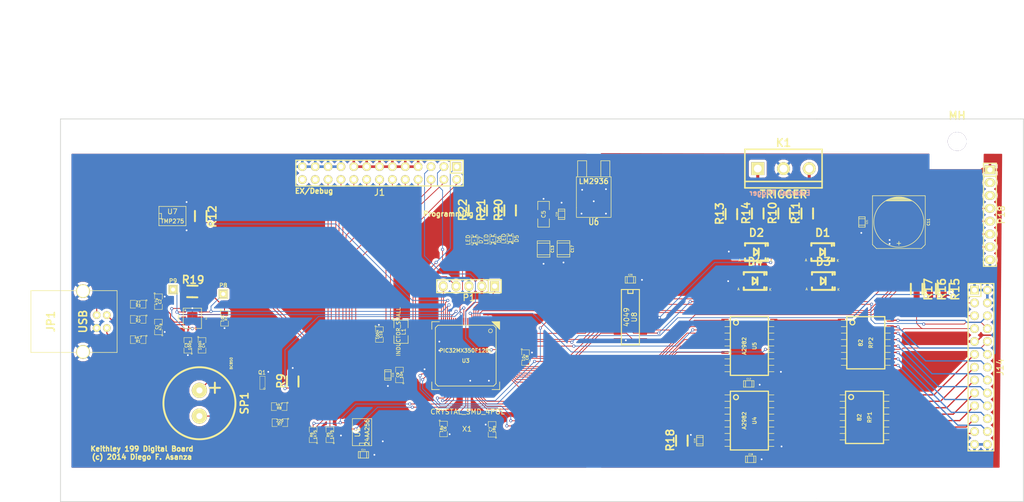
<source format=kicad_pcb>
(kicad_pcb (version 3) (host pcbnew "(2014-jan-25)-product")
  (title_block (title "Keithley 199 Digital board") (date "22 Mär 2014") (rev 1) (company ADM) (comment 1 "Created by: Diego F. Asanza"))
  (layers (15 F.Cu mixed) (0 B.Cu mixed) (18 B.Paste user) (19 F.Paste user) (20 B.SilkS user) (21 F.SilkS user) (22 B.Mask user) (23 F.Mask user) (28 Edge.Cuts user))
  (net 0 "")
  (net 1 +3.3V)
  (net 2 /ACOUNT)
  (net 3 /ADATA)
  (net 4 /BUZZ)
  (net 5 /DATA)
  (net 6 /EXTTRG)
  (net 7 /RxD)
  (net 8 /S0)
  (net 9 /S1)
  (net 10 /S2)
  (net 11 /SCL)
  (net 12 /SDA)
  (net 13 /TALERT)
  (net 14 /VCOMP)
  (net 15 /__t)
  (net 16 /_a)
  (net 17 /_b)
  (net 18 /_c)
  (net 19 /_d)
  (net 20 /_dp)
  (net 21 /_e)
  (net 22 /_f)
  (net 23 /_g)
  (net 24 /_h)
  (net 25 /_j)
  (net 26 /_k)
  (net 27 /_l)
  (net 28 /_m)
  (net 29 /_n)
  (net 30 /_p)
  (net 31 /a)
  (net 32 /b)
  (net 33 /c)
  (net 34 /d)
  (net 35 /d1)
  (net 36 /d10)
  (net 37 /d11)
  (net 38 /d12)
  (net 39 /d13)
  (net 40 /d14)
  (net 41 /d15)
  (net 42 /d2)
  (net 43 /d3)
  (net 44 /d4)
  (net 45 /d5)
  (net 46 /d6)
  (net 47 /d7)
  (net 48 /d8)
  (net 49 /d9)
  (net 50 /dp)
  (net 51 /e)
  (net 52 /err)
  (net 53 /f)
  (net 54 /g)
  (net 55 /h)
  (net 56 /j)
  (net 57 /k)
  (net 58 /l)
  (net 59 /m)
  (net 60 /n)
  (net 61 /ok)
  (net 62 /p)
  (net 63 /~ASTROBE)
  (net 64 /~CLOCK)
  (net 65 "Net-(C1-Pad2)")
  (net 66 "Net-(C2-Pad2)")
  (net 67 "Net-(C3-Pad2)")
  (net 68 "Net-(C6-Pad1)")
  (net 69 "Net-(C7-Pad1)")
  (net 70 "Net-(C8-Pad2)")
  (net 71 "Net-(C10-Pad2)")
  (net 72 "Net-(D5-Pad1)")
  (net 73 "Net-(D6-Pad1)")
  (net 74 "Net-(D7-Pad1)")
  (net 75 "Net-(J1-Pad1)")
  (net 76 "Net-(J1-Pad3)")
  (net 77 "Net-(J1-Pad5)")
  (net 78 "Net-(J1-Pad22)")
  (net 79 "Net-(J1-Pad20)")
  (net 80 "Net-(J1-Pad18)")
  (net 81 "Net-(J1-Pad16)")
  (net 82 "Net-(J1-Pad14)")
  (net 83 "Net-(J1-Pad12)")
  (net 84 "Net-(J1-Pad10)")
  (net 85 "Net-(J1-Pad8)")
  (net 86 "Net-(J1-Pad6)")
  (net 87 "Net-(J1-Pad4)")
  (net 88 "Net-(J1-Pad2)")
  (net 89 "Net-(JP1-Pad1)")
  (net 90 "Net-(JP1-Pad2)")
  (net 91 "Net-(JP1-Pad3)")
  (net 92 "Net-(K1-Pad1)")
  (net 93 "Net-(K1-Pad3)")
  (net 94 "Net-(P1-Pad1)")
  (net 95 "Net-(P1-Pad4)")
  (net 96 "Net-(P1-Pad5)")
  (net 97 "Net-(Q1-Pad3)")
  (net 98 "Net-(Q1-Pad1)")
  (net 99 "Net-(R1-Pad1)")
  (net 100 "Net-(R7-Pad2)")
  (net 101 /TxD)
  (net 102 /st)
  (net 103 /ACLOCK)
  (net 104 "Net-(P18-Pad4)")
  (net 105 "Net-(P18-Pad5)")
  (net 106 "Net-(P18-Pad7)")
  (net 107 GND)
  (net 108 +5V)
  (module SOIC_Packages:SOIC-8_N (layer F.Cu) (at 110.2106 120.269 90)
    (fp_text reference U1 (at 0 -0.889 90) (layer F.SilkS))
    (fp_text value 24AA256 (at 0 1.016 90) (layer F.SilkS) (effects (font (size 0.8 0.8))))
    (pad 8 smd rect (at -1.875 -2.7 90) (size 0.6 1.6) (layers F.Cu F.Paste F.Mask) (net 1 +3.3V))
    (pad 1 smd rect (at -1.875 2.7 90) (size 0.6 1.6) (layers F.Cu F.Paste F.Mask) (net 107 GND))
    (pad 7 smd rect (at -0.625 -2.7 90) (size 0.6 1.6) (layers F.Cu F.Paste F.Mask) (net 107 GND))
    (pad 6 smd rect (at 0.625 -2.7 90) (size 0.6 1.6) (layers F.Cu F.Paste F.Mask) (net 11 /SCL))
    (pad 5 smd rect (at 1.875 -2.7 90) (size 0.6 1.6) (layers F.Cu F.Paste F.Mask) (net 12 /SDA))
    (pad 2 smd rect (at -0.625 2.7 90) (size 0.6 1.6) (layers F.Cu F.Paste F.Mask) (net 107 GND))
    (pad 3 smd rect (at 0.625 2.7 90) (size 0.6 1.6) (layers F.Cu F.Paste F.Mask) (net 107 GND))
    (pad 4 smd rect (at 1.875 2.7 90) (size 0.6 1.6) (layers F.Cu F.Paste F.Mask) (net 107 GND))
  )
  (module SMD_Packages:SM0805 (layer F.Cu) (at 70.008 99.5 90)
    (fp_text reference C1 (at 0 -0.3175 90) (layer F.SilkS) (effects (font (size 0.50038 0.50038) (thickness 0.10922))))
    (fp_text value 47p (at 0 0.381 90) (layer F.SilkS) (effects (font (size 0.50038 0.50038) (thickness 0.10922))))
    (pad 1 smd rect (at -0.9525 0 90) (size 0.889 1.397) (layers F.Cu F.Paste F.Mask) (net 107 GND))
    (pad 2 smd rect (at 0.9525 0 90) (size 0.889 1.397) (layers F.Cu F.Paste F.Mask) (net 65 "Net-(C1-Pad2)"))
  )
  (module SMD_Packages:SM0805 (layer F.Cu) (at 70.008 94.5 270)
    (fp_text reference C2 (at 0 -0.3175 270) (layer F.SilkS) (effects (font (size 0.50038 0.50038) (thickness 0.10922))))
    (fp_text value 47p (at 0 0.381 270) (layer F.SilkS) (effects (font (size 0.50038 0.50038) (thickness 0.10922))))
    (pad 1 smd rect (at -0.9525 0 270) (size 0.889 1.397) (layers F.Cu F.Paste F.Mask) (net 107 GND))
    (pad 2 smd rect (at 0.9525 0 270) (size 0.889 1.397) (layers F.Cu F.Paste F.Mask) (net 66 "Net-(C2-Pad2)"))
  )
  (module SMD_Packages:SM0805 (layer F.Cu) (at 75.819 103.124 90)
    (fp_text reference C3 (at 0 -0.3175 90) (layer F.SilkS) (effects (font (size 0.50038 0.50038) (thickness 0.10922))))
    (fp_text value 100n (at 0 0.381 90) (layer F.SilkS) (effects (font (size 0.50038 0.50038) (thickness 0.10922))))
    (pad 1 smd rect (at -0.9525 0 90) (size 0.889 1.397) (layers F.Cu F.Paste F.Mask) (net 107 GND))
    (pad 2 smd rect (at 0.9525 0 90) (size 0.889 1.397) (layers F.Cu F.Paste F.Mask) (net 67 "Net-(C3-Pad2)"))
  )
  (module SMD_Packages:SM0805 (layer F.Cu) (at 78.613 103.124 270)
    (fp_text reference C4 (at 0 -0.3175 270) (layer F.SilkS) (effects (font (size 0.50038 0.50038) (thickness 0.10922))))
    (fp_text value 100n (at 0 0.381 270) (layer F.SilkS) (effects (font (size 0.50038 0.50038) (thickness 0.10922))))
    (pad 1 smd rect (at -0.9525 0 270) (size 0.889 1.397) (layers F.Cu F.Paste F.Mask) (net 1 +3.3V))
    (pad 2 smd rect (at 0.9525 0 270) (size 0.889 1.397) (layers F.Cu F.Paste F.Mask) (net 107 GND))
  )
  (module SMD_Packages:SM1206 (layer F.Cu) (at 146.05 77.2414 90)
    (fp_text reference C5 (at 0 0 90) (layer F.SilkS) (effects (font (size 0.762 0.762) (thickness 0.127))))
    (fp_text value 4u7 hide)
    (pad 1 smd rect (at -1.651 0 90) (size 1.524 2.032) (layers F.Cu F.Paste F.Mask) (net 1 +3.3V))
    (pad 2 smd rect (at 1.651 0 90) (size 1.524 2.032) (layers F.Cu F.Paste F.Mask) (net 107 GND))
  )
  (module SMD_Packages:SM0805 (layer F.Cu) (at 126.302 119.634 270)
    (fp_text reference C6 (at 0 -0.3175 270) (layer F.SilkS) (effects (font (size 0.50038 0.50038) (thickness 0.10922))))
    (fp_text value 18p (at 0 0.381 270) (layer F.SilkS) (effects (font (size 0.50038 0.50038) (thickness 0.10922))))
    (pad 1 smd rect (at -0.9525 0 270) (size 0.889 1.397) (layers F.Cu F.Paste F.Mask) (net 68 "Net-(C6-Pad1)"))
    (pad 2 smd rect (at 0.9525 0 270) (size 0.889 1.397) (layers F.Cu F.Paste F.Mask) (net 107 GND))
  )
  (module SMD_Packages:SM0805 (layer F.Cu) (at 135.89 119.698 90)
    (fp_text reference C7 (at 0 -0.3175 90) (layer F.SilkS) (effects (font (size 0.50038 0.50038) (thickness 0.10922))))
    (fp_text value 18p (at 0 0.381 90) (layer F.SilkS) (effects (font (size 0.50038 0.50038) (thickness 0.10922))))
    (pad 1 smd rect (at -0.9525 0 90) (size 0.889 1.397) (layers F.Cu F.Paste F.Mask) (net 69 "Net-(C7-Pad1)"))
    (pad 2 smd rect (at 0.9525 0 90) (size 0.889 1.397) (layers F.Cu F.Paste F.Mask) (net 107 GND))
  )
  (module SMD_Packages:SM0805 (layer F.Cu) (at 142.494 105.537 270)
    (fp_text reference C8 (at 0 -0.3175 270) (layer F.SilkS) (effects (font (size 0.50038 0.50038) (thickness 0.10922))))
    (fp_text value 10u (at 0 0.381 270) (layer F.SilkS) (effects (font (size 0.50038 0.50038) (thickness 0.10922))))
    (pad 1 smd rect (at -0.9525 0 270) (size 0.889 1.397) (layers F.Cu F.Paste F.Mask) (net 107 GND))
    (pad 2 smd rect (at 0.9525 0 270) (size 0.889 1.397) (layers F.Cu F.Paste F.Mask) (net 70 "Net-(C8-Pad2)"))
  )
  (module SMD_Packages:SM0805 (layer F.Cu) (at 117.602 108.966 90)
    (fp_text reference C9 (at 0 -0.3175 90) (layer F.SilkS) (effects (font (size 0.50038 0.50038) (thickness 0.10922))))
    (fp_text value 10n (at 0 0.381 90) (layer F.SilkS) (effects (font (size 0.50038 0.50038) (thickness 0.10922))))
    (pad 1 smd rect (at -0.9525 0 90) (size 0.889 1.397) (layers F.Cu F.Paste F.Mask) (net 107 GND))
    (pad 2 smd rect (at 0.9525 0 90) (size 0.889 1.397) (layers F.Cu F.Paste F.Mask) (net 1 +3.3V))
  )
  (module SMD_Packages:SM0805 (layer F.Cu) (at 113.6396 100.9904 270)
    (fp_text reference C10 (at 0 -0.3048 270) (layer F.SilkS) (effects (font (size 0.50038 0.50038) (thickness 0.10922))))
    (fp_text value 100n (at 0 0.381 270) (layer F.SilkS) (effects (font (size 0.50038 0.50038) (thickness 0.10922))))
    (pad 1 smd rect (at -0.9525 0 270) (size 0.889 1.397) (layers F.Cu F.Paste F.Mask) (net 107 GND))
    (pad 2 smd rect (at 0.9525 0 270) (size 0.889 1.397) (layers F.Cu F.Paste F.Mask) (net 71 "Net-(C10-Pad2)"))
  )
  (module Connect:USB_B (layer F.Cu) (at 55.118 98.425 270)
    (fp_text reference JP1 (at 0 6.35 270) (layer F.SilkS) (effects (font (thickness 0.3048))))
    (fp_text value USB (at 0 0 270) (layer F.SilkS) (effects (font (thickness 0.3048))))
    (pad 1 thru_hole circle (at 1.27 -4.699 270) (size 1.524 1.524) (drill 0.8128) (layers *.Cu *.Mask F.SilkS) (net 89 "Net-(JP1-Pad1)"))
    (pad 2 thru_hole circle (at -1.27 -4.699 270) (size 1.524 1.524) (drill 0.8128) (layers *.Cu *.Mask F.SilkS) (net 90 "Net-(JP1-Pad2)"))
    (pad 3 thru_hole circle (at -1.27 -2.70002 270) (size 1.524 1.524) (drill 0.8128) (layers *.Cu *.Mask F.SilkS) (net 91 "Net-(JP1-Pad3)"))
    (pad 4 thru_hole circle (at 1.27 -2.70002 270) (size 1.524 1.524) (drill 0.8128) (layers *.Cu *.Mask F.SilkS) (net 107 GND))
    (pad 5 thru_hole circle (at 5.99948 0 270) (size 2.70002 2.70002) (drill 2.30124) (layers *.Cu *.Mask F.SilkS) (net 107 GND))
    (pad 6 thru_hole circle (at -5.99948 0 270) (size 2.70002 2.70002) (drill 2.30124) (layers *.Cu *.Mask F.SilkS) (net 107 GND))
  )
  (module SMD_Packages:SM0805 (layer F.Cu) (at 66.008 102 180)
    (fp_text reference R1 (at 0 -0.3175 180) (layer F.SilkS) (effects (font (size 0.50038 0.50038) (thickness 0.10922))))
    (fp_text value 4K7 (at 0 0.381 180) (layer F.SilkS) (effects (font (size 0.50038 0.50038) (thickness 0.10922))))
    (pad 1 smd rect (at -0.9525 0 180) (size 0.889 1.397) (layers F.Cu F.Paste F.Mask) (net 99 "Net-(R1-Pad1)"))
    (pad 2 smd rect (at 0.9525 0 180) (size 0.889 1.397) (layers F.Cu F.Paste F.Mask) (net 89 "Net-(JP1-Pad1)"))
  )
  (module SMD_Packages:SM0805 (layer F.Cu) (at 66.008 98 180)
    (fp_text reference R2 (at 0 -0.3175 180) (layer F.SilkS) (effects (font (size 0.50038 0.50038) (thickness 0.10922))))
    (fp_text value 27 (at 0 0.381 180) (layer F.SilkS) (effects (font (size 0.50038 0.50038) (thickness 0.10922))))
    (pad 1 smd rect (at -0.9525 0 180) (size 0.889 1.397) (layers F.Cu F.Paste F.Mask) (net 65 "Net-(C1-Pad2)"))
    (pad 2 smd rect (at 0.9525 0 180) (size 0.889 1.397) (layers F.Cu F.Paste F.Mask) (net 90 "Net-(JP1-Pad2)"))
  )
  (module SMD_Packages:SM0805 (layer F.Cu) (at 66.008 95 180)
    (fp_text reference R3 (at 0 -0.3175 180) (layer F.SilkS) (effects (font (size 0.50038 0.50038) (thickness 0.10922))))
    (fp_text value 27 (at 0 0.381 180) (layer F.SilkS) (effects (font (size 0.50038 0.50038) (thickness 0.10922))))
    (pad 1 smd rect (at -0.9525 0 180) (size 0.889 1.397) (layers F.Cu F.Paste F.Mask) (net 66 "Net-(C2-Pad2)"))
    (pad 2 smd rect (at 0.9525 0 180) (size 0.889 1.397) (layers F.Cu F.Paste F.Mask) (net 91 "Net-(JP1-Pad3)"))
  )
  (module SMD_Packages:SM0805 (layer F.Cu) (at 83.058 97.79 270)
    (fp_text reference R4 (at 0 -0.3175 270) (layer F.SilkS) (effects (font (size 0.50038 0.50038) (thickness 0.10922))))
    (fp_text value 10K (at 0 0.381 270) (layer F.SilkS) (effects (font (size 0.50038 0.50038) (thickness 0.10922))))
    (pad 1 smd rect (at -0.9525 0 270) (size 0.889 1.397) (layers F.Cu F.Paste F.Mask) (net 99 "Net-(R1-Pad1)"))
    (pad 2 smd rect (at 0.9525 0 270) (size 0.889 1.397) (layers F.Cu F.Paste F.Mask) (net 107 GND))
  )
  (module SMD_Packages:SM0805 (layer F.Cu) (at 103.8606 120.777 90)
    (fp_text reference R5 (at 0 -0.3175 90) (layer F.SilkS) (effects (font (size 0.50038 0.50038) (thickness 0.10922))))
    (fp_text value 1k75 (at 0 0.381 90) (layer F.SilkS) (effects (font (size 0.50038 0.50038) (thickness 0.10922))))
    (pad 1 smd rect (at -0.9525 0 90) (size 0.889 1.397) (layers F.Cu F.Paste F.Mask) (net 1 +3.3V))
    (pad 2 smd rect (at 0.9525 0 90) (size 0.889 1.397) (layers F.Cu F.Paste F.Mask) (net 11 /SCL))
  )
  (module SMD_Packages:SM0805 (layer F.Cu) (at 100.5586 120.777 90)
    (fp_text reference R6 (at 0 -0.3175 90) (layer F.SilkS) (effects (font (size 0.50038 0.50038) (thickness 0.10922))))
    (fp_text value 1k75 (at 0 0.381 90) (layer F.SilkS) (effects (font (size 0.50038 0.50038) (thickness 0.10922))))
    (pad 1 smd rect (at -0.9525 0 90) (size 0.889 1.397) (layers F.Cu F.Paste F.Mask) (net 1 +3.3V))
    (pad 2 smd rect (at 0.9525 0 90) (size 0.889 1.397) (layers F.Cu F.Paste F.Mask) (net 12 /SDA))
  )
  (module qfn:pvqfn-n16 (layer F.Cu) (at 76.708 97.79 270)
    (fp_text reference U2 (at 0 -2.70002 270) (layer F.SilkS) (effects (font (size 0.29972 0.29972) (thickness 0.06096))))
    (fp_text value FT230x (at 0 2.70002 270) (layer F.SilkS) (effects (font (size 0.29972 0.29972) (thickness 0.06096))))
    (pad 2 smd rect (at -1.24968 1.69926 270) (size 0.23876 0.89916) (layers F.Cu F.Paste F.Mask) (net 7 /RxD))
    (pad 3 smd rect (at -0.7493 1.69926 270) (size 0.23876 0.89916) (layers F.Cu F.Paste F.Mask) (net 107 GND))
    (pad 4 smd rect (at -0.24892 1.69926 270) (size 0.23876 0.89916) (layers F.Cu F.Paste F.Mask))
    (pad 5 smd rect (at 0.24892 1.69926 270) (size 0.23876 0.89916) (layers F.Cu F.Paste F.Mask))
    (pad 6 smd rect (at 0.7493 1.69926 270) (size 0.23876 0.89916) (layers F.Cu F.Paste F.Mask) (net 66 "Net-(C2-Pad2)"))
    (pad 8 smd rect (at 1.95072 0.7493 270) (size 0.89916 0.23876) (layers F.Cu F.Paste F.Mask) (net 67 "Net-(C3-Pad2)"))
    (pad 9 smd rect (at 1.95072 -0.7493 270) (size 0.89916 0.23876) (layers F.Cu F.Paste F.Mask) (net 67 "Net-(C3-Pad2)"))
    (pad 10 smd rect (at 1.24968 -1.69926 270) (size 0.23876 0.89916) (layers F.Cu F.Paste F.Mask) (net 1 +3.3V))
    (pad 11 smd rect (at 0.7493 -1.69926 270) (size 0.23876 0.89916) (layers F.Cu F.Paste F.Mask))
    (pad 12 smd rect (at 0.24892 -1.69926 270) (size 0.23876 0.89916) (layers F.Cu F.Paste F.Mask))
    (pad 13 smd rect (at -0.24892 -1.69926 270) (size 0.23876 0.89916) (layers F.Cu F.Paste F.Mask) (net 107 GND))
    (pad 14 smd rect (at -0.7493 -1.69926 270) (size 0.23876 0.89916) (layers F.Cu F.Paste F.Mask) (net 99 "Net-(R1-Pad1)"))
    (pad 16 smd rect (at -1.95072 -0.7493 270) (size 0.89916 0.23876) (layers F.Cu F.Paste F.Mask))
    (pad 1 smd rect (at -1.95072 0.7493 270) (size 0.89916 0.23876) (layers F.Cu F.Paste F.Mask) (net 67 "Net-(C3-Pad2)"))
    (pad 17 smd rect (at 0.7493 0.50038 270) (size 1.00076 1.00076) (layers F.Cu F.Paste F.Mask) (net 107 GND))
    (pad 17 smd rect (at -0.7493 0.50038 270) (size 1.00076 1.00076) (layers F.Cu F.Paste F.Mask) (net 107 GND))
    (pad 17 smd rect (at -0.7493 -0.50038 270) (size 1.00076 1.00076) (layers F.Cu F.Paste F.Mask) (net 107 GND))
    (pad 17 smd rect (at 0.7493 -0.50038 270) (size 1.00076 1.00076) (layers F.Cu F.Paste F.Mask) (net 107 GND))
    (pad 7 smd rect (at 1.24968 1.69926 270) (size 0.23876 0.89916) (layers F.Cu F.Paste F.Mask) (net 65 "Net-(C1-Pad2)"))
    (pad 15 smd rect (at -1.24968 -1.69926 270) (size 0.23876 0.89916) (layers F.Cu F.Paste F.Mask) (net 101 /TxD))
    (pad 17 smd rect (at 0 -0.50038 270) (size 0.50038 1.00076) (layers F.Cu F.Paste F.Mask) (net 107 GND))
    (pad 17 smd rect (at 0 0.50038 270) (size 0.50038 1.00076) (layers F.Cu F.Paste F.Mask) (net 107 GND))
  )
  (module SMD_Packages:SM1210 (layer F.Cu) (at 117.9068 100.4316 270)
    (fp_text reference L1 (at 0 -0.508 270) (layer F.SilkS) (effects (font (size 0.762 0.762) (thickness 0.127))))
    (fp_text value INDUCTOR_SMALL (at 0 0.508 270) (layer F.SilkS) (effects (font (size 0.762 0.762) (thickness 0.127))))
    (pad 1 smd rect (at -1.524 0 270) (size 1.27 2.54) (layers F.Cu F.Paste F.Mask) (net 1 +3.3V))
    (pad 2 smd rect (at 1.524 0 270) (size 1.27 2.54) (layers F.Cu F.Paste F.Mask) (net 71 "Net-(C10-Pad2)"))
  )
  (module Pin_Headers:Pin_Header_Straight_1x05 (layer F.Cu) (at 131.318 91.44 180)
    (fp_text reference P1 (at 0 -2.286 180) (layer F.SilkS) (effects (font (size 1.27 1.27) (thickness 0.2032))))
    (fp_text value PROG hide)
    (pad 1 thru_hole rect (at -5.08 0 180) (size 1.7272 2.032) (drill 1.016) (layers *.Cu *.Mask F.SilkS) (net 94 "Net-(P1-Pad1)"))
    (pad 2 thru_hole oval (at -2.54 0 180) (size 1.7272 2.032) (drill 1.016) (layers *.Cu *.Mask F.SilkS) (net 1 +3.3V))
    (pad 3 thru_hole oval (at 0 0 180) (size 1.7272 2.032) (drill 1.016) (layers *.Cu *.Mask F.SilkS) (net 107 GND))
    (pad 4 thru_hole oval (at 2.54 0 180) (size 1.7272 2.032) (drill 1.016) (layers *.Cu *.Mask F.SilkS) (net 95 "Net-(P1-Pad4)"))
    (pad 5 thru_hole oval (at 5.08 0 180) (size 1.7272 2.032) (drill 1.016) (layers *.Cu *.Mask F.SilkS) (net 96 "Net-(P1-Pad5)"))
  )
  (module Pin_Headers:Pin_Header_Straight_1x08 (layer F.Cu) (at 234.188 77.343 270)
    (fp_text reference P18 (at 0 -2.286 270) (layer F.SilkS) (effects (font (size 1.27 1.27) (thickness 0.2032))))
    (fp_text value CONN_8 hide)
    (pad 1 thru_hole rect (at -8.89 0 270) (size 1.7272 2.032) (drill 1.016) (layers *.Cu *.Mask F.SilkS) (net 108 +5V))
    (pad 2 thru_hole oval (at -6.35 0 270) (size 1.7272 2.032) (drill 1.016) (layers *.Cu *.Mask F.SilkS))
    (pad 3 thru_hole oval (at -3.81 0 270) (size 1.7272 2.032) (drill 1.016) (layers *.Cu *.Mask F.SilkS))
    (pad 4 thru_hole oval (at -1.27 0 270) (size 1.7272 2.032) (drill 1.016) (layers *.Cu *.Mask F.SilkS) (net 104 "Net-(P18-Pad4)"))
    (pad 5 thru_hole oval (at 1.27 0 270) (size 1.7272 2.032) (drill 1.016) (layers *.Cu *.Mask F.SilkS) (net 105 "Net-(P18-Pad5)"))
    (pad 6 thru_hole oval (at 3.81 0 270) (size 1.7272 2.032) (drill 1.016) (layers *.Cu *.Mask F.SilkS) (net 2 /ACOUNT))
    (pad 7 thru_hole oval (at 6.35 0 270) (size 1.7272 2.032) (drill 1.016) (layers *.Cu *.Mask F.SilkS) (net 106 "Net-(P18-Pad7)"))
    (pad 8 thru_hole oval (at 8.89 0 270) (size 1.7272 2.032) (drill 1.016) (layers *.Cu *.Mask F.SilkS) (net 107 GND))
  )
  (module Capacitors_SMD:c_elec_10x10 (layer F.Cu) (at 216.2048 78.7908 270)
    (fp_text reference C11 (at 0 -5.842 270) (layer F.SilkS) (effects (font (size 0.50038 0.50038) (thickness 0.11938))))
    (fp_text value 220u/10v hide)
    (pad 1 smd rect (at 4.0005 0 270) (size 4.0005 2.4003) (layers F.Cu F.Paste F.Mask) (net 107 GND))
    (pad 2 smd rect (at -4.0005 0 270) (size 4.0005 2.4003) (layers F.Cu F.Paste F.Mask) (net 108 +5V))
  )
  (module Capacitors_SMD:c_0805 (layer F.Cu) (at 186.563 110.744)
    (fp_text reference C12 (at 0 -0.9906) (layer F.SilkS) (effects (font (size 0.29972 0.29972) (thickness 0.06096))))
    (fp_text value 100n hide)
    (pad 1 smd rect (at 0.9525 0) (size 1.30048 1.4986) (layers F.Cu F.Paste F.Mask) (net 107 GND))
    (pad 2 smd rect (at -0.9525 0) (size 1.30048 1.4986) (layers F.Cu F.Paste F.Mask) (net 108 +5V))
  )
  (module Capacitors_SMD:c_1210 (layer F.Cu) (at 146.05 84.0994 270)
    (fp_text reference C13 (at 0.0254 -1.7526 270) (layer F.SilkS) (effects (font (size 0.50038 0.50038) (thickness 0.11938))))
    (fp_text value 10u hide)
    (pad 1 smd rect (at 1.397 0 270) (size 1.6002 2.6924) (layers F.Cu F.Paste F.Mask) (net 107 GND))
    (pad 2 smd rect (at -1.397 0 270) (size 1.6002 2.6924) (layers F.Cu F.Paste F.Mask) (net 1 +3.3V))
  )
  (module Capacitors_SMD:c_0805 (layer F.Cu) (at 110.49 124.7394)
    (fp_text reference C14 (at 0 -0.9906) (layer F.SilkS) (effects (font (size 0.29972 0.29972) (thickness 0.06096))))
    (fp_text value 100n hide)
    (pad 1 smd rect (at 0.9525 0) (size 1.30048 1.4986) (layers F.Cu F.Paste F.Mask) (net 107 GND))
    (pad 2 smd rect (at -0.9525 0) (size 1.30048 1.4986) (layers F.Cu F.Paste F.Mask) (net 1 +3.3V))
  )
  (module Capacitors_SMD:c_0805 (layer F.Cu) (at 115.316 108.966 270)
    (fp_text reference C15 (at 0 -0.9906 270) (layer F.SilkS) (effects (font (size 0.29972 0.29972) (thickness 0.06096))))
    (fp_text value 100n hide)
    (pad 1 smd rect (at 0.9525 0 270) (size 1.30048 1.4986) (layers F.Cu F.Paste F.Mask) (net 107 GND))
    (pad 2 smd rect (at -0.9525 0 270) (size 1.30048 1.4986) (layers F.Cu F.Paste F.Mask) (net 1 +3.3V))
  )
  (module Diodes_SMD:Diode-Universal-SMA-SMB_Handsoldering (layer F.Cu) (at 201.168 84.709)
    (fp_text reference D1 (at 0 -3.81) (layer F.SilkS) (effects (font (thickness 0.3048))))
    (fp_text value DIODE hide)
    (fp_text user A (at -3.29946 1.6002) (layer F.SilkS) (effects (font (size 0.50038 0.50038) (thickness 0.09906))))
    (fp_text user K (at 2.99974 1.69926) (layer F.SilkS) (effects (font (size 0.50038 0.50038) (thickness 0.09906))))
    (pad 1 smd trapezoid (at -2.90068 0) (size 3.60172 1.69926) (rect_delta 0.59944 0) (layers F.Cu F.Paste F.Mask) (net 14 /VCOMP))
    (pad 2 smd trapezoid (at 2.90068 0 180) (size 3.60172 1.69926) (rect_delta 0.59944 0) (layers F.Cu F.Paste F.Mask) (net 108 +5V))
  )
  (module Diodes_SMD:Diode-Universal-SMA-SMB_Handsoldering (layer F.Cu) (at 188.087 84.709)
    (fp_text reference D2 (at 0 -3.81) (layer F.SilkS) (effects (font (thickness 0.3048))))
    (fp_text value DIODE hide)
    (fp_text user A (at -3.29946 1.6002) (layer F.SilkS) (effects (font (size 0.50038 0.50038) (thickness 0.09906))))
    (fp_text user K (at 2.99974 1.69926) (layer F.SilkS) (effects (font (size 0.50038 0.50038) (thickness 0.09906))))
    (pad 1 smd trapezoid (at -2.90068 0) (size 3.60172 1.69926) (rect_delta 0.59944 0) (layers F.Cu F.Paste F.Mask) (net 107 GND))
    (pad 2 smd trapezoid (at 2.90068 0 180) (size 3.60172 1.69926) (rect_delta 0.59944 0) (layers F.Cu F.Paste F.Mask) (net 14 /VCOMP))
  )
  (module Diodes_SMD:Diode-Universal-SMA-SMB_Handsoldering (layer F.Cu) (at 201.295 90.424)
    (fp_text reference D3 (at 0 -3.81) (layer F.SilkS) (effects (font (thickness 0.3048))))
    (fp_text value DIODE hide)
    (fp_text user A (at -3.29946 1.6002) (layer F.SilkS) (effects (font (size 0.50038 0.50038) (thickness 0.09906))))
    (fp_text user K (at 2.99974 1.69926) (layer F.SilkS) (effects (font (size 0.50038 0.50038) (thickness 0.09906))))
    (pad 1 smd trapezoid (at -2.90068 0) (size 3.60172 1.69926) (rect_delta 0.59944 0) (layers F.Cu F.Paste F.Mask) (net 6 /EXTTRG))
    (pad 2 smd trapezoid (at 2.90068 0 180) (size 3.60172 1.69926) (rect_delta 0.59944 0) (layers F.Cu F.Paste F.Mask) (net 108 +5V))
  )
  (module Diodes_SMD:Diode-Universal-SMA-SMB_Handsoldering (layer F.Cu) (at 187.833 90.424)
    (fp_text reference D4 (at 0 -3.81) (layer F.SilkS) (effects (font (thickness 0.3048))))
    (fp_text value DIODE hide)
    (fp_text user A (at -3.29946 1.6002) (layer F.SilkS) (effects (font (size 0.50038 0.50038) (thickness 0.09906))))
    (fp_text user K (at 2.99974 1.69926) (layer F.SilkS) (effects (font (size 0.50038 0.50038) (thickness 0.09906))))
    (pad 1 smd trapezoid (at -2.90068 0) (size 3.60172 1.69926) (rect_delta 0.59944 0) (layers F.Cu F.Paste F.Mask) (net 107 GND))
    (pad 2 smd trapezoid (at 2.90068 0 180) (size 3.60172 1.69926) (rect_delta 0.59944 0) (layers F.Cu F.Paste F.Mask) (net 6 /EXTTRG))
  )
  (module Connect:bornier3 (layer F.Cu) (at 193.421 68.2244)
    (fp_text reference K1 (at 0 -5.08) (layer F.SilkS) (effects (font (thickness 0.3048))))
    (fp_text value TRIGGER (at 0 5.08) (layer F.SilkS) (effects (font (thickness 0.3048))))
    (pad 1 thru_hole rect (at -5.08 0) (size 2.54 2.54) (drill 1.524) (layers *.Cu *.Mask F.SilkS) (net 92 "Net-(K1-Pad1)"))
    (pad 2 thru_hole circle (at 0 0) (size 2.54 2.54) (drill 1.524) (layers *.Cu *.Mask F.SilkS) (net 107 GND))
    (pad 3 thru_hole circle (at 5.08 0) (size 2.54 2.54) (drill 1.524) (layers *.Cu *.Mask F.SilkS) (net 93 "Net-(K1-Pad3)"))
  )
  (module SMD_Packages:SM0805 (layer F.Cu) (at 93.98 118.3894 180)
    (fp_text reference R7 (at 0 -0.3175 180) (layer F.SilkS) (effects (font (size 0.50038 0.50038) (thickness 0.10922))))
    (fp_text value 220 (at 0 0.381 180) (layer F.SilkS) (effects (font (size 0.50038 0.50038) (thickness 0.10922))))
    (pad 1 smd rect (at -0.9525 0 180) (size 0.889 1.397) (layers F.Cu F.Paste F.Mask) (net 1 +3.3V))
    (pad 2 smd rect (at 0.9525 0 180) (size 0.889 1.397) (layers F.Cu F.Paste F.Mask) (net 100 "Net-(R7-Pad2)"))
  )
  (module SMD_Packages:SM0805 (layer F.Cu) (at 93.853 115.2144 180)
    (fp_text reference R8 (at 0 -0.3175 180) (layer F.SilkS) (effects (font (size 0.50038 0.50038) (thickness 0.10922))))
    (fp_text value 4k7 (at 0 0.381 180) (layer F.SilkS) (effects (font (size 0.50038 0.50038) (thickness 0.10922))))
    (pad 1 smd rect (at -0.9525 0 180) (size 0.889 1.397) (layers F.Cu F.Paste F.Mask) (net 4 /BUZZ))
    (pad 2 smd rect (at 0.9525 0 180) (size 0.889 1.397) (layers F.Cu F.Paste F.Mask) (net 98 "Net-(Q1-Pad1)"))
  )
  (module Resistors_SMD:Resistor_SMD0805_HandSoldering (layer F.Cu) (at 96.52 110.2614 90)
    (fp_text reference R9 (at 0.09906 -2.30124 90) (layer F.SilkS) (effects (font (thickness 0.3048))))
    (fp_text value 10k hide)
    (pad 1 smd rect (at -1.30048 0 90) (size 1.50114 1.19888) (layers F.Cu F.Paste F.Mask) (net 4 /BUZZ))
    (pad 2 smd rect (at 1.30048 0 90) (size 1.50114 1.19888) (layers F.Cu F.Paste F.Mask) (net 107 GND))
  )
  (module Resistors_SMD:Resistor_SMD0805_HandSoldering (layer F.Cu) (at 193.548 77.089 90)
    (fp_text reference R10 (at 0.09906 -2.30124 90) (layer F.SilkS) (effects (font (thickness 0.3048))))
    (fp_text value 10k hide)
    (pad 1 smd rect (at -1.30048 0 90) (size 1.50114 1.19888) (layers F.Cu F.Paste F.Mask) (net 108 +5V))
    (pad 2 smd rect (at 1.30048 0 90) (size 1.50114 1.19888) (layers F.Cu F.Paste F.Mask) (net 93 "Net-(K1-Pad3)"))
  )
  (module Resistors_SMD:Resistor_SMD0805_HandSoldering (layer F.Cu) (at 198.12 77.089 90)
    (fp_text reference R11 (at 0.09906 -2.30124 90) (layer F.SilkS) (effects (font (thickness 0.3048))))
    (fp_text value 100 hide)
    (pad 1 smd rect (at -1.30048 0 90) (size 1.50114 1.19888) (layers F.Cu F.Paste F.Mask) (net 14 /VCOMP))
    (pad 2 smd rect (at 1.30048 0 90) (size 1.50114 1.19888) (layers F.Cu F.Paste F.Mask) (net 93 "Net-(K1-Pad3)"))
  )
  (module Resistors_SMD:Resistor_SMD0805_HandSoldering (layer F.Cu) (at 78.359 77.597 270)
    (fp_text reference R12 (at 0.09906 -2.30124 270) (layer F.SilkS) (effects (font (thickness 0.3048))))
    (fp_text value 10k hide)
    (pad 1 smd rect (at -1.30048 0 270) (size 1.50114 1.19888) (layers F.Cu F.Paste F.Mask) (net 1 +3.3V))
    (pad 2 smd rect (at 1.30048 0 270) (size 1.50114 1.19888) (layers F.Cu F.Paste F.Mask) (net 13 /TALERT))
  )
  (module Resistors_SMD:Resistor_SMD0805_HandSoldering (layer F.Cu) (at 183.134 77.216 90)
    (fp_text reference R13 (at 0.09906 -2.30124 90) (layer F.SilkS) (effects (font (thickness 0.3048))))
    (fp_text value 100 hide)
    (pad 1 smd rect (at -1.30048 0 90) (size 1.50114 1.19888) (layers F.Cu F.Paste F.Mask) (net 6 /EXTTRG))
    (pad 2 smd rect (at 1.30048 0 90) (size 1.50114 1.19888) (layers F.Cu F.Paste F.Mask) (net 92 "Net-(K1-Pad1)"))
  )
  (module Resistors_SMD:Resistor_SMD0805_HandSoldering (layer F.Cu) (at 188.341 77.089 90)
    (fp_text reference R14 (at 0.09906 -2.30124 90) (layer F.SilkS) (effects (font (thickness 0.3048))))
    (fp_text value 10k hide)
    (pad 1 smd rect (at -1.30048 0 90) (size 1.50114 1.19888) (layers F.Cu F.Paste F.Mask) (net 108 +5V))
    (pad 2 smd rect (at 1.30048 0 90) (size 1.50114 1.19888) (layers F.Cu F.Paste F.Mask) (net 92 "Net-(K1-Pad1)"))
  )
  (module Resistors_SMD:Resistor_SMD0805_HandSoldering (layer F.Cu) (at 225.044 91.9734 270)
    (fp_text reference R15 (at 0.09906 -2.30124 270) (layer F.SilkS) (effects (font (thickness 0.3048))))
    (fp_text value 10k hide)
    (pad 1 smd rect (at -1.30048 0 270) (size 1.50114 1.19888) (layers F.Cu F.Paste F.Mask) (net 108 +5V))
    (pad 2 smd rect (at 1.30048 0 270) (size 1.50114 1.19888) (layers F.Cu F.Paste F.Mask) (net 10 /S2))
  )
  (module Resistors_SMD:Resistor_SMD0805_HandSoldering (layer F.Cu) (at 222.377 91.9734 270)
    (fp_text reference R16 (at 0.09906 -2.30124 270) (layer F.SilkS) (effects (font (thickness 0.3048))))
    (fp_text value 10k hide)
    (pad 1 smd rect (at -1.30048 0 270) (size 1.50114 1.19888) (layers F.Cu F.Paste F.Mask) (net 108 +5V))
    (pad 2 smd rect (at 1.30048 0 270) (size 1.50114 1.19888) (layers F.Cu F.Paste F.Mask) (net 9 /S1))
  )
  (module Resistors_SMD:Resistor_SMD0805_HandSoldering (layer F.Cu) (at 219.71 91.9734 270)
    (fp_text reference R17 (at 0.09906 -2.30124 270) (layer F.SilkS) (effects (font (thickness 0.3048))))
    (fp_text value 10k hide)
    (pad 1 smd rect (at -1.30048 0 270) (size 1.50114 1.19888) (layers F.Cu F.Paste F.Mask) (net 108 +5V))
    (pad 2 smd rect (at 1.30048 0 270) (size 1.50114 1.19888) (layers F.Cu F.Paste F.Mask) (net 8 /S0))
  )
  (module Capacitors_Elko_ThroughHole:Elko_vert_DM14_RM5 (layer F.Cu) (at 78.105 114.554 270)
    (fp_text reference SP1 (at 0 -8.89 270) (layer F.SilkS) (effects (font (thickness 0.3048))))
    (fp_text value CONT hide)
    (fp_line (start -3.048 -2.032) (end -3.048 -4.064) (layer F.Cu) (width 0.381))
    (fp_line (start -4.064 -3.048) (end -2.032 -3.048) (layer F.Cu) (width 0.381))
    (pad 2 thru_hole circle (at 2.54 0 270) (size 2.99974 2.99974) (drill 1.19888) (layers *.Cu *.Mask F.SilkS) (net 100 "Net-(R7-Pad2)"))
    (pad 1 thru_hole circle (at -2.54 0 270) (size 2.99974 2.99974) (drill 1.19888) (layers *.Cu *.Mask F.SilkS) (net 97 "Net-(Q1-Pad3)"))
  )
  (module SMD_Packages:DPAK2 (layer F.Cu) (at 155.956 68.326 180)
    (fp_text reference U6 (at 0 -10.414 180) (layer F.SilkS) (effects (font (size 1.27 1.016) (thickness 0.2032))))
    (fp_text value LM2936 (at 0 -2.413 180) (layer F.SilkS) (effects (font (size 1.016 1.016) (thickness 0.2032))))
    (pad 1 smd rect (at -2.286 0 180) (size 1.651 3.048) (layers F.Cu F.Paste F.Mask) (net 108 +5V))
    (pad 2 smd rect (at 0 -6.35 180) (size 6.096 6.096) (layers F.Cu F.Paste F.Mask) (net 107 GND))
    (pad 3 smd rect (at 2.286 0 180) (size 1.651 3.048) (layers F.Cu F.Paste F.Mask) (net 1 +3.3V))
  )
  (module SOIC_Packages:SOIC-8_N (layer F.Cu) (at 72.771 77.597)
    (fp_text reference U7 (at 0 -0.889) (layer F.SilkS))
    (fp_text value TMP275 (at 0 1.016) (layer F.SilkS) (effects (font (size 0.8 0.8))))
    (pad 8 smd rect (at -1.875 -2.7) (size 0.6 1.6) (layers F.Cu F.Paste F.Mask) (net 1 +3.3V))
    (pad 1 smd rect (at -1.875 2.7) (size 0.6 1.6) (layers F.Cu F.Paste F.Mask) (net 12 /SDA))
    (pad 7 smd rect (at -0.625 -2.7) (size 0.6 1.6) (layers F.Cu F.Paste F.Mask) (net 107 GND))
    (pad 6 smd rect (at 0.625 -2.7) (size 0.6 1.6) (layers F.Cu F.Paste F.Mask) (net 107 GND))
    (pad 5 smd rect (at 1.875 -2.7) (size 0.6 1.6) (layers F.Cu F.Paste F.Mask) (net 107 GND))
    (pad 2 smd rect (at -0.625 2.7) (size 0.6 1.6) (layers F.Cu F.Paste F.Mask) (net 11 /SCL))
    (pad 3 smd rect (at 0.625 2.7) (size 0.6 1.6) (layers F.Cu F.Paste F.Mask) (net 13 /TALERT))
    (pad 4 smd rect (at 1.875 2.7) (size 0.6 1.6) (layers F.Cu F.Paste F.Mask) (net 107 GND))
  )
  (module soic:soic-16 (layer F.Cu) (at 209.423 117.348 270)
    (fp_text reference RP1 (at 0 -1.016 270) (layer F.SilkS) (effects (font (size 0.7493 0.7493) (thickness 0.14986))))
    (fp_text value 82 (at 0 1.016 270) (layer F.SilkS) (effects (font (size 0.7493 0.7493) (thickness 0.14986))))
    (pad 1 smd rect (at -4.445 4.81076 270) (size 0.55118 1.43002) (layers F.Cu F.Paste F.Mask) (net 17 /_b))
    (pad 2 smd rect (at -3.175 4.81076 270) (size 0.55118 1.43002) (layers F.Cu F.Paste F.Mask) (net 24 /_h))
    (pad 3 smd rect (at -1.905 4.81076 270) (size 0.55118 1.43002) (layers F.Cu F.Paste F.Mask) (net 30 /_p))
    (pad 4 smd rect (at -0.635 4.81076 270) (size 0.55118 1.43002) (layers F.Cu F.Paste F.Mask) (net 25 /_j))
    (pad 5 smd rect (at 0.635 4.81076 270) (size 0.55118 1.43002) (layers F.Cu F.Paste F.Mask) (net 26 /_k))
    (pad 6 smd rect (at 1.905 4.81076 270) (size 0.55118 1.43002) (layers F.Cu F.Paste F.Mask) (net 29 /_n))
    (pad 7 smd rect (at 3.175 4.81076 270) (size 0.55118 1.43002) (layers F.Cu F.Paste F.Mask) (net 20 /_dp))
    (pad 8 smd rect (at 4.445 4.81076 270) (size 0.55118 1.43002) (layers F.Cu F.Paste F.Mask))
    (pad 9 smd rect (at 4.445 -4.81076 270) (size 0.55118 1.43002) (layers F.Cu F.Paste F.Mask))
    (pad 10 smd rect (at 3.175 -4.81076 270) (size 0.55118 1.43002) (layers F.Cu F.Paste F.Mask) (net 50 /dp))
    (pad 11 smd rect (at 1.905 -4.81076 270) (size 0.55118 1.43002) (layers F.Cu F.Paste F.Mask) (net 60 /n))
    (pad 12 smd rect (at 0.635 -4.81076 270) (size 0.55118 1.43002) (layers F.Cu F.Paste F.Mask) (net 57 /k))
    (pad 13 smd rect (at -0.635 -4.81076 270) (size 0.55118 1.43002) (layers F.Cu F.Paste F.Mask) (net 56 /j))
    (pad 14 smd rect (at -1.905 -4.81076 270) (size 0.55118 1.43002) (layers F.Cu F.Paste F.Mask) (net 62 /p))
    (pad 15 smd rect (at -3.175 -4.81076 270) (size 0.55118 1.43002) (layers F.Cu F.Paste F.Mask) (net 55 /h))
    (pad 16 smd rect (at -4.445 -4.81076 270) (size 0.55118 1.43002) (layers F.Cu F.Paste F.Mask) (net 32 /b))
  )
  (module soic:soic-16 (layer F.Cu) (at 209.677 102.616 270)
    (fp_text reference RP2 (at 0 -1.016 270) (layer F.SilkS) (effects (font (size 0.7493 0.7493) (thickness 0.14986))))
    (fp_text value 82 (at 0 1.016 270) (layer F.SilkS) (effects (font (size 0.7493 0.7493) (thickness 0.14986))))
    (pad 1 smd rect (at -4.445 4.81076 270) (size 0.55118 1.43002) (layers F.Cu F.Paste F.Mask) (net 28 /_m))
    (pad 2 smd rect (at -3.175 4.81076 270) (size 0.55118 1.43002) (layers F.Cu F.Paste F.Mask) (net 23 /_g))
    (pad 3 smd rect (at -1.905 4.81076 270) (size 0.55118 1.43002) (layers F.Cu F.Paste F.Mask) (net 16 /_a))
    (pad 4 smd rect (at -0.635 4.81076 270) (size 0.55118 1.43002) (layers F.Cu F.Paste F.Mask) (net 22 /_f))
    (pad 5 smd rect (at 0.635 4.81076 270) (size 0.55118 1.43002) (layers F.Cu F.Paste F.Mask) (net 19 /_d))
    (pad 6 smd rect (at 1.905 4.81076 270) (size 0.55118 1.43002) (layers F.Cu F.Paste F.Mask) (net 27 /_l))
    (pad 7 smd rect (at 3.175 4.81076 270) (size 0.55118 1.43002) (layers F.Cu F.Paste F.Mask) (net 18 /_c))
    (pad 8 smd rect (at 4.445 4.81076 270) (size 0.55118 1.43002) (layers F.Cu F.Paste F.Mask) (net 21 /_e))
    (pad 9 smd rect (at 4.445 -4.81076 270) (size 0.55118 1.43002) (layers F.Cu F.Paste F.Mask) (net 51 /e))
    (pad 10 smd rect (at 3.175 -4.81076 270) (size 0.55118 1.43002) (layers F.Cu F.Paste F.Mask) (net 33 /c))
    (pad 11 smd rect (at 1.905 -4.81076 270) (size 0.55118 1.43002) (layers F.Cu F.Paste F.Mask) (net 58 /l))
    (pad 12 smd rect (at 0.635 -4.81076 270) (size 0.55118 1.43002) (layers F.Cu F.Paste F.Mask) (net 34 /d))
    (pad 13 smd rect (at -0.635 -4.81076 270) (size 0.55118 1.43002) (layers F.Cu F.Paste F.Mask) (net 53 /f))
    (pad 14 smd rect (at -1.905 -4.81076 270) (size 0.55118 1.43002) (layers F.Cu F.Paste F.Mask) (net 31 /a))
    (pad 15 smd rect (at -3.175 -4.81076 270) (size 0.55118 1.43002) (layers F.Cu F.Paste F.Mask) (net 54 /g))
    (pad 16 smd rect (at -4.445 -4.81076 270) (size 0.55118 1.43002) (layers F.Cu F.Paste F.Mask) (net 59 /m))
  )
  (module soic:soic-18 (layer F.Cu) (at 186.69 117.983 270)
    (fp_text reference U4 (at 0 -1.016 270) (layer F.SilkS) (effects (font (size 0.7493 0.7493) (thickness 0.14986))))
    (fp_text value A2982 (at 0 1.016 270) (layer F.SilkS) (effects (font (size 0.7493 0.7493) (thickness 0.14986))))
    (pad 1 smd rect (at -5.08 4.81076 270) (size 0.55118 1.43002) (layers F.Cu F.Paste F.Mask) (net 47 /d7))
    (pad 2 smd rect (at -3.81 4.81076 270) (size 0.55118 1.43002) (layers F.Cu F.Paste F.Mask) (net 46 /d6))
    (pad 3 smd rect (at -2.54 4.81076 270) (size 0.55118 1.43002) (layers F.Cu F.Paste F.Mask) (net 45 /d5))
    (pad 4 smd rect (at -1.27 4.81076 270) (size 0.55118 1.43002) (layers F.Cu F.Paste F.Mask) (net 44 /d4))
    (pad 5 smd rect (at 0 4.81076 270) (size 0.55118 1.43002) (layers F.Cu F.Paste F.Mask) (net 43 /d3))
    (pad 6 smd rect (at 1.27 4.81076 270) (size 0.55118 1.43002) (layers F.Cu F.Paste F.Mask) (net 42 /d2))
    (pad 7 smd rect (at 2.54 4.81076 270) (size 0.55118 1.43002) (layers F.Cu F.Paste F.Mask) (net 35 /d1))
    (pad 8 smd rect (at 3.81 4.81076 270) (size 0.55118 1.43002) (layers F.Cu F.Paste F.Mask) (net 15 /__t))
    (pad 9 smd rect (at 5.08 4.81076 270) (size 0.55118 1.43002) (layers F.Cu F.Paste F.Mask) (net 108 +5V))
    (pad 10 smd rect (at 5.08 -4.81076 270) (size 0.55118 1.43002) (layers F.Cu F.Paste F.Mask) (net 107 GND))
    (pad 11 smd rect (at 3.81 -4.81076 270) (size 0.55118 1.43002) (layers F.Cu F.Paste F.Mask))
    (pad 12 smd rect (at 2.54 -4.81076 270) (size 0.55118 1.43002) (layers F.Cu F.Paste F.Mask) (net 20 /_dp))
    (pad 13 smd rect (at 1.27 -4.81076 270) (size 0.55118 1.43002) (layers F.Cu F.Paste F.Mask) (net 29 /_n))
    (pad 14 smd rect (at 0 -4.81076 270) (size 0.55118 1.43002) (layers F.Cu F.Paste F.Mask) (net 26 /_k))
    (pad 15 smd rect (at -1.27 -4.81076 270) (size 0.55118 1.43002) (layers F.Cu F.Paste F.Mask) (net 25 /_j))
    (pad 16 smd rect (at -2.54 -4.81076 270) (size 0.55118 1.43002) (layers F.Cu F.Paste F.Mask) (net 30 /_p))
    (pad 17 smd rect (at -3.81 -4.81076 270) (size 0.55118 1.43002) (layers F.Cu F.Paste F.Mask) (net 24 /_h))
    (pad 18 smd rect (at -5.08 -4.81076 270) (size 0.55118 1.43002) (layers F.Cu F.Paste F.Mask) (net 17 /_b))
  )
  (module soic:soic-18 (layer F.Cu) (at 186.69 103.251 270)
    (fp_text reference U5 (at 0 -1.016 270) (layer F.SilkS) (effects (font (size 0.7493 0.7493) (thickness 0.14986))))
    (fp_text value A2982 (at 0 1.016 270) (layer F.SilkS) (effects (font (size 0.7493 0.7493) (thickness 0.14986))))
    (pad 1 smd rect (at -5.08 4.81076 270) (size 0.55118 1.43002) (layers F.Cu F.Paste F.Mask) (net 41 /d15))
    (pad 2 smd rect (at -3.81 4.81076 270) (size 0.55118 1.43002) (layers F.Cu F.Paste F.Mask) (net 40 /d14))
    (pad 3 smd rect (at -2.54 4.81076 270) (size 0.55118 1.43002) (layers F.Cu F.Paste F.Mask) (net 39 /d13))
    (pad 4 smd rect (at -1.27 4.81076 270) (size 0.55118 1.43002) (layers F.Cu F.Paste F.Mask) (net 38 /d12))
    (pad 5 smd rect (at 0 4.81076 270) (size 0.55118 1.43002) (layers F.Cu F.Paste F.Mask) (net 37 /d11))
    (pad 6 smd rect (at 1.27 4.81076 270) (size 0.55118 1.43002) (layers F.Cu F.Paste F.Mask) (net 36 /d10))
    (pad 7 smd rect (at 2.54 4.81076 270) (size 0.55118 1.43002) (layers F.Cu F.Paste F.Mask) (net 49 /d9))
    (pad 8 smd rect (at 3.81 4.81076 270) (size 0.55118 1.43002) (layers F.Cu F.Paste F.Mask) (net 48 /d8))
    (pad 9 smd rect (at 5.08 4.81076 270) (size 0.55118 1.43002) (layers F.Cu F.Paste F.Mask) (net 108 +5V))
    (pad 10 smd rect (at 5.08 -4.81076 270) (size 0.55118 1.43002) (layers F.Cu F.Paste F.Mask) (net 107 GND))
    (pad 11 smd rect (at 3.81 -4.81076 270) (size 0.55118 1.43002) (layers F.Cu F.Paste F.Mask) (net 21 /_e))
    (pad 12 smd rect (at 2.54 -4.81076 270) (size 0.55118 1.43002) (layers F.Cu F.Paste F.Mask) (net 18 /_c))
    (pad 13 smd rect (at 1.27 -4.81076 270) (size 0.55118 1.43002) (layers F.Cu F.Paste F.Mask) (net 27 /_l))
    (pad 14 smd rect (at 0 -4.81076 270) (size 0.55118 1.43002) (layers F.Cu F.Paste F.Mask) (net 19 /_d))
    (pad 15 smd rect (at -1.27 -4.81076 270) (size 0.55118 1.43002) (layers F.Cu F.Paste F.Mask) (net 22 /_f))
    (pad 16 smd rect (at -2.54 -4.81076 270) (size 0.55118 1.43002) (layers F.Cu F.Paste F.Mask) (net 16 /_a))
    (pad 17 smd rect (at -3.81 -4.81076 270) (size 0.55118 1.43002) (layers F.Cu F.Paste F.Mask) (net 23 /_g))
    (pad 18 smd rect (at -5.08 -4.81076 270) (size 0.55118 1.43002) (layers F.Cu F.Paste F.Mask) (net 28 /_m))
  )
  (module Resistors_SMD:Resistor_SMD0805_HandSoldering (layer F.Cu) (at 173.355 121.9454 90)
    (fp_text reference R18 (at 0.09906 -2.30124 90) (layer F.SilkS) (effects (font (thickness 0.3048))))
    (fp_text value R hide)
    (pad 1 smd rect (at -1.30048 0 90) (size 1.50114 1.19888) (layers F.Cu F.Paste F.Mask) (net 15 /__t))
    (pad 2 smd rect (at 1.30048 0 90) (size 1.50114 1.19888) (layers F.Cu F.Paste F.Mask) (net 107 GND))
  )
  (module Capacitors_SMD:c_0805 (layer F.Cu) (at 149.606 77.2414 90)
    (fp_text reference C16 (at 0 -0.9906 90) (layer F.SilkS) (effects (font (size 0.29972 0.29972) (thickness 0.06096))))
    (fp_text value 100n hide)
    (pad 1 smd rect (at 0.9525 0 90) (size 1.30048 1.4986) (layers F.Cu F.Paste F.Mask) (net 107 GND))
    (pad 2 smd rect (at -0.9525 0 90) (size 1.30048 1.4986) (layers F.Cu F.Paste F.Mask) (net 1 +3.3V))
  )
  (module Capacitors_SMD:c_1210 (layer F.Cu) (at 149.987 84.074 270)
    (fp_text reference C17 (at 0.0254 -1.7526 270) (layer F.SilkS) (effects (font (size 0.50038 0.50038) (thickness 0.11938))))
    (fp_text value 10u hide)
    (pad 1 smd rect (at 1.397 0 270) (size 1.6002 2.6924) (layers F.Cu F.Paste F.Mask) (net 107 GND))
    (pad 2 smd rect (at -1.397 0 270) (size 1.6002 2.6924) (layers F.Cu F.Paste F.Mask) (net 1 +3.3V))
  )
  (module Resistors_SMD:Resistor_SMD0805_HandSoldering (layer F.Cu) (at 76.708 92.4814 359)
    (fp_text reference R19 (at 0.09906 -2.30124 359) (layer F.SilkS) (effects (font (thickness 0.3048))))
    (fp_text value 4K7 hide)
    (pad 1 smd rect (at -1.30048 0 359) (size 1.50114 1.19888) (layers F.Cu F.Paste F.Mask) (net 67 "Net-(C3-Pad2)"))
    (pad 2 smd rect (at 1.30048 0 359) (size 1.50114 1.19888) (layers F.Cu F.Paste F.Mask) (net 99 "Net-(R1-Pad1)"))
  )
  (module personal:XTAL_SMD_5x3_2 (layer F.Cu) (at 130.937 119.634)
    (fp_text reference X1 (at 0 0) (layer F.SilkS))
    (fp_text value CRYSTAL_SMD_4POL (at 0.1 -3.4) (layer F.SilkS))
    (pad 3 smd rect (at 2.1 -1.1) (size 1.6 1.4) (layers F.Cu F.Paste F.Mask) (net 107 GND))
    (pad 4 smd rect (at -2.1 1.1) (size 1.6 1.4) (layers F.Cu F.Paste F.Mask) (net 107 GND))
    (pad 2 smd rect (at 2.1 1.1) (size 1.6 1.4) (layers F.Cu F.Paste F.Mask) (net 69 "Net-(C7-Pad1)"))
    (pad 1 smd rect (at -2.1 -1.1) (size 1.6 1.4) (layers F.Cu F.Paste F.Mask) (net 68 "Net-(C6-Pad1)"))
  )
  (module personal:header_straight_2x13 (layer F.Cu) (at 113.665 69.1134 180)
    (fp_text reference J1 (at 0 -3.81 180) (layer F.SilkS) (effects (font (size 1.27 1.27) (thickness 0.2032))))
    (fp_text value DEBUG_PORT hide)
    (pad 1 thru_hole rect (at -15.24 1.27 180) (size 1.7272 1.7272) (drill 1.016) (layers *.Cu *.Mask F.SilkS) (net 75 "Net-(J1-Pad1)"))
    (pad 3 thru_hole oval (at -12.7 1.27 180) (size 1.7272 1.7272) (drill 1.016) (layers *.Cu *.Mask F.SilkS) (net 76 "Net-(J1-Pad3)"))
    (pad 5 thru_hole oval (at -10.16 1.27 180) (size 1.7272 1.7272) (drill 1.016) (layers *.Cu *.Mask F.SilkS) (net 77 "Net-(J1-Pad5)"))
    (pad 7 thru_hole oval (at -7.62 1.27 180) (size 1.7272 1.7272) (drill 1.016) (layers *.Cu *.Mask F.SilkS) (net 1 +3.3V))
    (pad 9 thru_hole oval (at -5.08 1.27 180) (size 1.7272 1.7272) (drill 1.016) (layers *.Cu *.Mask F.SilkS) (net 1 +3.3V))
    (pad 11 thru_hole oval (at -2.54 1.27 180) (size 1.7272 1.7272) (drill 1.016) (layers *.Cu *.Mask F.SilkS) (net 1 +3.3V))
    (pad 13 thru_hole oval (at 0 1.27 180) (size 1.7272 1.7272) (drill 1.016) (layers *.Cu *.Mask F.SilkS) (net 1 +3.3V))
    (pad 15 thru_hole oval (at 2.54 1.27 180) (size 1.7272 1.7272) (drill 1.016) (layers *.Cu *.Mask F.SilkS) (net 1 +3.3V))
    (pad 17 thru_hole oval (at 5.08 1.27 180) (size 1.7272 1.7272) (drill 1.016) (layers *.Cu *.Mask F.SilkS) (net 1 +3.3V))
    (pad 19 thru_hole oval (at 7.62 1.27 180) (size 1.7272 1.7272) (drill 1.016) (layers *.Cu *.Mask F.SilkS) (net 107 GND))
    (pad 21 thru_hole oval (at 10.16 1.27 180) (size 1.7272 1.7272) (drill 1.016) (layers *.Cu *.Mask F.SilkS) (net 107 GND))
    (pad 23 thru_hole oval (at 12.7 1.27 180) (size 1.7272 1.7272) (drill 1.016) (layers *.Cu *.Mask F.SilkS) (net 107 GND))
    (pad 25 thru_hole oval (at 15.24 1.27 180) (size 1.7272 1.7272) (drill 1.016) (layers *.Cu *.Mask F.SilkS) (net 107 GND))
    (pad 26 thru_hole oval (at 15.24 -1.27 180) (size 1.7272 1.7272) (drill 1.016) (layers *.Cu *.Mask F.SilkS))
    (pad 24 thru_hole oval (at 12.7 -1.27 180) (size 1.7272 1.7272) (drill 1.016) (layers *.Cu *.Mask F.SilkS))
    (pad 22 thru_hole oval (at 10.16 -1.27 180) (size 1.7272 1.7272) (drill 1.016) (layers *.Cu *.Mask F.SilkS) (net 78 "Net-(J1-Pad22)"))
    (pad 20 thru_hole oval (at 7.62 -1.27 180) (size 1.7272 1.7272) (drill 1.016) (layers *.Cu *.Mask F.SilkS) (net 79 "Net-(J1-Pad20)"))
    (pad 18 thru_hole oval (at 5.08 -1.27 180) (size 1.7272 1.7272) (drill 1.016) (layers *.Cu *.Mask F.SilkS) (net 80 "Net-(J1-Pad18)"))
    (pad 16 thru_hole oval (at 2.54 -1.27 180) (size 1.7272 1.7272) (drill 1.016) (layers *.Cu *.Mask F.SilkS) (net 81 "Net-(J1-Pad16)"))
    (pad 14 thru_hole oval (at 0 -1.27 180) (size 1.7272 1.7272) (drill 1.016) (layers *.Cu *.Mask F.SilkS) (net 82 "Net-(J1-Pad14)"))
    (pad 12 thru_hole oval (at -2.54 -1.27 180) (size 1.7272 1.7272) (drill 1.016) (layers *.Cu *.Mask F.SilkS) (net 83 "Net-(J1-Pad12)"))
    (pad 10 thru_hole oval (at -5.08 -1.27 180) (size 1.7272 1.7272) (drill 1.016) (layers *.Cu *.Mask F.SilkS) (net 84 "Net-(J1-Pad10)"))
    (pad 8 thru_hole oval (at -7.62 -1.27 180) (size 1.7272 1.7272) (drill 1.016) (layers *.Cu *.Mask F.SilkS) (net 85 "Net-(J1-Pad8)"))
    (pad 6 thru_hole oval (at -10.16 -1.27 180) (size 1.7272 1.7272) (drill 1.016) (layers *.Cu *.Mask F.SilkS) (net 86 "Net-(J1-Pad6)"))
    (pad 4 thru_hole oval (at -12.7 -1.27 180) (size 1.7272 1.7272) (drill 1.016) (layers *.Cu *.Mask F.SilkS) (net 87 "Net-(J1-Pad4)"))
    (pad 2 thru_hole oval (at -15.24 -1.27 180) (size 1.7272 1.7272) (drill 1.016) (layers *.Cu *.Mask F.SilkS) (net 88 "Net-(J1-Pad2)"))
  )
  (module personal:header_straight_2x13 (layer F.Cu) (at 232.41 107.442 270)
    (fp_text reference J14 (at 0 -3.81 270) (layer F.SilkS) (effects (font (size 1.27 1.27) (thickness 0.2032))))
    (fp_text value DISPLAY_BOARD hide)
    (pad 1 thru_hole rect (at -15.24 1.27 270) (size 1.7272 1.7272) (drill 1.016) (layers *.Cu *.Mask F.SilkS) (net 107 GND))
    (pad 3 thru_hole oval (at -12.7 1.27 270) (size 1.7272 1.7272) (drill 1.016) (layers *.Cu *.Mask F.SilkS) (net 10 /S2))
    (pad 5 thru_hole oval (at -10.16 1.27 270) (size 1.7272 1.7272) (drill 1.016) (layers *.Cu *.Mask F.SilkS) (net 9 /S1))
    (pad 7 thru_hole oval (at -7.62 1.27 270) (size 1.7272 1.7272) (drill 1.016) (layers *.Cu *.Mask F.SilkS) (net 8 /S0))
    (pad 9 thru_hole oval (at -5.08 1.27 270) (size 1.7272 1.7272) (drill 1.016) (layers *.Cu *.Mask F.SilkS) (net 108 +5V))
    (pad 11 thru_hole oval (at -2.54 1.27 270) (size 1.7272 1.7272) (drill 1.016) (layers *.Cu *.Mask F.SilkS) (net 32 /b))
    (pad 13 thru_hole oval (at 0 1.27 270) (size 1.7272 1.7272) (drill 1.016) (layers *.Cu *.Mask F.SilkS) (net 55 /h))
    (pad 15 thru_hole oval (at 2.54 1.27 270) (size 1.7272 1.7272) (drill 1.016) (layers *.Cu *.Mask F.SilkS) (net 62 /p))
    (pad 17 thru_hole oval (at 5.08 1.27 270) (size 1.7272 1.7272) (drill 1.016) (layers *.Cu *.Mask F.SilkS) (net 56 /j))
    (pad 19 thru_hole oval (at 7.62 1.27 270) (size 1.7272 1.7272) (drill 1.016) (layers *.Cu *.Mask F.SilkS) (net 57 /k))
    (pad 21 thru_hole oval (at 10.16 1.27 270) (size 1.7272 1.7272) (drill 1.016) (layers *.Cu *.Mask F.SilkS) (net 60 /n))
    (pad 23 thru_hole oval (at 12.7 1.27 270) (size 1.7272 1.7272) (drill 1.016) (layers *.Cu *.Mask F.SilkS) (net 50 /dp))
    (pad 25 thru_hole oval (at 15.24 1.27 270) (size 1.7272 1.7272) (drill 1.016) (layers *.Cu *.Mask F.SilkS) (net 107 GND))
    (pad 26 thru_hole oval (at 15.24 -1.27 270) (size 1.7272 1.7272) (drill 1.016) (layers *.Cu *.Mask F.SilkS) (net 107 GND))
    (pad 24 thru_hole oval (at 12.7 -1.27 270) (size 1.7272 1.7272) (drill 1.016) (layers *.Cu *.Mask F.SilkS) (net 51 /e))
    (pad 22 thru_hole oval (at 10.16 -1.27 270) (size 1.7272 1.7272) (drill 1.016) (layers *.Cu *.Mask F.SilkS) (net 33 /c))
    (pad 20 thru_hole oval (at 7.62 -1.27 270) (size 1.7272 1.7272) (drill 1.016) (layers *.Cu *.Mask F.SilkS) (net 58 /l))
    (pad 18 thru_hole oval (at 5.08 -1.27 270) (size 1.7272 1.7272) (drill 1.016) (layers *.Cu *.Mask F.SilkS) (net 34 /d))
    (pad 16 thru_hole oval (at 2.54 -1.27 270) (size 1.7272 1.7272) (drill 1.016) (layers *.Cu *.Mask F.SilkS) (net 53 /f))
    (pad 14 thru_hole oval (at 0 -1.27 270) (size 1.7272 1.7272) (drill 1.016) (layers *.Cu *.Mask F.SilkS) (net 31 /a))
    (pad 12 thru_hole oval (at -2.54 -1.27 270) (size 1.7272 1.7272) (drill 1.016) (layers *.Cu *.Mask F.SilkS) (net 54 /g))
    (pad 10 thru_hole oval (at -5.08 -1.27 270) (size 1.7272 1.7272) (drill 1.016) (layers *.Cu *.Mask F.SilkS) (net 64 /~CLOCK))
    (pad 8 thru_hole oval (at -7.62 -1.27 270) (size 1.7272 1.7272) (drill 1.016) (layers *.Cu *.Mask F.SilkS) (net 5 /DATA))
    (pad 6 thru_hole oval (at -10.16 -1.27 270) (size 1.7272 1.7272) (drill 1.016) (layers *.Cu *.Mask F.SilkS) (net 59 /m))
    (pad 4 thru_hole oval (at -12.7 -1.27 270) (size 1.7272 1.7272) (drill 1.016) (layers *.Cu *.Mask F.SilkS) (net 107 GND))
    (pad 2 thru_hole oval (at -15.24 -1.27 270) (size 1.7272 1.7272) (drill 1.016) (layers *.Cu *.Mask F.SilkS) (net 107 GND))
  )
  (module LEDs:LED-0805 (layer F.Cu) (at 139.446 82.0674 270)
    (fp_text reference D5 (at 0 -1.27 270) (layer F.SilkS) (effects (font (size 0.762 0.762) (thickness 0.127))))
    (fp_text value LED (at 0 1.27 270) (layer F.SilkS) (effects (font (size 0.762 0.762) (thickness 0.127))))
    (pad 1 smd rect (at -1.04902 0 270) (size 1.19888 1.19888) (layers F.Cu F.Paste F.Mask) (net 72 "Net-(D5-Pad1)"))
    (pad 2 smd rect (at 1.04902 0 270) (size 1.19888 1.19888) (layers F.Cu F.Paste F.Mask) (net 61 /ok))
  )
  (module LEDs:LED-0805 (layer F.Cu) (at 136.017 82.1944 270)
    (fp_text reference D6 (at 0 -1.27 270) (layer F.SilkS) (effects (font (size 0.762 0.762) (thickness 0.127))))
    (fp_text value LED (at 0 1.27 270) (layer F.SilkS) (effects (font (size 0.762 0.762) (thickness 0.127))))
    (pad 1 smd rect (at -1.04902 0 270) (size 1.19888 1.19888) (layers F.Cu F.Paste F.Mask) (net 73 "Net-(D6-Pad1)"))
    (pad 2 smd rect (at 1.04902 0 270) (size 1.19888 1.19888) (layers F.Cu F.Paste F.Mask) (net 52 /err))
  )
  (module LEDs:LED-0805 (layer F.Cu) (at 132.4102 82.3214 270)
    (fp_text reference D7 (at 0 -1.27 270) (layer F.SilkS) (effects (font (size 0.762 0.762) (thickness 0.127))))
    (fp_text value LED (at 0 1.27 270) (layer F.SilkS) (effects (font (size 0.762 0.762) (thickness 0.127))))
    (pad 1 smd rect (at -1.04902 0 270) (size 1.19888 1.19888) (layers F.Cu F.Paste F.Mask) (net 74 "Net-(D7-Pad1)"))
    (pad 2 smd rect (at 1.04902 0 270) (size 1.19888 1.19888) (layers F.Cu F.Paste F.Mask) (net 102 /st))
  )
  (module Resistors_SMD:Resistor_SMD0805_HandSoldering (layer F.Cu) (at 139.446 76.4794 90)
    (fp_text reference R20 (at 0.09906 -2.30124 90) (layer F.SilkS) (effects (font (thickness 0.3048))))
    (fp_text value 220 hide)
    (pad 1 smd rect (at -1.30048 0 90) (size 1.50114 1.19888) (layers F.Cu F.Paste F.Mask) (net 72 "Net-(D5-Pad1)"))
    (pad 2 smd rect (at 1.30048 0 90) (size 1.50114 1.19888) (layers F.Cu F.Paste F.Mask) (net 1 +3.3V))
  )
  (module Resistors_SMD:Resistor_SMD0805_HandSoldering (layer F.Cu) (at 136.017 76.4794 90)
    (fp_text reference R21 (at 0.09906 -2.30124 90) (layer F.SilkS) (effects (font (thickness 0.3048))))
    (fp_text value 220 hide)
    (pad 1 smd rect (at -1.30048 0 90) (size 1.50114 1.19888) (layers F.Cu F.Paste F.Mask) (net 73 "Net-(D6-Pad1)"))
    (pad 2 smd rect (at 1.30048 0 90) (size 1.50114 1.19888) (layers F.Cu F.Paste F.Mask) (net 1 +3.3V))
  )
  (module Resistors_SMD:Resistor_SMD0805_HandSoldering (layer F.Cu) (at 132.4102 76.4794 90)
    (fp_text reference R22 (at 0.09906 -2.30124 90) (layer F.SilkS) (effects (font (thickness 0.3048))))
    (fp_text value 220 hide)
    (pad 1 smd rect (at -1.30048 0 90) (size 1.50114 1.19888) (layers F.Cu F.Paste F.Mask) (net 74 "Net-(D7-Pad1)"))
    (pad 2 smd rect (at 1.30048 0 90) (size 1.50114 1.19888) (layers F.Cu F.Paste F.Mask) (net 1 +3.3V))
  )
  (module SMD_Packages:SOT23 (layer F.Cu) (at 90.551 110.49 90)
    (fp_text reference Q1 (at 1.99898 -0.09906 180) (layer F.SilkS) (effects (font (size 0.762 0.762) (thickness 0.11938))))
    (fp_text value BC850 (at 3.81 -6.1595 90) (layer F.SilkS) (effects (font (size 0.50038 0.50038) (thickness 0.09906))))
    (pad 3 smd rect (at 0 -1.09982 90) (size 0.8001 1.00076) (layers F.Cu F.Paste F.Mask) (net 97 "Net-(Q1-Pad3)"))
    (pad 2 smd rect (at 0.9525 1.09982 90) (size 0.8001 1.00076) (layers F.Cu F.Paste F.Mask) (net 107 GND))
    (pad 1 smd rect (at -0.9525 1.09982 90) (size 0.8001 1.00076) (layers F.Cu F.Paste F.Mask) (net 98 "Net-(Q1-Pad1)"))
  )
  (module QFP:TQFP-100-4 (layer F.Cu) (at 130.683 105.156 180)
    (fp_text reference U3 (at 0 -1.00076 180) (layer F.SilkS) (effects (font (size 0.7493 0.7493) (thickness 0.14986))))
    (fp_text value PIC32MX350F128L (at 0 1.00076 180) (layer F.SilkS) (effects (font (size 0.7493 0.7493) (thickness 0.14986))))
    (pad 4 smd rect (at -3.59918 6.69798 180) (size 0.19558 1.4986) (layers F.Cu F.Paste F.Mask))
    (pad 5 smd rect (at -3.19786 6.69798 180) (size 0.19558 1.4986) (layers F.Cu F.Paste F.Mask))
    (pad 6 smd rect (at -2.79908 6.69798 180) (size 0.19558 1.4986) (layers F.Cu F.Paste F.Mask) (net 5 /DATA))
    (pad 7 smd rect (at -2.39776 6.69798 180) (size 0.19558 1.4986) (layers F.Cu F.Paste F.Mask) (net 6 /EXTTRG))
    (pad 8 smd rect (at -1.99898 6.69798 180) (size 0.19558 1.4986) (layers F.Cu F.Paste F.Mask) (net 61 /ok))
    (pad 1 smd rect (at -4.79806 6.69798 180) (size 0.19558 1.4986) (layers F.Cu F.Paste F.Mask))
    (pad 2 smd rect (at -4.39928 6.69798 180) (size 0.19558 1.4986) (layers F.Cu F.Paste F.Mask) (net 1 +3.3V))
    (pad 3 smd rect (at -3.99796 6.69798 180) (size 0.19558 1.4986) (layers F.Cu F.Paste F.Mask))
    (pad 17 smd rect (at 1.59766 6.69798 180) (size 0.19558 1.4986) (layers F.Cu F.Paste F.Mask))
    (pad 18 smd rect (at 1.99898 6.69798 180) (size 0.19558 1.4986) (layers F.Cu F.Paste F.Mask))
    (pad 19 smd rect (at 2.39776 6.69798 180) (size 0.19558 1.4986) (layers F.Cu F.Paste F.Mask))
    (pad 20 smd rect (at 2.79908 6.69798 180) (size 0.19558 1.4986) (layers F.Cu F.Paste F.Mask) (net 7 /RxD))
    (pad 21 smd rect (at 3.19786 6.69798 180) (size 0.19558 1.4986) (layers F.Cu F.Paste F.Mask) (net 102 /st))
    (pad 22 smd rect (at 3.59918 6.69798 180) (size 0.19558 1.4986) (layers F.Cu F.Paste F.Mask) (net 101 /TxD))
    (pad 23 smd rect (at 3.99796 6.69798 180) (size 0.19558 1.4986) (layers F.Cu F.Paste F.Mask) (net 13 /TALERT))
    (pad 24 smd rect (at 4.39928 6.69798 180) (size 0.19558 1.4986) (layers F.Cu F.Paste F.Mask) (net 96 "Net-(P1-Pad5)"))
    (pad 33 smd rect (at 6.69798 1.99898 180) (size 1.4986 0.19558) (layers F.Cu F.Paste F.Mask) (net 85 "Net-(J1-Pad8)"))
    (pad 34 smd rect (at 6.69798 1.59766 180) (size 1.4986 0.19558) (layers F.Cu F.Paste F.Mask) (net 84 "Net-(J1-Pad10)"))
    (pad 35 smd rect (at 6.69798 1.19888 180) (size 1.4986 0.19558) (layers F.Cu F.Paste F.Mask) (net 83 "Net-(J1-Pad12)"))
    (pad 36 smd rect (at 6.69798 0.79756 180) (size 1.4986 0.19558) (layers F.Cu F.Paste F.Mask) (net 107 GND))
    (pad 37 smd rect (at 6.69798 0.39878 180) (size 1.4986 0.19558) (layers F.Cu F.Paste F.Mask) (net 1 +3.3V))
    (pad 38 smd rect (at 6.69798 0 180) (size 1.4986 0.19558) (layers F.Cu F.Paste F.Mask) (net 82 "Net-(J1-Pad14)"))
    (pad 39 smd rect (at 6.69798 -0.39878 180) (size 1.4986 0.19558) (layers F.Cu F.Paste F.Mask) (net 81 "Net-(J1-Pad16)"))
    (pad 40 smd rect (at 6.69798 -0.79756 180) (size 1.4986 0.19558) (layers F.Cu F.Paste F.Mask) (net 80 "Net-(J1-Pad18)"))
    (pad 49 smd rect (at 6.69798 -4.39928 180) (size 1.4986 0.19558) (layers F.Cu F.Paste F.Mask))
    (pad 50 smd rect (at 6.69798 -4.79806 180) (size 1.4986 0.19558) (layers F.Cu F.Paste F.Mask))
    (pad 51 smd rect (at 4.79806 -6.69798 180) (size 0.19558 1.4986) (layers F.Cu F.Paste F.Mask))
    (pad 52 smd rect (at 4.39928 -6.69798 180) (size 0.19558 1.4986) (layers F.Cu F.Paste F.Mask))
    (pad 53 smd rect (at 3.99796 -6.69798 180) (size 0.19558 1.4986) (layers F.Cu F.Paste F.Mask) (net 3 /ADATA))
    (pad 54 smd rect (at 3.59918 -6.69798 180) (size 0.19558 1.4986) (layers F.Cu F.Paste F.Mask))
    (pad 55 smd rect (at 3.19786 -6.69798 180) (size 0.19558 1.4986) (layers F.Cu F.Paste F.Mask) (net 103 /ACLOCK))
    (pad 56 smd rect (at 2.79908 -6.69798 180) (size 0.19558 1.4986) (layers F.Cu F.Paste F.Mask) (net 12 /SDA))
    (pad 9 smd rect (at -1.59766 6.69798 180) (size 0.19558 1.4986) (layers F.Cu F.Paste F.Mask) (net 52 /err))
    (pad 10 smd rect (at -1.19888 6.69798 180) (size 0.19558 1.4986) (layers F.Cu F.Paste F.Mask) (net 64 /~CLOCK))
    (pad 11 smd rect (at -0.79756 6.69798 180) (size 0.19558 1.4986) (layers F.Cu F.Paste F.Mask))
    (pad 25 smd rect (at 4.79806 6.69798 180) (size 0.19558 1.4986) (layers F.Cu F.Paste F.Mask) (net 95 "Net-(P1-Pad4)"))
    (pad 26 smd rect (at 6.69798 4.79806 180) (size 1.4986 0.19558) (layers F.Cu F.Paste F.Mask) (net 76 "Net-(J1-Pad3)"))
    (pad 27 smd rect (at 6.69798 4.39928 180) (size 1.4986 0.19558) (layers F.Cu F.Paste F.Mask) (net 75 "Net-(J1-Pad1)"))
    (pad 41 smd rect (at 6.69798 -1.19888 180) (size 1.4986 0.19558) (layers F.Cu F.Paste F.Mask) (net 79 "Net-(J1-Pad20)"))
    (pad 42 smd rect (at 6.69798 -1.59766 180) (size 1.4986 0.19558) (layers F.Cu F.Paste F.Mask) (net 78 "Net-(J1-Pad22)"))
    (pad 43 smd rect (at 6.69798 -1.99898 180) (size 1.4986 0.19558) (layers F.Cu F.Paste F.Mask))
    (pad 57 smd rect (at 2.39776 -6.69798 180) (size 0.19558 1.4986) (layers F.Cu F.Paste F.Mask) (net 11 /SCL))
    (pad 58 smd rect (at 1.99898 -6.69798 180) (size 0.19558 1.4986) (layers F.Cu F.Paste F.Mask))
    (pad 59 smd rect (at 1.59766 -6.69798 180) (size 0.19558 1.4986) (layers F.Cu F.Paste F.Mask))
    (pad 12 smd rect (at -0.39878 6.69798 180) (size 0.19558 1.4986) (layers F.Cu F.Paste F.Mask))
    (pad 13 smd rect (at 0 6.69798 180) (size 0.19558 1.4986) (layers F.Cu F.Paste F.Mask) (net 94 "Net-(P1-Pad1)"))
    (pad 14 smd rect (at 0.39878 6.69798 180) (size 0.19558 1.4986) (layers F.Cu F.Paste F.Mask) (net 4 /BUZZ))
    (pad 15 smd rect (at 0.79756 6.69798 180) (size 0.19558 1.4986) (layers F.Cu F.Paste F.Mask) (net 107 GND))
    (pad 16 smd rect (at 1.19888 6.69798 180) (size 0.19558 1.4986) (layers F.Cu F.Paste F.Mask) (net 1 +3.3V))
    (pad 28 smd rect (at 6.69798 3.99796 180) (size 1.4986 0.19558) (layers F.Cu F.Paste F.Mask) (net 88 "Net-(J1-Pad2)"))
    (pad 29 smd rect (at 6.69798 3.59918 180) (size 1.4986 0.19558) (layers F.Cu F.Paste F.Mask) (net 87 "Net-(J1-Pad4)"))
    (pad 30 smd rect (at 6.69798 3.19786 180) (size 1.4986 0.19558) (layers F.Cu F.Paste F.Mask) (net 71 "Net-(C10-Pad2)"))
    (pad 31 smd rect (at 6.69798 2.79908 180) (size 1.4986 0.19558) (layers F.Cu F.Paste F.Mask) (net 107 GND))
    (pad 32 smd rect (at 6.69798 2.39776 180) (size 1.4986 0.19558) (layers F.Cu F.Paste F.Mask) (net 86 "Net-(J1-Pad6)"))
    (pad 44 smd rect (at 6.69798 -2.39776 180) (size 1.4986 0.19558) (layers F.Cu F.Paste F.Mask))
    (pad 45 smd rect (at 6.69798 -2.79908 180) (size 1.4986 0.19558) (layers F.Cu F.Paste F.Mask) (net 107 GND))
    (pad 46 smd rect (at 6.69798 -3.19786 180) (size 1.4986 0.19558) (layers F.Cu F.Paste F.Mask) (net 1 +3.3V))
    (pad 47 smd rect (at 6.69798 -3.59918 180) (size 1.4986 0.19558) (layers F.Cu F.Paste F.Mask) (net 35 /d1))
    (pad 48 smd rect (at 6.69798 -3.99796 180) (size 1.4986 0.19558) (layers F.Cu F.Paste F.Mask) (net 42 /d2))
    (pad 60 smd rect (at 1.19888 -6.69798 180) (size 0.19558 1.4986) (layers F.Cu F.Paste F.Mask))
    (pad 61 smd rect (at 0.79756 -6.69798 180) (size 0.19558 1.4986) (layers F.Cu F.Paste F.Mask))
    (pad 62 smd rect (at 0.39878 -6.69798 180) (size 0.19558 1.4986) (layers F.Cu F.Paste F.Mask) (net 1 +3.3V))
    (pad 63 smd rect (at 0 -6.69798 180) (size 0.19558 1.4986) (layers F.Cu F.Paste F.Mask) (net 68 "Net-(C6-Pad1)"))
    (pad 64 smd rect (at -0.39878 -6.69798 180) (size 0.19558 1.4986) (layers F.Cu F.Paste F.Mask) (net 69 "Net-(C7-Pad1)"))
    (pad 65 smd rect (at -0.79756 -6.69798 180) (size 0.19558 1.4986) (layers F.Cu F.Paste F.Mask) (net 107 GND))
    (pad 66 smd rect (at -1.19888 -6.69798 180) (size 0.19558 1.4986) (layers F.Cu F.Paste F.Mask))
    (pad 67 smd rect (at -1.59766 -6.69798 180) (size 0.19558 1.4986) (layers F.Cu F.Paste F.Mask))
    (pad 68 smd rect (at -1.99898 -6.69798 180) (size 0.19558 1.4986) (layers F.Cu F.Paste F.Mask) (net 43 /d3))
    (pad 69 smd rect (at -2.39776 -6.69798 180) (size 0.19558 1.4986) (layers F.Cu F.Paste F.Mask) (net 44 /d4))
    (pad 70 smd rect (at -2.79908 -6.69798 180) (size 0.19558 1.4986) (layers F.Cu F.Paste F.Mask) (net 45 /d5))
    (pad 71 smd rect (at -3.19786 -6.69798 180) (size 0.19558 1.4986) (layers F.Cu F.Paste F.Mask) (net 46 /d6))
    (pad 72 smd rect (at -3.59918 -6.69798 180) (size 0.19558 1.4986) (layers F.Cu F.Paste F.Mask))
    (pad 73 smd rect (at -3.99796 -6.69798 180) (size 0.19558 1.4986) (layers F.Cu F.Paste F.Mask))
    (pad 74 smd rect (at -4.39928 -6.69798 180) (size 0.19558 1.4986) (layers F.Cu F.Paste F.Mask))
    (pad 75 smd rect (at -4.79806 -6.69798 180) (size 0.19558 1.4986) (layers F.Cu F.Paste F.Mask) (net 107 GND))
    (pad 76 smd rect (at -6.69798 -4.79806 180) (size 1.4986 0.19558) (layers F.Cu F.Paste F.Mask) (net 47 /d7))
    (pad 77 smd rect (at -6.69798 -4.39928 180) (size 1.4986 0.19558) (layers F.Cu F.Paste F.Mask) (net 48 /d8))
    (pad 78 smd rect (at -6.69798 -3.99796 180) (size 1.4986 0.19558) (layers F.Cu F.Paste F.Mask) (net 49 /d9))
    (pad 79 smd rect (at -6.69798 -3.59918 180) (size 1.4986 0.19558) (layers F.Cu F.Paste F.Mask) (net 36 /d10))
    (pad 80 smd rect (at -6.69798 -3.19786 180) (size 1.4986 0.19558) (layers F.Cu F.Paste F.Mask) (net 37 /d11))
    (pad 81 smd rect (at -6.69798 -2.79908 180) (size 1.4986 0.19558) (layers F.Cu F.Paste F.Mask) (net 38 /d12))
    (pad 82 smd rect (at -6.69798 -2.39776 180) (size 1.4986 0.19558) (layers F.Cu F.Paste F.Mask) (net 39 /d13))
    (pad 83 smd rect (at -6.69798 -1.99898 180) (size 1.4986 0.19558) (layers F.Cu F.Paste F.Mask) (net 40 /d14))
    (pad 84 smd rect (at -6.69798 -1.59766 180) (size 1.4986 0.19558) (layers F.Cu F.Paste F.Mask) (net 41 /d15))
    (pad 85 smd rect (at -6.69798 -1.19888 180) (size 1.4986 0.19558) (layers F.Cu F.Paste F.Mask) (net 70 "Net-(C8-Pad2)"))
    (pad 86 smd rect (at -6.69798 -0.79756 180) (size 1.4986 0.19558) (layers F.Cu F.Paste F.Mask) (net 1 +3.3V))
    (pad 87 smd rect (at -6.69798 -0.39878 180) (size 1.4986 0.19558) (layers F.Cu F.Paste F.Mask) (net 9 /S1))
    (pad 88 smd rect (at -6.69798 0 180) (size 1.4986 0.19558) (layers F.Cu F.Paste F.Mask))
    (pad 89 smd rect (at -6.69798 0.39878 180) (size 1.4986 0.19558) (layers F.Cu F.Paste F.Mask) (net 63 /~ASTROBE))
    (pad 90 smd rect (at -6.69798 0.79756 180) (size 1.4986 0.19558) (layers F.Cu F.Paste F.Mask) (net 8 /S0))
    (pad 91 smd rect (at -6.69798 1.19888 180) (size 1.4986 0.19558) (layers F.Cu F.Paste F.Mask) (net 77 "Net-(J1-Pad5)"))
    (pad 92 smd rect (at -6.69798 1.59766 180) (size 1.4986 0.19558) (layers F.Cu F.Paste F.Mask))
    (pad 93 smd rect (at -6.69798 1.99898 180) (size 1.4986 0.19558) (layers F.Cu F.Paste F.Mask))
    (pad 94 smd rect (at -6.69798 2.39776 180) (size 1.4986 0.19558) (layers F.Cu F.Paste F.Mask))
    (pad 95 smd rect (at -6.69798 2.79908 180) (size 1.4986 0.19558) (layers F.Cu F.Paste F.Mask) (net 10 /S2))
    (pad 96 smd rect (at -6.69798 3.19786 180) (size 1.4986 0.19558) (layers F.Cu F.Paste F.Mask) (net 14 /VCOMP))
    (pad 97 smd rect (at -6.69798 3.59918 180) (size 1.4986 0.19558) (layers F.Cu F.Paste F.Mask))
    (pad 98 smd rect (at -6.69798 3.99796 180) (size 1.4986 0.19558) (layers F.Cu F.Paste F.Mask))
    (pad 99 smd rect (at -6.69798 4.39928 180) (size 1.4986 0.19558) (layers F.Cu F.Paste F.Mask) (net 2 /ACOUNT))
    (pad 100 smd rect (at -6.69798 4.79806 180) (size 1.4986 0.19558) (layers F.Cu F.Paste F.Mask))
  )
  (module SOIC_Packages:SOIC-16_Narrow (layer F.Cu) (at 163.195 97.5614 270)
    (fp_text reference U8 (at 0 -0.762 270) (layer F.SilkS))
    (fp_text value 4049 (at 0 0.762 270) (layer F.SilkS))
    (pad 1 smd rect (at -4.445 2.54 270) (size 0.6 1.5) (layers F.Cu F.Paste F.Mask) (net 108 +5V))
    (pad 2 smd rect (at -3.175 2.54 270) (size 0.6 1.5) (layers F.Cu F.Paste F.Mask) (net 104 "Net-(P18-Pad4)"))
    (pad 3 smd rect (at -1.905 2.54 270) (size 0.6 1.5) (layers F.Cu F.Paste F.Mask) (net 3 /ADATA))
    (pad 4 smd rect (at -0.635 2.54 270) (size 0.6 1.5) (layers F.Cu F.Paste F.Mask) (net 106 "Net-(P18-Pad7)"))
    (pad 5 smd rect (at 0.635 2.54 270) (size 0.6 1.5) (layers F.Cu F.Paste F.Mask) (net 63 /~ASTROBE))
    (pad 6 smd rect (at 1.905 2.54 270) (size 0.6 1.5) (layers F.Cu F.Paste F.Mask) (net 105 "Net-(P18-Pad5)"))
    (pad 7 smd rect (at 3.175 2.54 270) (size 0.6 1.5) (layers F.Cu F.Paste F.Mask) (net 103 /ACLOCK))
    (pad 8 smd rect (at 4.445 2.54 270) (size 0.6 1.5) (layers F.Cu F.Paste F.Mask) (net 107 GND))
    (pad 9 smd rect (at 4.445 -2.54 270) (size 0.6 1.5) (layers F.Cu F.Paste F.Mask) (net 103 /ACLOCK))
    (pad 10 smd rect (at 3.175 -2.54 270) (size 0.6 1.5) (layers F.Cu F.Paste F.Mask) (net 105 "Net-(P18-Pad5)"))
    (pad 11 smd rect (at 1.905 -2.54 270) (size 0.6 1.5) (layers F.Cu F.Paste F.Mask) (net 63 /~ASTROBE))
    (pad 12 smd rect (at 0.635 -2.54 270) (size 0.6 1.5) (layers F.Cu F.Paste F.Mask) (net 106 "Net-(P18-Pad7)"))
    (pad 13 smd rect (at -0.635 -2.54 270) (size 0.6 1.5) (layers F.Cu F.Paste F.Mask))
    (pad 14 smd rect (at -1.905 -2.54 270) (size 0.6 1.5) (layers F.Cu F.Paste F.Mask) (net 3 /ADATA))
    (pad 15 smd rect (at -3.175 -2.54 270) (size 0.6 1.5) (layers F.Cu F.Paste F.Mask) (net 104 "Net-(P18-Pad4)"))
    (pad 16 smd rect (at -4.445 -2.54 270) (size 0.6 1.5) (layers F.Cu F.Paste F.Mask))
  )
  (module Capacitors_SMD:c_0805 (layer F.Cu) (at 186.944 125.6284)
    (fp_text reference C18 (at 0 -0.9906) (layer F.SilkS) (effects (font (size 0.29972 0.29972) (thickness 0.06096))))
    (fp_text value 100n hide)
    (pad 1 smd rect (at 0.9525 0) (size 1.30048 1.4986) (layers F.Cu F.Paste F.Mask) (net 107 GND))
    (pad 2 smd rect (at -0.9525 0) (size 1.30048 1.4986) (layers F.Cu F.Paste F.Mask) (net 108 +5V))
  )
  (module Capacitors_SMD:c_0805 (layer F.Cu) (at 176.911 121.9454 90)
    (fp_text reference C19 (at 0 -0.9906 90) (layer F.SilkS) (effects (font (size 0.29972 0.29972) (thickness 0.06096))))
    (fp_text value 10n hide)
    (pad 1 smd rect (at 0.9525 0 90) (size 1.30048 1.4986) (layers F.Cu F.Paste F.Mask) (net 107 GND))
    (pad 2 smd rect (at -0.9525 0 90) (size 1.30048 1.4986) (layers F.Cu F.Paste F.Mask) (net 108 +5V))
  )
  (module Capacitors_SMD:c_0805 (layer F.Cu) (at 163.195 90.1954)
    (fp_text reference C20 (at 0 -0.9906) (layer F.SilkS) (effects (font (size 0.29972 0.29972) (thickness 0.06096))))
    (fp_text value 100n hide)
    (pad 1 smd rect (at 0.9525 0) (size 1.30048 1.4986) (layers F.Cu F.Paste F.Mask) (net 107 GND))
    (pad 2 smd rect (at -0.9525 0) (size 1.30048 1.4986) (layers F.Cu F.Paste F.Mask) (net 108 +5V))
  )
  (module Capacitors_SMD:c_0805 (layer F.Cu) (at 208.915 78.7654 270)
    (fp_text reference C21 (at 0 -0.9906 270) (layer F.SilkS) (effects (font (size 0.29972 0.29972) (thickness 0.06096))))
    (fp_text value 10n hide)
    (pad 1 smd rect (at 0.9525 0 270) (size 1.30048 1.4986) (layers F.Cu F.Paste F.Mask) (net 107 GND))
    (pad 2 smd rect (at -0.9525 0 270) (size 1.30048 1.4986) (layers F.Cu F.Paste F.Mask) (net 108 +5V))
  )
  (module Connect:SIL-1 (layer F.Cu) (at 82.804 92.9894)
    (fp_text reference P8 (at 0 -1.7) (layer F.SilkS) (effects (font (size 0.8 0.8))))
    (fp_text value TP1 hide)
    (pad 1 thru_hole rect (at 0 0) (size 1.5 1.5) (drill 0.8) (layers *.Cu *.Mask F.SilkS) (net 101 /TxD))
  )
  (module Connect:SIL-1 (layer F.Cu) (at 72.898 92.1004)
    (fp_text reference P9 (at 0 -1.7) (layer F.SilkS) (effects (font (size 0.8 0.8))))
    (fp_text value TP1 hide)
    (pad 1 thru_hole rect (at 0 0) (size 1.5 1.5) (drill 0.8) (layers *.Cu *.Mask F.SilkS) (net 7 /RxD))
  )
  (module Mounting_Holes:MountingHole_3-7mm (layer F.Cu) (at 227.711 62.865)
    (fp_text reference MH (at 0 -5.08) (layer F.SilkS) (effects (font (thickness 0.3048))))
    (fp_text value MountingHole_3-7mm_RevA_Date21Jun2010 hide)
    (pad 1 thru_hole circle (at 0 0) (size 3.70078 3.70078) (drill 3.70078) (layers))
  )
  (gr_text "Keithley 199 Digital Board\n(c) 2014 Diego F. Asanza" (at 66.7512 124.3584) (layer F.SilkS) (effects (font (size 1 1) (thickness 0.25))))
  (gr_text Programming (at 127.254 77.1652) (layer F.SilkS) (effects (font (size 1 1) (thickness 0.25))))
  (gr_text EX/Debug (at 100.7364 72.644) (layer F.SilkS) (effects (font (size 1 1) (thickness 0.25))))
  (gr_line (start 240.284 58.42) (end 240.792 58.42) (angle 90) (layer Edge.Cuts) (width 0.15))
  (gr_line (start 240.284 133.985) (end 240.792 133.985) (angle 90) (layer Edge.Cuts) (width 0.15))
  (gr_line (start 200.025 133.985) (end 240.284 133.985) (angle 90) (layer Edge.Cuts) (width 0.15))
  (gr_line (start 200.025 58.42) (end 240.284 58.42) (angle 90) (layer Edge.Cuts) (width 0.15))
  (gr_line (start 240.792 133.985) (end 240.792 58.42) (angle 90) (layer Edge.Cuts) (width 0.15))
  (gr_text "External Trigger" (at 192.7225 73.025) (layer B.SilkS) (effects (font (size 1 1) (thickness 0.25)) (justify mirror)))
  (gr_line (start 200.025 58.42) (end 50.673 58.42) (angle 90) (layer Edge.Cuts) (width 0.15))
  (gr_line (start 50.673 133.985) (end 200.025 133.985) (angle 90) (layer Edge.Cuts) (width 0.15))
  (gr_line (start 50.673 58.42) (end 50.673 133.985) (angle 90) (layer Edge.Cuts) (width 0.15))
  (segment (start 125.20422 104.75722) (end 125.603 105.156) (width 0.15) (layer F.Cu) (net 1))
  (segment (start 123.98502 104.75722) (end 125.20422 104.75722) (width 0.15) (layer F.Cu) (net 1))
  (segment (start 125.20422 104.75722) (end 125.222 104.775) (width 0.15) (layer F.Cu) (net 1))
  (segment (start 137.38098 105.95356) (end 136.02716 105.95356) (width 0.15) (layer F.Cu) (net 1))
  (segment (start 136.02716 105.95356) (end 136.017 105.9434) (width 0.15) (layer F.Cu) (net 1))
  (segment (start 135.08228 98.45802) (end 135.08228 99.80168) (width 0.15) (layer F.Cu) (net 1))
  (segment (start 135.08228 99.80168) (end 135.128 99.8474) (width 0.15) (layer F.Cu) (net 1))
  (segment (start 129.48412 98.45802) (end 129.48412 99.77628) (width 0.15) (layer F.Cu) (net 1))
  (segment (start 129.48412 99.77628) (end 129.413 99.8474) (width 0.15) (layer F.Cu) (net 1))
  (segment (start 130.28422 111.85398) (end 130.28422 110.24362) (width 0.15) (layer F.Cu) (net 1))
  (segment (start 130.28422 110.24362) (end 130.175 110.1344) (width 0.15) (layer F.Cu) (net 1))
  (segment (start 123.98502 108.35386) (end 125.47346 108.35386) (width 0.15) (layer F.Cu) (net 1))
  (segment (start 125.47346 108.35386) (end 125.476 108.3564) (width 0.15) (layer F.Cu) (net 1))
  (segment (start 78.40726 99.03968) (end 79.32928 99.03968) (width 0.15) (layer F.Cu) (net 1))
  (segment (start 79.32928 99.03968) (end 79.756 99.4664) (width 0.15) (layer F.Cu) (net 1))
  (segment (start 210.325087 96.24499) (end 225.417077 81.153) (width 0.15) (layer F.Cu) (net 2))
  (segment (start 233.022 81.153) (end 234.188 81.153) (width 0.15) (layer F.Cu) (net 2))
  (segment (start 137.38098 100.75672) (end 154.28468 100.75672) (width 0.15) (layer F.Cu) (net 2))
  (segment (start 208.420087 96.24499) (end 208.420087 96.24499) (width 0.15) (layer F.Cu) (net 2))
  (segment (start 154.28468 100.75672) (end 158.79641 96.24499) (width 0.15) (layer F.Cu) (net 2))
  (segment (start 158.79641 96.24499) (end 208.420087 96.24499) (width 0.15) (layer F.Cu) (net 2))
  (segment (start 208.420087 96.24499) (end 210.325087 96.24499) (width 0.15) (layer F.Cu) (net 2))
  (segment (start 225.417077 81.153) (end 233.022 81.153) (width 0.15) (layer F.Cu) (net 2))
  (segment (start 126.68504 111.85398) (end 126.68504 113.21796) (width 0.15) (layer F.Cu) (net 3))
  (segment (start 157.2006 95.6564) (end 160.655 95.6564) (width 0.15) (layer F.Cu) (net 3))
  (segment (start 155.956 96.901) (end 157.2006 95.6564) (width 0.15) (layer F.Cu) (net 3))
  (segment (start 148.209 96.901) (end 155.956 96.901) (width 0.15) (layer F.Cu) (net 3))
  (segment (start 145.415 99.695) (end 148.209 96.901) (width 0.15) (layer F.Cu) (net 3))
  (via (at 145.415 99.695) (size 0.6) (layers F.Cu B.Cu) (net 3))
  (segment (start 145.415 106.172) (end 145.415 99.695) (width 0.15) (layer B.Cu) (net 3))
  (segment (start 136.906 114.681) (end 145.415 106.172) (width 0.15) (layer B.Cu) (net 3))
  (segment (start 125.73 114.681) (end 136.906 114.681) (width 0.15) (layer B.Cu) (net 3))
  (segment (start 125.095 114.046) (end 125.73 114.681) (width 0.15) (layer B.Cu) (net 3))
  (segment (start 125.095 113.538) (end 125.095 114.046) (width 0.15) (layer B.Cu) (net 3))
  (via (at 125.095 113.538) (size 0.6) (layers F.Cu B.Cu) (net 3))
  (segment (start 126.365 113.538) (end 125.095 113.538) (width 0.15) (layer F.Cu) (net 3))
  (segment (start 126.68504 113.21796) (end 126.365 113.538) (width 0.15) (layer F.Cu) (net 3))
  (segment (start 165.735 95.6564) (end 160.655 95.6564) (width 0.15) (layer F.Cu) (net 3))
  (segment (start 130.301999 95.757999) (end 130.073401 95.757999) (width 0.15) (layer B.Cu) (net 4))
  (via (at 130.301999 95.757999) (size 0.6) (layers F.Cu B.Cu) (net 4))
  (segment (start 130.301999 97.158403) (end 130.301999 95.757999) (width 0.15) (layer F.Cu) (net 4))
  (segment (start 130.28422 97.176182) (end 130.301999 97.158403) (width 0.15) (layer F.Cu) (net 4))
  (segment (start 130.28422 98.45802) (end 130.28422 97.176182) (width 0.15) (layer F.Cu) (net 4))
  (segment (start 95.09252 111.56188) (end 96.52 111.56188) (width 0.15) (layer F.Cu) (net 4))
  (segment (start 94.996 111.6584) (end 95.09252 111.56188) (width 0.15) (layer F.Cu) (net 4))
  (via (at 94.996 111.6584) (size 0.6) (layers F.Cu B.Cu) (net 4))
  (segment (start 94.996 104.0384) (end 94.996 111.6584) (width 0.15) (layer B.Cu) (net 4))
  (segment (start 101.6 97.4344) (end 94.996 104.0384) (width 0.15) (layer B.Cu) (net 4))
  (segment (start 128.524 97.4344) (end 101.6 97.4344) (width 0.15) (layer B.Cu) (net 4))
  (segment (start 129.54 96.4184) (end 128.524 97.4344) (width 0.15) (layer B.Cu) (net 4))
  (segment (start 129.54 96.2914) (end 129.54 96.4184) (width 0.15) (layer B.Cu) (net 4))
  (segment (start 130.073401 95.757999) (end 129.54 96.2914) (width 0.15) (layer B.Cu) (net 4))
  (segment (start 96.52 111.56188) (end 96.52 113.4999) (width 0.2) (layer F.Cu) (net 4))
  (segment (start 96.52 113.4999) (end 94.8055 115.2144) (width 0.2) (layer F.Cu) (net 4))
  (segment (start 210.693 98.044) (end 210.693 95.1484) (width 0.15) (layer B.Cu) (net 5))
  (segment (start 133.48208 98.45802) (end 133.48208 96.79432) (width 0.15) (layer F.Cu) (net 5))
  (via (at 210.82 95.0214) (size 0.6) (layers F.Cu B.Cu) (net 5))
  (segment (start 155.702 95.0214) (end 210.82 95.0214) (width 0.15) (layer F.Cu) (net 5))
  (segment (start 154.432 96.2914) (end 155.702 95.0214) (width 0.15) (layer F.Cu) (net 5))
  (segment (start 133.985 96.2914) (end 154.432 96.2914) (width 0.15) (layer F.Cu) (net 5))
  (segment (start 133.48208 96.79432) (end 133.985 96.2914) (width 0.15) (layer F.Cu) (net 5))
  (segment (start 232.41 98.552) (end 229.489 98.552) (width 0.15) (layer F.Cu) (net 5))
  (segment (start 229.489 98.552) (end 229.108 98.933) (width 0.15) (layer F.Cu) (net 5))
  (segment (start 229.108 98.933) (end 221.107 98.933) (width 0.15) (layer F.Cu) (net 5))
  (via (at 221.107 98.933) (size 0.6) (layers F.Cu B.Cu) (net 5))
  (segment (start 221.107 98.933) (end 220.98 98.806) (width 0.15) (layer B.Cu) (net 5))
  (segment (start 220.98 98.806) (end 211.455 98.806) (width 0.15) (layer B.Cu) (net 5))
  (segment (start 211.455 98.806) (end 210.693 98.044) (width 0.15) (layer B.Cu) (net 5))
  (segment (start 232.41 98.552) (end 233.68 99.822) (width 0.15) (layer F.Cu) (net 5))
  (segment (start 210.693 95.1484) (end 210.82 95.0214) (width 0.15) (layer B.Cu) (net 5))
  (segment (start 233.68 99.822) (end 233.68 99.7204) (width 0.15) (layer F.Cu) (net 5))
  (segment (start 133.08076 98.45802) (end 133.08076 96.43364) (width 0.15) (layer F.Cu) (net 6))
  (segment (start 163.449 80.9244) (end 183.134 80.9244) (width 0.15) (layer F.Cu) (net 6))
  (segment (start 154.813 89.5604) (end 163.449 80.9244) (width 0.15) (layer F.Cu) (net 6))
  (segment (start 142.748 89.5604) (end 154.813 89.5604) (width 0.15) (layer F.Cu) (net 6))
  (segment (start 136.525 95.7834) (end 142.748 89.5604) (width 0.15) (layer F.Cu) (net 6))
  (segment (start 133.731 95.7834) (end 136.525 95.7834) (width 0.15) (layer F.Cu) (net 6))
  (segment (start 133.08076 96.43364) (end 133.731 95.7834) (width 0.15) (layer F.Cu) (net 6))
  (segment (start 190.73368 90.424) (end 198.39432 90.424) (width 0.2) (layer F.Cu) (net 6))
  (segment (start 183.134 78.51648) (end 183.134 80.9244) (width 0.2) (layer F.Cu) (net 6))
  (segment (start 187.833 87.52332) (end 190.73368 90.424) (width 0.2) (layer F.Cu) (net 6))
  (segment (start 187.833 83.0834) (end 187.833 87.52332) (width 0.2) (layer F.Cu) (net 6))
  (segment (start 186.817 82.0674) (end 187.833 83.0834) (width 0.2) (layer F.Cu) (net 6))
  (segment (start 184.277 82.0674) (end 186.817 82.0674) (width 0.2) (layer F.Cu) (net 6))
  (segment (start 183.134 80.9244) (end 184.277 82.0674) (width 0.2) (layer F.Cu) (net 6))
  (segment (start 73.66 96.5454) (end 73.66 92.8624) (width 0.15) (layer B.Cu) (net 7))
  (segment (start 73.66 92.8624) (end 72.898 92.1004) (width 0.15) (layer B.Cu) (net 7))
  (segment (start 127.88392 98.45802) (end 127.88392 97.31248) (width 0.15) (layer F.Cu) (net 7))
  (segment (start 73.66508 96.54032) (end 75.00874 96.54032) (width 0.15) (layer F.Cu) (net 7))
  (segment (start 73.66 96.5454) (end 73.66508 96.54032) (width 0.15) (layer F.Cu) (net 7))
  (via (at 73.66 96.5454) (size 0.6) (layers F.Cu B.Cu) (net 7))
  (segment (start 74.168 97.0534) (end 73.66 96.5454) (width 0.15) (layer B.Cu) (net 7))
  (segment (start 128.143 97.0534) (end 74.168 97.0534) (width 0.15) (layer B.Cu) (net 7))
  (segment (start 128.778 96.4184) (end 128.143 97.0534) (width 0.15) (layer B.Cu) (net 7))
  (via (at 128.778 96.4184) (size 0.6) (layers F.Cu B.Cu) (net 7))
  (segment (start 127.88392 97.31248) (end 128.778 96.4184) (width 0.15) (layer F.Cu) (net 7))
  (segment (start 231.14 99.822) (end 229.87 99.822) (width 0.15) (layer B.Cu) (net 8))
  (segment (start 220.853 99.822) (end 217.17 99.822) (width 0.15) (layer F.Cu) (net 8))
  (segment (start 172.3136 103.2764) (end 152.019 103.2764) (width 0.15) (layer B.Cu) (net 8))
  (segment (start 175.514 100.076) (end 172.3136 103.2764) (width 0.15) (layer B.Cu) (net 8))
  (via (at 175.514 100.076) (size 0.6) (layers F.Cu B.Cu) (net 8))
  (segment (start 216.916 100.076) (end 175.514 100.076) (width 0.15) (layer F.Cu) (net 8))
  (segment (start 217.17 99.822) (end 216.916 100.076) (width 0.15) (layer F.Cu) (net 8))
  (segment (start 231.14 99.822) (end 220.853 99.822) (width 0.15) (layer F.Cu) (net 8))
  (segment (start 220.853 99.822) (end 220.726 99.822) (width 0.15) (layer F.Cu) (net 8))
  (segment (start 219.71 98.806) (end 219.71 93.27388) (width 0.15) (layer F.Cu) (net 8))
  (segment (start 220.726 99.822) (end 219.71 98.806) (width 0.15) (layer F.Cu) (net 8))
  (segment (start 137.38098 104.35844) (end 140.26896 104.35844) (width 0.15) (layer F.Cu) (net 8))
  (segment (start 140.26896 104.35844) (end 141.351 103.2764) (width 0.15) (layer F.Cu) (net 8))
  (segment (start 141.351 103.2764) (end 152.019 103.2764) (width 0.15) (layer F.Cu) (net 8))
  (via (at 152.019 103.2764) (size 0.6) (layers F.Cu B.Cu) (net 8))
  (segment (start 230.9876 99.9744) (end 231.14 99.822) (width 0.15) (layer F.Cu) (net 8))
  (segment (start 163.957 100.1014) (end 172.974 100.1014) (width 0.15) (layer F.Cu) (net 9))
  (segment (start 140.589 105.6894) (end 151.765 105.6894) (width 0.15) (layer F.Cu) (net 9))
  (segment (start 176.00538 97.07002) (end 211.05738 97.07002) (width 0.15) (layer F.Cu) (net 9))
  (segment (start 172.974 100.1014) (end 176.00538 97.07002) (width 0.15) (layer F.Cu) (net 9))
  (segment (start 211.05738 97.07002) (end 216.027 92.1004) (width 0.15) (layer F.Cu) (net 9))
  (segment (start 140.45438 105.55478) (end 140.589 105.6894) (width 0.15) (layer F.Cu) (net 9))
  (segment (start 162.687 98.8314) (end 163.957 100.1014) (width 0.15) (layer F.Cu) (net 9))
  (segment (start 151.765 105.6894) (end 158.623 98.8314) (width 0.15) (layer F.Cu) (net 9))
  (segment (start 158.623 98.8314) (end 162.687 98.8314) (width 0.15) (layer F.Cu) (net 9))
  (segment (start 137.38098 105.55478) (end 140.45438 105.55478) (width 0.15) (layer F.Cu) (net 9))
  (segment (start 222.377 93.27388) (end 222.377 92.456) (width 0.2) (layer F.Cu) (net 9))
  (segment (start 222.0214 92.1004) (end 216.027 92.1004) (width 0.2) (layer F.Cu) (net 9))
  (segment (start 222.377 92.456) (end 222.0214 92.1004) (width 0.2) (layer F.Cu) (net 9))
  (segment (start 222.377 93.27388) (end 222.377 96.266) (width 0.15) (layer F.Cu) (net 9))
  (segment (start 223.393 97.282) (end 231.14 97.282) (width 0.15) (layer F.Cu) (net 9))
  (segment (start 222.377 96.266) (end 223.393 97.282) (width 0.15) (layer F.Cu) (net 9))
  (segment (start 221.20352 92.1004) (end 222.377 93.27388) (width 0.15) (layer F.Cu) (net 9))
  (segment (start 231.1146 97.3074) (end 231.14 97.282) (width 0.15) (layer F.Cu) (net 9))
  (segment (start 231.14 97.282) (end 231.3686 97.282) (width 0.15) (layer F.Cu) (net 9))
  (segment (start 151.638 102.5144) (end 152.941399 101.211001) (width 0.15) (layer B.Cu) (net 10))
  (segment (start 152.941399 101.211001) (end 169.023001 101.211001) (width 0.15) (layer B.Cu) (net 10))
  (segment (start 172.571002 97.663) (end 206.248 97.663) (width 0.15) (layer B.Cu) (net 10))
  (segment (start 169.023001 101.211001) (end 172.571002 97.663) (width 0.15) (layer B.Cu) (net 10))
  (segment (start 206.248 97.663) (end 207.01 97.663) (width 0.2) (layer B.Cu) (net 10))
  (segment (start 151.48052 102.35692) (end 151.638 102.5144) (width 0.15) (layer F.Cu) (net 10))
  (via (at 151.638 102.5144) (size 0.6) (layers F.Cu B.Cu) (net 10))
  (segment (start 137.38098 102.35692) (end 151.48052 102.35692) (width 0.15) (layer F.Cu) (net 10))
  (segment (start 226.13112 93.27388) (end 225.044 93.27388) (width 0.2) (layer F.Cu) (net 10))
  (segment (start 226.314 93.091) (end 226.13112 93.27388) (width 0.2) (layer F.Cu) (net 10))
  (via (at 226.314 93.091) (size 0.6) (layers F.Cu B.Cu) (net 10))
  (segment (start 211.582 93.091) (end 226.314 93.091) (width 0.2) (layer B.Cu) (net 10))
  (segment (start 207.01 97.663) (end 211.582 93.091) (width 0.2) (layer B.Cu) (net 10))
  (segment (start 231.14 94.742) (end 226.51212 94.742) (width 0.15) (layer F.Cu) (net 10))
  (segment (start 226.51212 94.742) (end 225.044 93.27388) (width 0.15) (layer F.Cu) (net 10))
  (segment (start 226.51212 94.742) (end 225.044 93.27388) (width 0.15) (layer F.Cu) (net 10))
  (segment (start 230.7844 94.3864) (end 231.14 94.742) (width 0.15) (layer B.Cu) (net 10))
  (segment (start 231.14 94.742) (end 230.6066 94.742) (width 0.15) (layer F.Cu) (net 10))
  (segment (start 128.28524 111.85398) (end 128.28524 113.80216) (width 0.15) (layer F.Cu) (net 11))
  (via (at 120.142 115.3414) (size 0.6) (layers F.Cu B.Cu) (net 11))
  (segment (start 126.746 115.3414) (end 120.142 115.3414) (width 0.15) (layer F.Cu) (net 11))
  (segment (start 128.28524 113.80216) (end 126.746 115.3414) (width 0.15) (layer F.Cu) (net 11))
  (segment (start 107.5106 119.644) (end 108.9506 119.644) (width 0.15) (layer F.Cu) (net 11))
  (segment (start 120.142 115.3414) (end 120.142 115.3414) (width 0.15) (layer B.Cu) (net 11))
  (segment (start 120.142 115.3414) (end 120.142 115.3414) (width 0.15) (layer B.Cu) (net 11))
  (segment (start 113.284 115.3414) (end 120.142 115.3414) (width 0.15) (layer B.Cu) (net 11))
  (segment (start 108.966 119.6594) (end 113.284 115.3414) (width 0.15) (layer B.Cu) (net 11))
  (via (at 108.966 119.6594) (size 0.6) (layers F.Cu B.Cu) (net 11))
  (segment (start 108.9506 119.644) (end 108.966 119.6594) (width 0.15) (layer F.Cu) (net 11))
  (segment (start 107.7492 119.4054) (end 107.5106 119.644) (width 0.15) (layer F.Cu) (net 11))
  (segment (start 103.8606 119.8245) (end 103.8606 106.299) (width 0.15) (layer F.Cu) (net 11))
  (segment (start 72.146 82.9664) (end 72.146 80.297) (width 0.15) (layer F.Cu) (net 11))
  (segment (start 74.549 85.3694) (end 72.146 82.9664) (width 0.15) (layer F.Cu) (net 11))
  (segment (start 82.931 85.3694) (end 74.549 85.3694) (width 0.15) (layer F.Cu) (net 11))
  (segment (start 103.8606 106.299) (end 82.931 85.3694) (width 0.15) (layer F.Cu) (net 11))
  (segment (start 107.5106 119.644) (end 104.0411 119.644) (width 0.2) (layer F.Cu) (net 11))
  (segment (start 104.0411 119.644) (end 103.8606 119.8245) (width 0.2) (layer F.Cu) (net 11))
  (segment (start 127.88392 111.85398) (end 127.88392 113.31448) (width 0.15) (layer F.Cu) (net 12))
  (via (at 119.634 114.7064) (size 0.6) (layers F.Cu B.Cu) (net 12))
  (segment (start 126.492 114.7064) (end 119.634 114.7064) (width 0.15) (layer F.Cu) (net 12))
  (segment (start 127.88392 113.31448) (end 126.492 114.7064) (width 0.15) (layer F.Cu) (net 12))
  (segment (start 105.918 117.7544) (end 105.918 118.3894) (width 0.15) (layer B.Cu) (net 12))
  (segment (start 108.966 114.7064) (end 105.918 117.7544) (width 0.15) (layer B.Cu) (net 12))
  (segment (start 119.634 114.7064) (end 108.966 114.7064) (width 0.15) (layer B.Cu) (net 12))
  (segment (start 119.634 114.7064) (end 119.634 114.7064) (width 0.15) (layer B.Cu) (net 12))
  (segment (start 107.5106 118.394) (end 105.9226 118.394) (width 0.15) (layer F.Cu) (net 12))
  (segment (start 105.9226 118.394) (end 105.918 118.3894) (width 0.15) (layer F.Cu) (net 12))
  (via (at 105.918 118.3894) (size 0.6) (layers F.Cu B.Cu) (net 12))
  (segment (start 105.918 118.3894) (end 105.791 118.5164) (width 0.15) (layer B.Cu) (net 12))
  (segment (start 105.791 118.5164) (end 100.711 118.5164) (width 0.15) (layer B.Cu) (net 12))
  (via (at 100.711 118.5164) (size 0.6) (layers F.Cu B.Cu) (net 12))
  (segment (start 100.711 118.5164) (end 100.5586 118.6688) (width 0.15) (layer F.Cu) (net 12))
  (segment (start 100.5586 118.6688) (end 100.5586 119.8245) (width 0.15) (layer F.Cu) (net 12))
  (segment (start 70.896 80.297) (end 70.896 82.9864) (width 0.15) (layer F.Cu) (net 12))
  (segment (start 103.251 117.1321) (end 100.5586 119.8245) (width 0.15) (layer F.Cu) (net 12))
  (segment (start 103.251 106.4514) (end 103.251 117.1321) (width 0.15) (layer F.Cu) (net 12))
  (segment (start 83.058 86.2584) (end 103.251 106.4514) (width 0.15) (layer F.Cu) (net 12))
  (segment (start 74.168 86.2584) (end 83.058 86.2584) (width 0.15) (layer F.Cu) (net 12))
  (segment (start 70.896 82.9864) (end 74.168 86.2584) (width 0.15) (layer F.Cu) (net 12))
  (segment (start 126.68504 98.45802) (end 126.68504 94.70136) (width 0.15) (layer F.Cu) (net 13))
  (segment (start 80.01508 78.89748) (end 78.359 78.89748) (width 0.15) (layer F.Cu) (net 13))
  (segment (start 80.264 79.1464) (end 80.01508 78.89748) (width 0.15) (layer F.Cu) (net 13))
  (via (at 80.264 79.1464) (size 0.6) (layers F.Cu B.Cu) (net 13))
  (segment (start 105.029 79.1464) (end 80.264 79.1464) (width 0.15) (layer B.Cu) (net 13))
  (segment (start 120.142 94.2594) (end 105.029 79.1464) (width 0.15) (layer B.Cu) (net 13))
  (segment (start 127.127 94.2594) (end 120.142 94.2594) (width 0.15) (layer B.Cu) (net 13))
  (via (at 127.127 94.2594) (size 0.6) (layers F.Cu B.Cu) (net 13))
  (segment (start 126.68504 94.70136) (end 127.127 94.2594) (width 0.15) (layer F.Cu) (net 13))
  (segment (start 73.396 80.297) (end 73.396 78.6484) (width 0.15) (layer F.Cu) (net 13))
  (segment (start 77.33792 77.8764) (end 78.359 78.89748) (width 0.15) (layer F.Cu) (net 13))
  (segment (start 74.168 77.8764) (end 77.33792 77.8764) (width 0.15) (layer F.Cu) (net 13))
  (segment (start 73.396 78.6484) (end 74.168 77.8764) (width 0.15) (layer F.Cu) (net 13))
  (segment (start 137.38098 101.95814) (end 153.84526 101.95814) (width 0.15) (layer F.Cu) (net 14))
  (segment (start 190.98768 86.65972) (end 190.98768 84.709) (width 0.15) (layer F.Cu) (net 14))
  (segment (start 190.881 86.7664) (end 190.98768 86.65972) (width 0.15) (layer F.Cu) (net 14))
  (via (at 190.881 86.7664) (size 0.6) (layers F.Cu B.Cu) (net 14))
  (segment (start 179.832 86.7664) (end 190.881 86.7664) (width 0.15) (layer B.Cu) (net 14))
  (segment (start 168.91 97.663) (end 179.832 86.7664) (width 0.15) (layer B.Cu) (net 14))
  (via (at 168.91 97.663) (size 0.6) (layers F.Cu B.Cu) (net 14))
  (segment (start 167.767 98.8314) (end 168.91 97.663) (width 0.15) (layer F.Cu) (net 14))
  (segment (start 164.211 98.8314) (end 167.767 98.8314) (width 0.15) (layer F.Cu) (net 14))
  (segment (start 162.941 97.5614) (end 164.211 98.8314) (width 0.15) (layer F.Cu) (net 14))
  (segment (start 158.242 97.5614) (end 162.941 97.5614) (width 0.15) (layer F.Cu) (net 14))
  (segment (start 153.84526 101.95814) (end 158.242 97.5614) (width 0.15) (layer F.Cu) (net 14))
  (segment (start 190.98768 84.709) (end 198.26732 84.709) (width 0.15) (layer F.Cu) (net 14))
  (segment (start 198.26732 84.709) (end 198.26732 78.5368) (width 0.15) (layer F.Cu) (net 14))
  (segment (start 198.26732 78.5368) (end 198.12 78.38948) (width 0.15) (layer F.Cu) (net 14))
  (segment (start 173.355 123.24588) (end 173.95952 123.24588) (width 0.15) (layer F.Cu) (net 15))
  (segment (start 175.26 121.9454) (end 181.72684 121.9454) (width 0.15) (layer F.Cu) (net 15))
  (segment (start 173.95952 123.24588) (end 175.26 121.9454) (width 0.15) (layer F.Cu) (net 15))
  (segment (start 181.72684 121.9454) (end 181.87924 121.793) (width 0.15) (layer F.Cu) (net 15))
  (segment (start 191.50076 100.711) (end 204.86624 100.711) (width 0.25) (layer F.Cu) (net 16))
  (segment (start 204.61224 112.903) (end 191.50076 112.903) (width 0.25) (layer F.Cu) (net 17))
  (segment (start 191.50076 105.791) (end 204.86624 105.791) (width 0.25) (layer F.Cu) (net 18))
  (segment (start 191.50076 103.251) (end 204.86624 103.251) (width 0.25) (layer F.Cu) (net 19))
  (segment (start 191.50076 120.523) (end 204.61224 120.523) (width 0.25) (layer F.Cu) (net 20))
  (segment (start 191.50076 107.061) (end 204.86624 107.061) (width 0.25) (layer F.Cu) (net 21))
  (segment (start 204.86624 101.981) (end 191.50076 101.981) (width 0.25) (layer F.Cu) (net 22))
  (segment (start 191.50076 99.441) (end 204.86624 99.441) (width 0.25) (layer F.Cu) (net 23))
  (segment (start 191.50076 114.173) (end 204.61224 114.173) (width 0.25) (layer F.Cu) (net 24))
  (segment (start 191.50076 116.713) (end 204.61224 116.713) (width 0.25) (layer F.Cu) (net 25))
  (segment (start 204.61224 117.983) (end 191.50076 117.983) (width 0.25) (layer F.Cu) (net 26))
  (segment (start 204.86624 104.521) (end 191.50076 104.521) (width 0.25) (layer F.Cu) (net 27))
  (segment (start 204.86624 98.171) (end 191.50076 98.171) (width 0.25) (layer F.Cu) (net 28))
  (segment (start 191.50076 119.253) (end 204.61224 119.253) (width 0.25) (layer F.Cu) (net 29))
  (segment (start 204.61224 115.443) (end 191.50076 115.443) (width 0.25) (layer F.Cu) (net 30))
  (segment (start 216.0016 100.711) (end 216.027 100.7364) (width 0.25) (layer F.Cu) (net 31))
  (via (at 216.027 100.7364) (size 0.6) (layers F.Cu B.Cu) (net 31))
  (segment (start 214.48776 100.711) (end 216.0016 100.711) (width 0.25) (layer F.Cu) (net 31))
  (segment (start 221.488 106.1974) (end 216.027 100.7364) (width 0.25) (layer B.Cu) (net 31))
  (segment (start 232.41 106.1974) (end 221.488 106.1974) (width 0.25) (layer B.Cu) (net 31))
  (segment (start 233.6546 107.442) (end 232.41 106.1974) (width 0.25) (layer B.Cu) (net 31))
  (segment (start 233.68 107.442) (end 233.6546 107.442) (width 0.25) (layer B.Cu) (net 31))
  (segment (start 223.139 112.903) (end 231.14 104.902) (width 0.25) (layer F.Cu) (net 32))
  (segment (start 214.23376 112.903) (end 223.139 112.903) (width 0.25) (layer F.Cu) (net 32))
  (segment (start 216.0016 105.791) (end 216.027 105.8164) (width 0.25) (layer F.Cu) (net 33))
  (via (at 216.027 105.8164) (size 0.6) (layers F.Cu B.Cu) (net 33))
  (segment (start 214.48776 105.791) (end 216.0016 105.791) (width 0.25) (layer F.Cu) (net 33))
  (segment (start 226.568 116.3574) (end 216.027 105.8164) (width 0.25) (layer B.Cu) (net 33))
  (segment (start 232.41 116.3574) (end 226.568 116.3574) (width 0.25) (layer B.Cu) (net 33))
  (segment (start 233.6546 117.602) (end 232.41 116.3574) (width 0.25) (layer B.Cu) (net 33))
  (segment (start 233.68 117.602) (end 233.6546 117.602) (width 0.25) (layer B.Cu) (net 33))
  (segment (start 216.0016 103.251) (end 216.027 103.2764) (width 0.25) (layer F.Cu) (net 34))
  (via (at 216.027 103.2764) (size 0.6) (layers F.Cu B.Cu) (net 34))
  (segment (start 214.48776 103.251) (end 216.0016 103.251) (width 0.25) (layer F.Cu) (net 34))
  (segment (start 224.028 111.2774) (end 216.027 103.2764) (width 0.25) (layer B.Cu) (net 34))
  (segment (start 232.283 111.2774) (end 224.028 111.2774) (width 0.25) (layer B.Cu) (net 34))
  (segment (start 233.5276 112.522) (end 232.283 111.2774) (width 0.25) (layer B.Cu) (net 34))
  (segment (start 233.68 112.522) (end 233.5276 112.522) (width 0.25) (layer B.Cu) (net 34))
  (segment (start 138.811 119.0244) (end 138.811 117.3734) (width 0.15) (layer B.Cu) (net 35))
  (segment (start 181.87924 120.523) (end 179.0446 120.523) (width 0.15) (layer F.Cu) (net 35))
  (via (at 138.811 119.0244) (size 0.6) (layers F.Cu B.Cu) (net 35))
  (segment (start 177.546 119.0244) (end 138.811 119.0244) (width 0.15) (layer F.Cu) (net 35))
  (segment (start 179.0446 120.523) (end 177.546 119.0244) (width 0.15) (layer F.Cu) (net 35))
  (segment (start 122.02922 108.75518) (end 123.98502 108.75518) (width 0.15) (layer F.Cu) (net 35))
  (segment (start 121.666 109.1184) (end 122.02922 108.75518) (width 0.15) (layer F.Cu) (net 35))
  (via (at 121.666 109.1184) (size 0.6) (layers F.Cu B.Cu) (net 35))
  (segment (start 121.666 111.7854) (end 121.666 109.1184) (width 0.15) (layer B.Cu) (net 35))
  (segment (start 125.349 115.4684) (end 121.666 111.7854) (width 0.15) (layer B.Cu) (net 35))
  (segment (start 136.906 115.4684) (end 125.349 115.4684) (width 0.15) (layer B.Cu) (net 35))
  (segment (start 138.811 117.3734) (end 136.906 115.4684) (width 0.15) (layer B.Cu) (net 35))
  (segment (start 140.09878 108.75518) (end 140.716 109.3724) (width 0.15) (layer F.Cu) (net 36))
  (segment (start 140.716 109.3724) (end 167.513 109.3724) (width 0.15) (layer F.Cu) (net 36))
  (segment (start 167.513 109.3724) (end 170.307 106.5784) (width 0.15) (layer F.Cu) (net 36))
  (segment (start 170.307 106.5784) (end 171.323 105.5624) (width 0.15) (layer F.Cu) (net 36))
  (segment (start 171.323 105.5624) (end 172.3644 104.521) (width 0.15) (layer F.Cu) (net 36))
  (segment (start 172.3644 104.521) (end 181.87924 104.521) (width 0.15) (layer F.Cu) (net 36))
  (segment (start 137.38098 108.75518) (end 140.09878 108.75518) (width 0.15) (layer F.Cu) (net 36))
  (segment (start 140.20546 108.35386) (end 140.843 108.9914) (width 0.15) (layer F.Cu) (net 37))
  (segment (start 140.843 108.9914) (end 167.386 108.9914) (width 0.15) (layer F.Cu) (net 37))
  (segment (start 167.386 108.9914) (end 169.926 106.4514) (width 0.15) (layer F.Cu) (net 37))
  (segment (start 169.926 106.4514) (end 171.577 104.8004) (width 0.15) (layer F.Cu) (net 37))
  (segment (start 171.577 104.8004) (end 173.1264 103.251) (width 0.15) (layer F.Cu) (net 37))
  (segment (start 173.1264 103.251) (end 181.87924 103.251) (width 0.15) (layer F.Cu) (net 37))
  (segment (start 137.38098 108.35386) (end 140.20546 108.35386) (width 0.15) (layer F.Cu) (net 37))
  (segment (start 140.31468 107.95508) (end 140.97 108.6104) (width 0.15) (layer F.Cu) (net 38))
  (segment (start 140.97 108.6104) (end 167.259 108.6104) (width 0.15) (layer F.Cu) (net 38))
  (segment (start 167.259 108.6104) (end 169.545 106.3244) (width 0.15) (layer F.Cu) (net 38))
  (segment (start 169.545 106.3244) (end 172.974 102.8954) (width 0.15) (layer F.Cu) (net 38))
  (segment (start 172.974 102.8954) (end 173.8884 101.981) (width 0.15) (layer F.Cu) (net 38))
  (segment (start 173.8884 101.981) (end 181.87924 101.981) (width 0.15) (layer F.Cu) (net 38))
  (segment (start 137.38098 107.95508) (end 140.31468 107.95508) (width 0.15) (layer F.Cu) (net 38))
  (segment (start 140.42136 107.55376) (end 140.97 108.1024) (width 0.15) (layer F.Cu) (net 39))
  (segment (start 140.97 108.1024) (end 167.005 108.1024) (width 0.15) (layer F.Cu) (net 39))
  (segment (start 167.005 108.1024) (end 168.91 106.1974) (width 0.15) (layer F.Cu) (net 39))
  (segment (start 168.91 106.1974) (end 173.482 101.6254) (width 0.15) (layer F.Cu) (net 39))
  (segment (start 173.482 101.6254) (end 174.3964 100.711) (width 0.15) (layer F.Cu) (net 39))
  (segment (start 174.3964 100.711) (end 181.87924 100.711) (width 0.15) (layer F.Cu) (net 39))
  (segment (start 137.38098 107.55376) (end 140.42136 107.55376) (width 0.15) (layer F.Cu) (net 39))
  (segment (start 140.53058 107.15498) (end 141.097 107.7214) (width 0.15) (layer F.Cu) (net 40))
  (segment (start 141.097 107.7214) (end 166.751 107.7214) (width 0.15) (layer F.Cu) (net 40))
  (segment (start 166.751 107.7214) (end 168.529 105.9434) (width 0.15) (layer F.Cu) (net 40))
  (segment (start 168.529 105.9434) (end 174.117 100.3554) (width 0.15) (layer F.Cu) (net 40))
  (segment (start 174.117 100.3554) (end 175.0314 99.441) (width 0.15) (layer F.Cu) (net 40))
  (segment (start 175.0314 99.441) (end 181.87924 99.441) (width 0.15) (layer F.Cu) (net 40))
  (segment (start 137.38098 107.15498) (end 140.53058 107.15498) (width 0.15) (layer F.Cu) (net 40))
  (segment (start 140.63726 106.75366) (end 141.224 107.3404) (width 0.15) (layer F.Cu) (net 41))
  (segment (start 141.224 107.3404) (end 166.624 107.3404) (width 0.15) (layer F.Cu) (net 41))
  (segment (start 166.624 107.3404) (end 168.148 105.8164) (width 0.15) (layer F.Cu) (net 41))
  (segment (start 168.148 105.8164) (end 173.736 100.2284) (width 0.15) (layer F.Cu) (net 41))
  (segment (start 173.736 100.2284) (end 175.7934 98.171) (width 0.15) (layer F.Cu) (net 41))
  (segment (start 175.7934 98.171) (end 181.87924 98.171) (width 0.15) (layer F.Cu) (net 41))
  (segment (start 137.38098 106.75366) (end 140.63726 106.75366) (width 0.15) (layer F.Cu) (net 41))
  (segment (start 181.87924 119.253) (end 179.5526 119.253) (width 0.15) (layer F.Cu) (net 42))
  (segment (start 122.90044 109.15396) (end 123.98502 109.15396) (width 0.15) (layer F.Cu) (net 42))
  (segment (start 122.174 109.8804) (end 122.90044 109.15396) (width 0.15) (layer F.Cu) (net 42))
  (via (at 122.174 109.8804) (size 0.6) (layers F.Cu B.Cu) (net 42))
  (segment (start 122.174 111.6584) (end 122.174 109.8804) (width 0.15) (layer B.Cu) (net 42))
  (segment (start 125.603 115.0874) (end 122.174 111.6584) (width 0.15) (layer B.Cu) (net 42))
  (segment (start 137.668 115.0874) (end 125.603 115.0874) (width 0.15) (layer B.Cu) (net 42))
  (segment (start 139.573 116.9924) (end 137.668 115.0874) (width 0.15) (layer B.Cu) (net 42))
  (segment (start 139.573 118.0084) (end 139.573 116.9924) (width 0.15) (layer B.Cu) (net 42))
  (via (at 139.573 118.0084) (size 0.6) (layers F.Cu B.Cu) (net 42))
  (segment (start 178.308 118.0084) (end 139.573 118.0084) (width 0.15) (layer F.Cu) (net 42))
  (segment (start 179.5526 119.253) (end 178.308 118.0084) (width 0.15) (layer F.Cu) (net 42))
  (segment (start 132.68198 113.53038) (end 134.874 115.7224) (width 0.15) (layer F.Cu) (net 43))
  (segment (start 134.874 115.7224) (end 177.419 115.7224) (width 0.15) (layer F.Cu) (net 43))
  (segment (start 177.419 115.7224) (end 179.6796 117.983) (width 0.15) (layer F.Cu) (net 43))
  (segment (start 179.6796 117.983) (end 181.87924 117.983) (width 0.15) (layer F.Cu) (net 43))
  (segment (start 132.68198 111.85398) (end 132.68198 113.53038) (width 0.15) (layer F.Cu) (net 43))
  (segment (start 133.08076 113.42116) (end 134.874 115.2144) (width 0.15) (layer F.Cu) (net 44))
  (segment (start 134.874 115.2144) (end 177.673 115.2144) (width 0.15) (layer F.Cu) (net 44))
  (segment (start 177.673 115.2144) (end 179.1716 116.713) (width 0.15) (layer F.Cu) (net 44))
  (segment (start 179.1716 116.713) (end 181.87924 116.713) (width 0.15) (layer F.Cu) (net 44))
  (segment (start 133.08076 111.85398) (end 133.08076 113.42116) (width 0.15) (layer F.Cu) (net 44))
  (segment (start 133.48208 113.31448) (end 134.874 114.7064) (width 0.15) (layer F.Cu) (net 45))
  (segment (start 134.874 114.7064) (end 178.181 114.7064) (width 0.15) (layer F.Cu) (net 45))
  (segment (start 178.181 114.7064) (end 178.9176 115.443) (width 0.15) (layer F.Cu) (net 45))
  (segment (start 178.9176 115.443) (end 181.87924 115.443) (width 0.15) (layer F.Cu) (net 45))
  (segment (start 133.48208 111.85398) (end 133.48208 113.31448) (width 0.15) (layer F.Cu) (net 45))
  (segment (start 134.8486 114.173) (end 133.88086 113.20526) (width 0.15) (layer F.Cu) (net 46))
  (segment (start 133.88086 113.20526) (end 133.88086 111.85398) (width 0.15) (layer F.Cu) (net 46))
  (segment (start 181.87924 114.173) (end 134.8486 114.173) (width 0.15) (layer F.Cu) (net 46))
  (segment (start 139.77366 109.95406) (end 142.7226 112.903) (width 0.15) (layer F.Cu) (net 47))
  (segment (start 142.7226 112.903) (end 181.87924 112.903) (width 0.15) (layer F.Cu) (net 47))
  (segment (start 137.38098 109.95406) (end 139.77366 109.95406) (width 0.15) (layer F.Cu) (net 47))
  (segment (start 139.88288 109.55528) (end 140.716 110.3884) (width 0.15) (layer F.Cu) (net 48))
  (segment (start 140.716 110.3884) (end 168.656 110.3884) (width 0.15) (layer F.Cu) (net 48))
  (segment (start 168.656 110.3884) (end 171.9834 107.061) (width 0.15) (layer F.Cu) (net 48))
  (segment (start 171.9834 107.061) (end 181.87924 107.061) (width 0.15) (layer F.Cu) (net 48))
  (segment (start 137.38098 109.55528) (end 139.88288 109.55528) (width 0.15) (layer F.Cu) (net 48))
  (segment (start 139.98956 109.15396) (end 140.716 109.8804) (width 0.15) (layer F.Cu) (net 49))
  (segment (start 140.716 109.8804) (end 168.275 109.8804) (width 0.15) (layer F.Cu) (net 49))
  (segment (start 168.275 109.8804) (end 170.942 107.2134) (width 0.15) (layer F.Cu) (net 49))
  (segment (start 170.942 107.2134) (end 171.831 106.3244) (width 0.15) (layer F.Cu) (net 49))
  (segment (start 171.831 106.3244) (end 172.3644 105.791) (width 0.15) (layer F.Cu) (net 49))
  (segment (start 172.3644 105.791) (end 181.87924 105.791) (width 0.15) (layer F.Cu) (net 49))
  (segment (start 137.38098 109.15396) (end 139.98956 109.15396) (width 0.15) (layer F.Cu) (net 49))
  (segment (start 230.759 120.523) (end 231.14 120.142) (width 0.25) (layer F.Cu) (net 50))
  (segment (start 214.23376 120.523) (end 230.759 120.523) (width 0.25) (layer F.Cu) (net 50))
  (segment (start 216.0016 107.061) (end 216.027 107.0864) (width 0.25) (layer F.Cu) (net 51))
  (via (at 216.027 107.0864) (size 0.6) (layers F.Cu B.Cu) (net 51))
  (segment (start 214.48776 107.061) (end 216.0016 107.061) (width 0.25) (layer F.Cu) (net 51))
  (segment (start 227.838 118.8974) (end 216.027 107.0864) (width 0.25) (layer B.Cu) (net 51))
  (segment (start 232.41 118.8974) (end 227.838 118.8974) (width 0.25) (layer B.Cu) (net 51))
  (segment (start 233.6546 120.142) (end 232.41 118.8974) (width 0.25) (layer B.Cu) (net 51))
  (segment (start 233.68 120.142) (end 233.6546 120.142) (width 0.25) (layer B.Cu) (net 51))
  (segment (start 132.28066 98.45802) (end 132.28066 95.70974) (width 0.15) (layer F.Cu) (net 52))
  (segment (start 138.049 85.27542) (end 136.017 83.24342) (width 0.15) (layer F.Cu) (net 52))
  (segment (start 138.049 92.8624) (end 138.049 85.27542) (width 0.15) (layer F.Cu) (net 52))
  (segment (start 135.89 95.0214) (end 138.049 92.8624) (width 0.15) (layer F.Cu) (net 52))
  (segment (start 132.969 95.0214) (end 135.89 95.0214) (width 0.15) (layer F.Cu) (net 52))
  (segment (start 132.28066 95.70974) (end 132.969 95.0214) (width 0.15) (layer F.Cu) (net 52))
  (segment (start 216.0016 101.981) (end 216.027 102.0064) (width 0.25) (layer F.Cu) (net 53))
  (via (at 216.027 102.0064) (size 0.6) (layers F.Cu B.Cu) (net 53))
  (segment (start 214.48776 101.981) (end 216.0016 101.981) (width 0.25) (layer F.Cu) (net 53))
  (segment (start 222.758 108.7374) (end 216.027 102.0064) (width 0.25) (layer B.Cu) (net 53))
  (segment (start 232.41 108.7374) (end 222.758 108.7374) (width 0.25) (layer B.Cu) (net 53))
  (segment (start 233.6546 109.982) (end 232.41 108.7374) (width 0.25) (layer B.Cu) (net 53))
  (segment (start 233.68 109.982) (end 233.6546 109.982) (width 0.25) (layer B.Cu) (net 53))
  (segment (start 216.0016 99.441) (end 216.027 99.4664) (width 0.25) (layer F.Cu) (net 54))
  (via (at 216.027 99.4664) (size 0.6) (layers F.Cu B.Cu) (net 54))
  (segment (start 214.48776 99.441) (end 216.0016 99.441) (width 0.25) (layer F.Cu) (net 54))
  (segment (start 220.218 103.6574) (end 216.027 99.4664) (width 0.25) (layer B.Cu) (net 54))
  (segment (start 232.537 103.6574) (end 220.218 103.6574) (width 0.25) (layer B.Cu) (net 54))
  (segment (start 233.68 104.8004) (end 232.537 103.6574) (width 0.25) (layer B.Cu) (net 54))
  (segment (start 233.68 104.902) (end 233.68 104.8004) (width 0.25) (layer B.Cu) (net 54))
  (segment (start 224.409 114.173) (end 231.14 107.442) (width 0.25) (layer F.Cu) (net 55))
  (segment (start 214.23376 114.173) (end 224.409 114.173) (width 0.25) (layer F.Cu) (net 55))
  (segment (start 226.949 116.713) (end 231.14 112.522) (width 0.25) (layer F.Cu) (net 56))
  (segment (start 214.23376 116.713) (end 226.949 116.713) (width 0.25) (layer F.Cu) (net 56))
  (segment (start 228.219 117.983) (end 231.14 115.062) (width 0.25) (layer F.Cu) (net 57))
  (segment (start 214.23376 117.983) (end 228.219 117.983) (width 0.25) (layer F.Cu) (net 57))
  (segment (start 216.0016 104.521) (end 216.027 104.5464) (width 0.25) (layer F.Cu) (net 58))
  (via (at 216.027 104.5464) (size 0.6) (layers F.Cu B.Cu) (net 58))
  (segment (start 214.48776 104.521) (end 216.0016 104.521) (width 0.25) (layer F.Cu) (net 58))
  (segment (start 225.298 113.8174) (end 216.027 104.5464) (width 0.25) (layer B.Cu) (net 58))
  (segment (start 232.283 113.8174) (end 225.298 113.8174) (width 0.25) (layer B.Cu) (net 58))
  (segment (start 233.5276 115.062) (end 232.283 113.8174) (width 0.25) (layer B.Cu) (net 58))
  (segment (start 233.68 115.062) (end 233.5276 115.062) (width 0.25) (layer B.Cu) (net 58))
  (segment (start 229.235 98.1964) (end 229.616 98.5774) (width 0.25) (layer B.Cu) (net 59))
  (segment (start 229.616 98.5774) (end 232.3846 98.5774) (width 0.25) (layer B.Cu) (net 59))
  (segment (start 232.3846 98.5774) (end 233.68 97.282) (width 0.25) (layer B.Cu) (net 59))
  (segment (start 214.48776 98.171) (end 216.0016 98.171) (width 0.25) (layer F.Cu) (net 59))
  (via (at 216.027 98.1964) (size 0.6) (layers F.Cu B.Cu) (net 59))
  (segment (start 216.0016 98.171) (end 216.027 98.1964) (width 0.25) (layer F.Cu) (net 59))
  (segment (start 216.027 98.1964) (end 229.235 98.1964) (width 0.25) (layer B.Cu) (net 59))
  (segment (start 229.489 119.253) (end 231.14 117.602) (width 0.25) (layer F.Cu) (net 60))
  (segment (start 214.23376 119.253) (end 229.489 119.253) (width 0.25) (layer F.Cu) (net 60))
  (segment (start 132.68198 98.45802) (end 132.68198 95.94342) (width 0.15) (layer F.Cu) (net 61))
  (segment (start 139.446 92.1004) (end 139.446 83.11642) (width 0.15) (layer F.Cu) (net 61))
  (segment (start 136.144 95.4024) (end 139.446 92.1004) (width 0.15) (layer F.Cu) (net 61))
  (segment (start 133.223 95.4024) (end 136.144 95.4024) (width 0.15) (layer F.Cu) (net 61))
  (segment (start 132.68198 95.94342) (end 133.223 95.4024) (width 0.15) (layer F.Cu) (net 61))
  (segment (start 225.679 115.443) (end 231.14 109.982) (width 0.25) (layer F.Cu) (net 62))
  (segment (start 214.23376 115.443) (end 225.679 115.443) (width 0.25) (layer F.Cu) (net 62))
  (segment (start 137.38098 104.75722) (end 140.67282 104.75722) (width 0.15) (layer F.Cu) (net 63))
  (segment (start 158.496 98.1964) (end 160.655 98.1964) (width 0.15) (layer F.Cu) (net 63))
  (segment (start 151.13 105.3084) (end 158.496 98.1964) (width 0.15) (layer F.Cu) (net 63))
  (segment (start 141.224 105.3084) (end 151.13 105.3084) (width 0.15) (layer F.Cu) (net 63))
  (segment (start 140.67282 104.75722) (end 141.224 105.3084) (width 0.15) (layer F.Cu) (net 63))
  (segment (start 163.957 99.4664) (end 162.687 98.1964) (width 0.15) (layer F.Cu) (net 63))
  (segment (start 162.687 98.1964) (end 160.655 98.1964) (width 0.15) (layer F.Cu) (net 63))
  (segment (start 165.735 99.4664) (end 163.957 99.4664) (width 0.15) (layer F.Cu) (net 63))
  (segment (start 233.68 102.362) (end 233.68 102.3874) (width 0.15) (layer F.Cu) (net 64))
  (segment (start 233.68 102.3874) (end 232.41 103.6574) (width 0.15) (layer F.Cu) (net 64))
  (segment (start 232.41 103.6574) (end 217.043 103.6574) (width 0.15) (layer F.Cu) (net 64))
  (segment (start 217.043 103.6574) (end 216.789 103.9114) (width 0.15) (layer F.Cu) (net 64))
  (segment (start 216.789 103.9114) (end 189.865 103.9114) (width 0.15) (layer F.Cu) (net 64))
  (via (at 189.865 103.9114) (size 0.6) (layers F.Cu B.Cu) (net 64))
  (segment (start 189.865 103.9114) (end 189.357 104.4194) (width 0.15) (layer B.Cu) (net 64))
  (segment (start 189.357 104.4194) (end 151.511 104.4194) (width 0.15) (layer B.Cu) (net 64))
  (segment (start 151.511 104.4194) (end 143.891 96.7994) (width 0.15) (layer B.Cu) (net 64))
  (segment (start 143.891 96.7994) (end 131.572 96.7994) (width 0.15) (layer B.Cu) (net 64))
  (via (at 131.572 96.7994) (size 0.6) (layers F.Cu B.Cu) (net 64))
  (segment (start 131.572 96.7994) (end 131.88188 97.10928) (width 0.15) (layer F.Cu) (net 64))
  (segment (start 131.88188 97.10928) (end 131.88188 98.45802) (width 0.15) (layer F.Cu) (net 64))
  (segment (start 70.008 98.5475) (end 67.508 98.5475) (width 0.2) (layer F.Cu) (net 65))
  (segment (start 67.508 98.5475) (end 66.9605 98) (width 0.2) (layer F.Cu) (net 65))
  (segment (start 75.00874 99.03968) (end 72.59828 99.03968) (width 0.2) (layer F.Cu) (net 65))
  (segment (start 72.1061 98.5475) (end 70.008 98.5475) (width 0.2) (layer F.Cu) (net 65))
  (segment (start 72.59828 99.03968) (end 72.1061 98.5475) (width 0.2) (layer F.Cu) (net 65))
  (segment (start 70.008 95.4525) (end 70.9161 95.4525) (width 0.2) (layer F.Cu) (net 66))
  (segment (start 73.1139 98.5393) (end 75.00874 98.5393) (width 0.2) (layer F.Cu) (net 66))
  (segment (start 72.39 97.8154) (end 73.1139 98.5393) (width 0.2) (layer F.Cu) (net 66))
  (segment (start 72.39 96.9264) (end 72.39 97.8154) (width 0.2) (layer F.Cu) (net 66))
  (segment (start 70.9161 95.4525) (end 72.39 96.9264) (width 0.2) (layer F.Cu) (net 66))
  (segment (start 70.008 95.4525) (end 67.413 95.4525) (width 0.2) (layer F.Cu) (net 66))
  (segment (start 67.413 95.4525) (end 66.9605 95) (width 0.2) (layer F.Cu) (net 66))
  (segment (start 75.9587 99.74072) (end 76.62672 99.74072) (width 0.15) (layer F.Cu) (net 67))
  (segment (start 72.68972 95.83928) (end 72.644 95.885) (width 0.15) (layer F.Cu) (net 67))
  (via (at 72.644 95.885) (size 0.6) (layers F.Cu B.Cu) (net 67))
  (segment (start 72.644 95.885) (end 72.644 97.282) (width 0.15) (layer B.Cu) (net 67))
  (segment (start 72.644 97.282) (end 75.184 99.822) (width 0.15) (layer B.Cu) (net 67))
  (segment (start 75.184 99.822) (end 76.708 99.822) (width 0.15) (layer B.Cu) (net 67))
  (via (at 76.708 99.822) (size 0.6) (layers F.Cu B.Cu) (net 67))
  (segment (start 72.68972 95.83928) (end 75.9587 95.83928) (width 0.15) (layer F.Cu) (net 67))
  (segment (start 76.62672 99.74072) (end 76.708 99.822) (width 0.15) (layer F.Cu) (net 67))
  (segment (start 77.4573 99.74072) (end 75.9587 99.74072) (width 0.15) (layer F.Cu) (net 67))
  (segment (start 75.407718 92.458703) (end 75.407718 94.229118) (width 0.2) (layer F.Cu) (net 67))
  (segment (start 75.407718 94.229118) (end 75.9587 94.7801) (width 0.2) (layer F.Cu) (net 67))
  (segment (start 75.9587 94.7801) (end 75.9587 95.83928) (width 0.2) (layer F.Cu) (net 67))
  (segment (start 75.819 102.1715) (end 75.819 99.88042) (width 0.2) (layer F.Cu) (net 67))
  (segment (start 75.819 99.88042) (end 75.9587 99.74072) (width 0.2) (layer F.Cu) (net 67))
  (segment (start 126.302 118.6815) (end 128.6895 118.6815) (width 0.15) (layer F.Cu) (net 68))
  (segment (start 128.6895 118.6815) (end 128.837 118.534) (width 0.15) (layer F.Cu) (net 68))
  (segment (start 128.837 118.534) (end 128.837 116.9334) (width 0.15) (layer F.Cu) (net 68))
  (segment (start 130.683 115.0874) (end 130.683 111.85398) (width 0.15) (layer F.Cu) (net 68))
  (segment (start 128.837 116.9334) (end 130.683 115.0874) (width 0.15) (layer F.Cu) (net 68))
  (segment (start 133.037 120.734) (end 132.3926 120.734) (width 0.15) (layer F.Cu) (net 69))
  (segment (start 132.3926 120.734) (end 131.08178 119.42318) (width 0.15) (layer F.Cu) (net 69))
  (segment (start 131.08178 119.42318) (end 131.08178 111.85398) (width 0.15) (layer F.Cu) (net 69))
  (segment (start 133.037 120.734) (end 135.8065 120.734) (width 0.15) (layer F.Cu) (net 69))
  (segment (start 135.8065 120.734) (end 135.89 120.6505) (width 0.15) (layer F.Cu) (net 69))
  (segment (start 142.35938 106.35488) (end 142.494 106.4895) (width 0.15) (layer F.Cu) (net 70))
  (segment (start 137.38098 106.35488) (end 142.35938 106.35488) (width 0.15) (layer F.Cu) (net 70))
  (segment (start 117.90934 101.95814) (end 117.9068 101.9556) (width 0.15) (layer F.Cu) (net 71))
  (segment (start 123.98502 101.95814) (end 117.90934 101.95814) (width 0.15) (layer F.Cu) (net 71))
  (segment (start 113.6523 101.9556) (end 113.6396 101.9429) (width 0.15) (layer F.Cu) (net 71))
  (segment (start 117.9068 101.9556) (end 113.6523 101.9556) (width 0.15) (layer F.Cu) (net 71))
  (segment (start 139.446 81.01838) (end 139.446 77.77988) (width 0.15) (layer F.Cu) (net 72))
  (segment (start 136.017 81.14538) (end 136.017 77.77988) (width 0.15) (layer F.Cu) (net 73))
  (segment (start 132.4102 81.27238) (end 132.4102 77.77988) (width 0.15) (layer F.Cu) (net 74))
  (segment (start 123.98502 100.75672) (end 121.96572 100.75672) (width 0.15) (layer F.Cu) (net 75))
  (segment (start 127.635 69.1134) (end 128.905 67.8434) (width 0.15) (layer B.Cu) (net 75))
  (segment (start 127.635 83.947) (end 127.635 69.1134) (width 0.15) (layer B.Cu) (net 75))
  (segment (start 124.841 86.741) (end 127.635 83.947) (width 0.15) (layer B.Cu) (net 75))
  (via (at 124.841 86.741) (size 0.6) (layers F.Cu B.Cu) (net 75))
  (segment (start 120.269 91.313) (end 124.841 86.741) (width 0.15) (layer F.Cu) (net 75))
  (segment (start 120.269 99.06) (end 120.269 91.313) (width 0.15) (layer F.Cu) (net 75))
  (segment (start 121.96572 100.75672) (end 120.269 99.06) (width 0.15) (layer F.Cu) (net 75))
  (segment (start 125.2855 71.6915) (end 125.095 71.501) (width 0.15) (layer B.Cu) (net 76))
  (segment (start 125.222 68.9864) (end 126.365 67.8434) (width 0.15) (layer B.Cu) (net 76))
  (segment (start 125.095 69.1134) (end 125.222 68.9864) (width 0.15) (layer B.Cu) (net 76))
  (segment (start 125.095 71.501) (end 125.095 69.1134) (width 0.15) (layer B.Cu) (net 76))
  (segment (start 126.111 84.201) (end 126.111 72.517) (width 0.15) (layer B.Cu) (net 76))
  (segment (start 122.32894 100.35794) (end 120.777 98.806) (width 0.15) (layer F.Cu) (net 76))
  (segment (start 120.777 98.806) (end 120.777 91.821) (width 0.15) (layer F.Cu) (net 76))
  (segment (start 120.777 91.821) (end 126.111 86.487) (width 0.15) (layer F.Cu) (net 76))
  (segment (start 126.111 86.487) (end 126.111 84.201) (width 0.15) (layer F.Cu) (net 76))
  (via (at 126.111 84.201) (size 0.6) (layers F.Cu B.Cu) (net 76))
  (segment (start 122.32894 100.35794) (end 123.98502 100.35794) (width 0.15) (layer F.Cu) (net 76))
  (segment (start 126.111 72.517) (end 125.2855 71.6915) (width 0.15) (layer B.Cu) (net 76))
  (segment (start 125.2855 71.6915) (end 125.222 71.628) (width 0.15) (layer B.Cu) (net 76))
  (segment (start 130.302 89.027) (end 126.111 89.027) (width 0.15) (layer B.Cu) (net 77))
  (segment (start 137.38098 103.95712) (end 135.81888 103.95712) (width 0.15) (layer F.Cu) (net 77))
  (segment (start 135.763 104.013) (end 135.81888 103.95712) (width 0.15) (layer F.Cu) (net 77))
  (via (at 135.763 104.013) (size 0.6) (layers F.Cu B.Cu) (net 77))
  (segment (start 132.969 104.013) (end 135.763 104.013) (width 0.15) (layer B.Cu) (net 77))
  (segment (start 130.683 101.727) (end 132.969 104.013) (width 0.15) (layer B.Cu) (net 77))
  (segment (start 130.683 96.52) (end 130.683 101.727) (width 0.15) (layer B.Cu) (net 77))
  (segment (start 132.588 94.615) (end 130.683 96.52) (width 0.15) (layer B.Cu) (net 77))
  (segment (start 132.588 90.043) (end 132.588 94.615) (width 0.15) (layer B.Cu) (net 77))
  (segment (start 131.572 89.027) (end 132.588 90.043) (width 0.15) (layer B.Cu) (net 77))
  (segment (start 130.302 89.027) (end 131.572 89.027) (width 0.15) (layer B.Cu) (net 77))
  (segment (start 122.555 85.471) (end 126.111 89.027) (width 0.15) (layer B.Cu) (net 77))
  (segment (start 122.555 69.215) (end 122.555 85.471) (width 0.15) (layer B.Cu) (net 77))
  (segment (start 122.555 69.215) (end 123.825 67.945) (width 0.15) (layer B.Cu) (net 77))
  (segment (start 123.825 67.8434) (end 123.825 67.945) (width 0.15) (layer B.Cu) (net 77))
  (segment (start 105.83926 106.75366) (end 103.505 104.4194) (width 0.15) (layer F.Cu) (net 78))
  (segment (start 103.505 104.4194) (end 103.505 70.3834) (width 0.15) (layer F.Cu) (net 78))
  (segment (start 123.98502 106.75366) (end 105.83926 106.75366) (width 0.15) (layer F.Cu) (net 78))
  (segment (start 106.07548 106.35488) (end 104.14 104.4194) (width 0.15) (layer F.Cu) (net 79))
  (segment (start 104.14 104.4194) (end 104.14 73.4314) (width 0.15) (layer F.Cu) (net 79))
  (segment (start 104.14 73.4314) (end 106.045 71.5264) (width 0.15) (layer F.Cu) (net 79))
  (segment (start 106.045 71.5264) (end 106.045 70.3834) (width 0.15) (layer F.Cu) (net 79))
  (segment (start 123.98502 106.35488) (end 106.07548 106.35488) (width 0.15) (layer F.Cu) (net 79))
  (segment (start 106.43616 105.95356) (end 105.029 104.5464) (width 0.15) (layer F.Cu) (net 80))
  (segment (start 105.029 104.5464) (end 105.029 75.2094) (width 0.15) (layer F.Cu) (net 80))
  (segment (start 105.029 75.2094) (end 108.585 71.6534) (width 0.15) (layer F.Cu) (net 80))
  (segment (start 108.585 71.6534) (end 108.585 70.3834) (width 0.15) (layer F.Cu) (net 80))
  (segment (start 123.98502 105.95356) (end 106.43616 105.95356) (width 0.15) (layer F.Cu) (net 80))
  (segment (start 106.92638 105.55478) (end 105.664 104.2924) (width 0.15) (layer F.Cu) (net 81))
  (segment (start 105.664 104.2924) (end 105.664 77.1144) (width 0.15) (layer F.Cu) (net 81))
  (segment (start 105.664 77.1144) (end 111.125 71.6534) (width 0.15) (layer F.Cu) (net 81))
  (segment (start 111.125 71.6534) (end 111.125 70.3834) (width 0.15) (layer F.Cu) (net 81))
  (segment (start 123.98502 105.55478) (end 106.92638 105.55478) (width 0.15) (layer F.Cu) (net 81))
  (segment (start 107.4166 105.156) (end 106.426 104.1654) (width 0.15) (layer F.Cu) (net 82))
  (segment (start 106.426 104.1654) (end 106.426 79.0194) (width 0.15) (layer F.Cu) (net 82))
  (segment (start 106.426 79.0194) (end 113.665 71.7804) (width 0.15) (layer F.Cu) (net 82))
  (segment (start 113.665 71.7804) (end 113.665 70.3834) (width 0.15) (layer F.Cu) (net 82))
  (segment (start 123.98502 105.156) (end 107.4166 105.156) (width 0.15) (layer F.Cu) (net 82))
  (segment (start 121.74728 103.95712) (end 121.031 104.6734) (width 0.15) (layer F.Cu) (net 83))
  (segment (start 121.031 104.6734) (end 107.823 104.6734) (width 0.15) (layer F.Cu) (net 83))
  (segment (start 107.823 104.6734) (end 107.061 103.9114) (width 0.15) (layer F.Cu) (net 83))
  (segment (start 107.061 103.9114) (end 107.061 81.4324) (width 0.15) (layer F.Cu) (net 83))
  (segment (start 107.061 81.4324) (end 116.205 72.2884) (width 0.15) (layer F.Cu) (net 83))
  (segment (start 116.205 72.2884) (end 116.205 70.3834) (width 0.15) (layer F.Cu) (net 83))
  (segment (start 123.98502 103.95712) (end 121.74728 103.95712) (width 0.15) (layer F.Cu) (net 83))
  (segment (start 121.38406 103.55834) (end 120.777 104.1654) (width 0.15) (layer F.Cu) (net 84))
  (segment (start 120.777 104.1654) (end 108.204 104.1654) (width 0.15) (layer F.Cu) (net 84))
  (segment (start 108.204 104.1654) (end 107.696 103.6574) (width 0.15) (layer F.Cu) (net 84))
  (segment (start 107.696 103.6574) (end 107.696 82.8294) (width 0.15) (layer F.Cu) (net 84))
  (segment (start 107.696 82.8294) (end 118.745 71.7804) (width 0.15) (layer F.Cu) (net 84))
  (segment (start 118.745 71.7804) (end 118.745 70.3834) (width 0.15) (layer F.Cu) (net 84))
  (segment (start 123.98502 103.55834) (end 121.38406 103.55834) (width 0.15) (layer F.Cu) (net 84))
  (segment (start 121.02338 103.15702) (end 120.396 103.7844) (width 0.15) (layer F.Cu) (net 85))
  (segment (start 120.396 103.7844) (end 108.966 103.7844) (width 0.15) (layer F.Cu) (net 85))
  (segment (start 108.966 103.7844) (end 108.204 103.0224) (width 0.15) (layer F.Cu) (net 85))
  (segment (start 108.204 103.0224) (end 108.204 85.1154) (width 0.15) (layer F.Cu) (net 85))
  (segment (start 108.204 85.1154) (end 121.285 72.0344) (width 0.15) (layer F.Cu) (net 85))
  (segment (start 121.285 72.0344) (end 121.285 70.3834) (width 0.15) (layer F.Cu) (net 85))
  (segment (start 123.98502 103.15702) (end 121.02338 103.15702) (width 0.15) (layer F.Cu) (net 85))
  (segment (start 120.53316 102.75824) (end 120.015 103.2764) (width 0.15) (layer F.Cu) (net 86))
  (segment (start 120.015 103.2764) (end 109.474 103.2764) (width 0.15) (layer F.Cu) (net 86))
  (segment (start 109.474 103.2764) (end 108.966 102.7684) (width 0.15) (layer F.Cu) (net 86))
  (segment (start 108.966 102.7684) (end 108.966 86.7664) (width 0.15) (layer F.Cu) (net 86))
  (segment (start 108.966 86.7664) (end 123.825 71.9074) (width 0.15) (layer F.Cu) (net 86))
  (segment (start 123.825 71.9074) (end 123.825 70.3834) (width 0.15) (layer F.Cu) (net 86))
  (segment (start 123.98502 102.75824) (end 120.53316 102.75824) (width 0.15) (layer F.Cu) (net 86))
  (segment (start 126.365 71.0438) (end 126.365 70.3834) (width 0.15) (layer F.Cu) (net 87))
  (segment (start 120.96242 101.55682) (end 120.269 100.8634) (width 0.15) (layer F.Cu) (net 87))
  (segment (start 120.269 100.8634) (end 115.57 100.8634) (width 0.15) (layer F.Cu) (net 87))
  (segment (start 115.57 100.8634) (end 114.935 100.2284) (width 0.15) (layer F.Cu) (net 87))
  (segment (start 114.935 100.2284) (end 114.935 81.8134) (width 0.15) (layer F.Cu) (net 87))
  (segment (start 114.935 81.8134) (end 126.365 71.0438) (width 0.15) (layer F.Cu) (net 87))
  (segment (start 123.98502 101.55682) (end 120.96242 101.55682) (width 0.15) (layer F.Cu) (net 87))
  (segment (start 121.32564 101.15804) (end 120.523 100.3554) (width 0.15) (layer F.Cu) (net 88))
  (segment (start 120.523 100.3554) (end 116.078 100.3554) (width 0.15) (layer F.Cu) (net 88))
  (segment (start 116.078 100.3554) (end 115.824 100.1014) (width 0.15) (layer F.Cu) (net 88))
  (segment (start 115.824 100.1014) (end 115.824 84.3534) (width 0.15) (layer F.Cu) (net 88))
  (segment (start 115.824 84.3534) (end 128.905 71.2724) (width 0.15) (layer F.Cu) (net 88))
  (segment (start 128.905 71.2724) (end 128.905 70.3834) (width 0.15) (layer F.Cu) (net 88))
  (segment (start 123.98502 101.15804) (end 121.32564 101.15804) (width 0.15) (layer F.Cu) (net 88))
  (segment (start 65.0555 102) (end 61.0806 102) (width 0.2) (layer F.Cu) (net 89))
  (segment (start 59.817 100.7364) (end 59.817 99.695) (width 0.2) (layer F.Cu) (net 89))
  (segment (start 61.0806 102) (end 59.817 100.7364) (width 0.2) (layer F.Cu) (net 89))
  (segment (start 65.0555 98) (end 60.662 98) (width 0.2) (layer F.Cu) (net 90))
  (segment (start 60.662 98) (end 59.817 97.155) (width 0.2) (layer F.Cu) (net 90))
  (segment (start 57.81802 97.155) (end 57.81802 95.62338) (width 0.2) (layer F.Cu) (net 91))
  (segment (start 58.4414 95) (end 65.0555 95) (width 0.2) (layer F.Cu) (net 91))
  (segment (start 57.81802 95.62338) (end 58.4414 95) (width 0.2) (layer F.Cu) (net 91))
  (segment (start 183.134 75.91552) (end 188.214 75.91552) (width 0.6) (layer F.Cu) (net 92))
  (segment (start 188.214 75.91552) (end 188.341 75.78852) (width 0.6) (layer F.Cu) (net 92))
  (segment (start 188.341 68.2244) (end 188.341 75.78852) (width 0.6) (layer F.Cu) (net 92))
  (segment (start 193.548 75.78852) (end 198.12 75.78852) (width 0.6) (layer F.Cu) (net 93))
  (segment (start 198.501 68.2244) (end 198.501 75.40752) (width 0.6) (layer F.Cu) (net 93))
  (segment (start 198.501 75.40752) (end 198.12 75.78852) (width 0.6) (layer F.Cu) (net 93))
  (segment (start 136.398 92.6084) (end 134.366 94.6404) (width 0.15) (layer F.Cu) (net 94))
  (segment (start 134.366 94.6404) (end 132.334 94.6404) (width 0.15) (layer F.Cu) (net 94))
  (segment (start 132.334 94.6404) (end 130.683 96.2914) (width 0.15) (layer F.Cu) (net 94))
  (segment (start 130.683 96.2914) (end 130.683 98.45802) (width 0.15) (layer F.Cu) (net 94))
  (segment (start 136.398 91.44) (end 136.398 92.6084) (width 0.15) (layer F.Cu) (net 94))
  (segment (start 125.88494 93.52534) (end 124.587 92.2274) (width 0.15) (layer F.Cu) (net 95))
  (segment (start 124.587 92.2274) (end 124.587 90.4494) (width 0.15) (layer F.Cu) (net 95))
  (segment (start 124.587 90.4494) (end 125.476 89.5604) (width 0.15) (layer F.Cu) (net 95))
  (segment (start 125.476 89.5604) (end 126.8984 89.5604) (width 0.15) (layer F.Cu) (net 95))
  (segment (start 126.8984 89.5604) (end 128.778 91.44) (width 0.15) (layer F.Cu) (net 95))
  (segment (start 125.88494 98.45802) (end 125.88494 93.52534) (width 0.15) (layer F.Cu) (net 95))
  (segment (start 126.28372 91.48572) (end 126.238 91.44) (width 0.15) (layer F.Cu) (net 96))
  (segment (start 126.28372 98.45802) (end 126.28372 91.48572) (width 0.15) (layer F.Cu) (net 96))
  (segment (start 89.45118 110.49) (end 79.629 110.49) (width 0.2) (layer F.Cu) (net 97))
  (segment (start 79.629 110.49) (end 78.105 112.014) (width 0.2) (layer F.Cu) (net 97))
  (segment (start 92.9005 115.2144) (end 92.9005 112.69218) (width 0.2) (layer F.Cu) (net 98))
  (segment (start 92.9005 112.69218) (end 91.65082 111.4425) (width 0.2) (layer F.Cu) (net 98))
  (segment (start 83.058 96.8375) (end 83.058 95.6564) (width 0.2) (layer F.Cu) (net 99))
  (segment (start 79.905697 92.504097) (end 78.008282 92.504097) (width 0.2) (layer F.Cu) (net 99))
  (segment (start 83.058 95.6564) (end 79.905697 92.504097) (width 0.2) (layer F.Cu) (net 99))
  (segment (start 78.40726 97.0407) (end 82.8548 97.0407) (width 0.2) (layer F.Cu) (net 99))
  (segment (start 82.8548 97.0407) (end 83.058 96.8375) (width 0.2) (layer F.Cu) (net 99))
  (segment (start 66.9605 102) (end 66.9605 101.0219) (width 0.2) (layer F.Cu) (net 99))
  (segment (start 66.9605 101.0219) (end 66.04 100.1014) (width 0.2) (layer F.Cu) (net 99))
  (segment (start 66.04 100.1014) (end 66.04 92.7354) (width 0.2) (layer F.Cu) (net 99))
  (segment (start 66.04 92.7354) (end 68.072 90.7034) (width 0.2) (layer F.Cu) (net 99))
  (segment (start 68.072 90.7034) (end 76.835 90.7034) (width 0.2) (layer F.Cu) (net 99))
  (segment (start 76.835 90.7034) (end 78.008282 91.876682) (width 0.2) (layer F.Cu) (net 99))
  (segment (start 78.008282 91.876682) (end 78.008282 92.504097) (width 0.2) (layer F.Cu) (net 99))
  (segment (start 78.105 117.094) (end 91.7321 117.094) (width 0.2) (layer F.Cu) (net 100))
  (segment (start 91.7321 117.094) (end 93.0275 118.3894) (width 0.2) (layer F.Cu) (net 100))
  (segment (start 80.391 96.4184) (end 80.391 95.4024) (width 0.15) (layer B.Cu) (net 101))
  (segment (start 80.391 95.4024) (end 82.804 92.9894) (width 0.15) (layer B.Cu) (net 101))
  (segment (start 127.08382 98.45802) (end 127.08382 95.44558) (width 0.15) (layer F.Cu) (net 101))
  (segment (start 80.26908 96.54032) (end 78.40726 96.54032) (width 0.15) (layer F.Cu) (net 101))
  (segment (start 80.391 96.4184) (end 80.26908 96.54032) (width 0.15) (layer F.Cu) (net 101))
  (via (at 80.391 96.4184) (size 0.6) (layers F.Cu B.Cu) (net 101))
  (segment (start 126.111 96.4184) (end 80.391 96.4184) (width 0.15) (layer B.Cu) (net 101))
  (segment (start 127.381 95.1484) (end 126.111 96.4184) (width 0.15) (layer B.Cu) (net 101))
  (via (at 127.381 95.1484) (size 0.6) (layers F.Cu B.Cu) (net 101))
  (segment (start 127.08382 95.44558) (end 127.381 95.1484) (width 0.15) (layer F.Cu) (net 101))
  (segment (start 127.48514 98.45802) (end 127.48514 96.44126) (width 0.15) (layer F.Cu) (net 102))
  (segment (start 130.048 85.73262) (end 132.4102 83.37042) (width 0.15) (layer F.Cu) (net 102))
  (segment (start 130.048 93.8784) (end 130.048 85.73262) (width 0.15) (layer F.Cu) (net 102))
  (segment (start 127.48514 96.44126) (end 130.048 93.8784) (width 0.15) (layer F.Cu) (net 102))
  (segment (start 160.655 100.7364) (end 157.3276 100.7364) (width 0.15) (layer F.Cu) (net 103))
  (segment (start 127.48514 113.17986) (end 127.48514 111.85398) (width 0.2) (layer F.Cu) (net 103))
  (segment (start 126.619 114.046) (end 127.48514 113.17986) (width 0.2) (layer F.Cu) (net 103))
  (segment (start 126.111 114.046) (end 126.619 114.046) (width 0.2) (layer F.Cu) (net 103))
  (via (at 126.111 114.046) (size 0.6) (layers F.Cu B.Cu) (net 103))
  (segment (start 136.525 114.046) (end 126.111 114.046) (width 0.15) (layer B.Cu) (net 103))
  (segment (start 144.272 106.299) (end 136.525 114.046) (width 0.15) (layer B.Cu) (net 103))
  (via (at 144.272 106.299) (size 0.6) (layers F.Cu B.Cu) (net 103))
  (segment (start 151.765 106.299) (end 144.272 106.299) (width 0.15) (layer F.Cu) (net 103))
  (segment (start 157.3276 100.7364) (end 151.765 106.299) (width 0.15) (layer F.Cu) (net 103))
  (segment (start 162.433 100.7364) (end 163.703 102.0064) (width 0.15) (layer F.Cu) (net 103))
  (segment (start 163.703 102.0064) (end 165.735 102.0064) (width 0.15) (layer F.Cu) (net 103))
  (segment (start 160.655 100.7364) (end 162.433 100.7364) (width 0.15) (layer F.Cu) (net 103))
  (segment (start 165.735 94.3864) (end 166.185 94.3864) (width 0.15) (layer F.Cu) (net 104))
  (segment (start 233.022 76.073) (end 234.188 76.073) (width 0.15) (layer F.Cu) (net 104))
  (segment (start 166.185 94.3864) (end 166.635 93.9364) (width 0.15) (layer F.Cu) (net 104))
  (segment (start 226.433076 76.073) (end 233.022 76.073) (width 0.15) (layer F.Cu) (net 104))
  (segment (start 166.635 93.9364) (end 208.569676 93.9364) (width 0.15) (layer F.Cu) (net 104))
  (segment (start 208.569676 93.9364) (end 226.433076 76.073) (width 0.15) (layer F.Cu) (net 104))
  (segment (start 165.735 94.3864) (end 160.655 94.3864) (width 0.15) (layer F.Cu) (net 104))
  (segment (start 165.7604 100.711) (end 165.735 100.7364) (width 0.15) (layer F.Cu) (net 105))
  (segment (start 163.83 100.7364) (end 162.56 99.4664) (width 0.15) (layer F.Cu) (net 105))
  (segment (start 162.56 99.4664) (end 160.655 99.4664) (width 0.15) (layer F.Cu) (net 105))
  (segment (start 165.735 100.7364) (end 163.83 100.7364) (width 0.15) (layer F.Cu) (net 105))
  (segment (start 226.06 78.613) (end 234.188 78.613) (width 0.15) (layer F.Cu) (net 105))
  (segment (start 226.06 78.613) (end 210.185 94.488) (width 0.15) (layer F.Cu) (net 105))
  (segment (start 210.185 94.488) (end 175.26 94.488) (width 0.15) (layer F.Cu) (net 105))
  (via (at 175.006 94.488) (size 0.6) (layers F.Cu B.Cu) (net 105))
  (segment (start 175.016975 94.498975) (end 175.006 94.488) (width 0.15) (layer F.Cu) (net 105))
  (segment (start 175.26 94.488) (end 175.016975 94.498975) (width 0.15) (layer F.Cu) (net 105))
  (segment (start 174.577839 94.916161) (end 168.783 100.711) (width 0.15) (layer B.Cu) (net 105))
  (via (at 168.783 100.711) (size 0.6) (layers F.Cu B.Cu) (net 105))
  (segment (start 165.7604 100.711) (end 168.783 100.711) (width 0.15) (layer F.Cu) (net 105))
  (segment (start 174.577839 94.916161) (end 175.006 94.488) (width 0.15) (layer B.Cu) (net 105))
  (segment (start 166.185 98.1964) (end 165.735 98.1964) (width 0.15) (layer F.Cu) (net 106))
  (segment (start 164.338 98.1964) (end 163.068 96.9264) (width 0.15) (layer F.Cu) (net 106))
  (segment (start 163.068 96.9264) (end 160.655 96.9264) (width 0.15) (layer F.Cu) (net 106))
  (segment (start 165.735 98.1964) (end 164.338 98.1964) (width 0.15) (layer F.Cu) (net 106))
  (segment (start 208.28 96.647) (end 168.020998 96.647) (width 0.15) (layer F.Cu) (net 106))
  (segment (start 208.28 96.647) (end 208.28 96.647) (width 0.15) (layer F.Cu) (net 106))
  (segment (start 166.471598 98.1964) (end 168.020998 96.647) (width 0.15) (layer F.Cu) (net 106))
  (segment (start 165.735 98.1964) (end 166.471598 98.1964) (width 0.15) (layer F.Cu) (net 106))
  (segment (start 210.566 96.647) (end 210.693 96.52) (width 0.15) (layer F.Cu) (net 106))
  (segment (start 223.52 83.693) (end 234.188 83.693) (width 0.15) (layer F.Cu) (net 106))
  (segment (start 223.52 83.693) (end 210.693 96.52) (width 0.15) (layer F.Cu) (net 106))
  (segment (start 208.28 96.647) (end 210.566 96.647) (width 0.15) (layer F.Cu) (net 106))
  (segment (start 135.48106 111.85398) (end 135.48106 110.33506) (width 0.15) (layer F.Cu) (net 107))
  (via (at 135.255 110.109) (size 0.6) (layers F.Cu B.Cu) (net 107))
  (segment (start 135.48106 110.33506) (end 135.255 110.109) (width 0.15) (layer F.Cu) (net 107))
  (segment (start 131.48056 111.85398) (end 131.48056 110.20044) (width 0.15) (layer F.Cu) (net 107))
  (via (at 131.572 110.109) (size 0.6) (layers F.Cu B.Cu) (net 107))
  (segment (start 131.48056 110.20044) (end 131.572 110.109) (width 0.15) (layer F.Cu) (net 107))
  (segment (start 76.20762 98.5393) (end 76.20762 97.79) (width 0.15) (layer F.Cu) (net 107))
  (segment (start 77.20838 98.5393) (end 76.20762 98.5393) (width 0.15) (layer F.Cu) (net 107))
  (segment (start 77.20838 97.79) (end 77.20838 98.5393) (width 0.15) (layer F.Cu) (net 107))
  (segment (start 76.20762 97.79) (end 77.20838 97.79) (width 0.15) (layer F.Cu) (net 107))
  (segment (start 78.40726 97.54108) (end 77.4573 97.54108) (width 0.15) (layer F.Cu) (net 107))
  (segment (start 77.4573 97.54108) (end 77.20838 97.79) (width 0.15) (layer F.Cu) (net 107))
  (segment (start 123.98502 104.35844) (end 125.25756 104.35844) (width 0.15) (layer F.Cu) (net 107))
  (via (at 125.476 104.14) (size 0.6) (layers F.Cu B.Cu) (net 107))
  (segment (start 125.25756 104.35844) (end 125.476 104.14) (width 0.15) (layer F.Cu) (net 107))
  (segment (start 129.794 96.9264) (end 129.794 96.647) (width 0.15) (layer F.Cu) (net 107))
  (segment (start 129.88544 97.01784) (end 129.794 96.9264) (width 0.15) (layer F.Cu) (net 107))
  (via (at 129.794 96.9264) (size 0.6) (layers F.Cu B.Cu) (net 107))
  (segment (start 129.88544 98.45802) (end 129.88544 97.01784) (width 0.15) (layer F.Cu) (net 107))
  (segment (start 131.318 93.599) (end 131.318 91.44) (width 0.15) (layer F.Cu) (net 107))
  (segment (start 129.54 95.377) (end 131.318 93.599) (width 0.15) (layer F.Cu) (net 107))
  (segment (start 129.54 96.393) (end 129.54 95.377) (width 0.15) (layer F.Cu) (net 107))
  (segment (start 129.794 96.647) (end 129.54 96.393) (width 0.15) (layer F.Cu) (net 107))
  (segment (start 216.2048 82.7913) (end 214.8459 82.7913) (width 0.15) (layer F.Cu) (net 107))
  (via (at 214.376 82.3214) (size 0.6) (layers F.Cu B.Cu) (net 107))
  (segment (start 214.8459 82.7913) (end 214.376 82.3214) (width 0.15) (layer F.Cu) (net 107))
  (segment (start 216.2048 82.7913) (end 214.6681 82.7913) (width 0.15) (layer F.Cu) (net 107))
  (via (at 214.376 83.0834) (size 0.6) (layers F.Cu B.Cu) (net 107))
  (segment (start 214.6681 82.7913) (end 214.376 83.0834) (width 0.15) (layer F.Cu) (net 107))
  (segment (start 208.915 79.7179) (end 208.915 80.7974) (width 0.15) (layer F.Cu) (net 107))
  (via (at 208.788 80.9244) (size 0.6) (layers F.Cu B.Cu) (net 107))
  (segment (start 208.915 80.7974) (end 208.788 80.9244) (width 0.15) (layer F.Cu) (net 107))
  (segment (start 160.655 102.0064) (end 162.179 102.0064) (width 0.15) (layer F.Cu) (net 107))
  (via (at 162.306 102.1334) (size 0.6) (layers F.Cu B.Cu) (net 107))
  (segment (start 162.179 102.0064) (end 162.306 102.1334) (width 0.15) (layer F.Cu) (net 107))
  (segment (start 142.494 104.5845) (end 143.7259 104.5845) (width 0.15) (layer F.Cu) (net 107))
  (via (at 143.764 104.5464) (size 0.6) (layers F.Cu B.Cu) (net 107))
  (segment (start 143.7259 104.5845) (end 143.764 104.5464) (width 0.15) (layer F.Cu) (net 107))
  (segment (start 173.355 120.64492) (end 174.97552 120.64492) (width 0.15) (layer F.Cu) (net 107))
  (segment (start 175.3235 120.9929) (end 175.133 120.8024) (width 0.15) (layer F.Cu) (net 107))
  (via (at 175.133 120.8024) (size 0.6) (layers F.Cu B.Cu) (net 107))
  (segment (start 175.3235 120.9929) (end 176.911 120.9929) (width 0.15) (layer F.Cu) (net 107))
  (segment (start 174.97552 120.64492) (end 175.133 120.8024) (width 0.15) (layer F.Cu) (net 107))
  (segment (start 112.9106 122.144) (end 114.2284 122.144) (width 0.2) (layer F.Cu) (net 107))
  (via (at 114.3 122.0724) (size 0.6) (layers F.Cu B.Cu) (net 107))
  (segment (start 114.2284 122.144) (end 114.3 122.0724) (width 0.2) (layer F.Cu) (net 107))
  (segment (start 112.9106 119.644) (end 112.9106 118.394) (width 0.2) (layer F.Cu) (net 107))
  (segment (start 112.9106 120.894) (end 112.9106 119.644) (width 0.2) (layer F.Cu) (net 107))
  (segment (start 112.9106 122.144) (end 112.9106 120.894) (width 0.2) (layer F.Cu) (net 107))
  (segment (start 107.5106 120.894) (end 106.0804 120.894) (width 0.2) (layer F.Cu) (net 107))
  (via (at 106.045 120.9294) (size 0.6) (layers F.Cu B.Cu) (net 107))
  (segment (start 106.0804 120.894) (end 106.045 120.9294) (width 0.2) (layer F.Cu) (net 107))
  (segment (start 123.98502 107.95508) (end 122.66168 107.95508) (width 0.15) (layer F.Cu) (net 107))
  (via (at 122.555 107.8484) (size 0.6) (layers F.Cu B.Cu) (net 107))
  (segment (start 122.66168 107.95508) (end 122.555 107.8484) (width 0.15) (layer F.Cu) (net 107))
  (segment (start 123.98502 102.35692) (end 125.44552 102.35692) (width 0.15) (layer F.Cu) (net 107))
  (via (at 125.476 102.3874) (size 0.6) (layers F.Cu B.Cu) (net 107))
  (segment (start 125.44552 102.35692) (end 125.476 102.3874) (width 0.15) (layer F.Cu) (net 107))
  (segment (start 113.6396 100.0379) (end 113.6396 99.187) (width 0.2) (layer F.Cu) (net 107))
  (via (at 113.538 99.0854) (size 0.6) (layers F.Cu B.Cu) (net 107))
  (segment (start 113.6396 99.187) (end 113.538 99.0854) (width 0.2) (layer F.Cu) (net 107))
  (segment (start 115.316 109.9185) (end 115.316 111.1504) (width 0.2) (layer F.Cu) (net 107))
  (via (at 115.316 111.1504) (size 0.6) (layers F.Cu B.Cu) (net 107))
  (segment (start 117.602 109.9185) (end 115.316 109.9185) (width 0.2) (layer F.Cu) (net 107))
  (segment (start 111.4425 124.7394) (end 112.649 124.7394) (width 0.2) (layer F.Cu) (net 107))
  (via (at 112.649 124.7394) (size 0.6) (layers F.Cu B.Cu) (net 107))
  (segment (start 96.52 108.96092) (end 96.52 107.5944) (width 0.2) (layer F.Cu) (net 107))
  (via (at 96.52 107.5944) (size 0.6) (layers F.Cu B.Cu) (net 107))
  (segment (start 91.65082 109.5375) (end 91.65082 108.39958) (width 0.2) (layer F.Cu) (net 107))
  (via (at 91.694 108.3564) (size 0.6) (layers F.Cu B.Cu) (net 107))
  (segment (start 91.65082 108.39958) (end 91.694 108.3564) (width 0.2) (layer F.Cu) (net 107))
  (segment (start 83.058 98.7425) (end 83.058 99.7204) (width 0.2) (layer F.Cu) (net 107))
  (via (at 83.058 99.7204) (size 0.6) (layers F.Cu B.Cu) (net 107))
  (segment (start 78.613 104.0765) (end 75.819 104.0765) (width 0.2) (layer F.Cu) (net 107))
  (segment (start 75.819 104.0765) (end 75.819 105.0544) (width 0.2) (layer F.Cu) (net 107))
  (via (at 75.819 105.0544) (size 0.6) (layers F.Cu B.Cu) (net 107))
  (segment (start 77.20838 97.0407) (end 76.20762 97.0407) (width 0.2) (layer F.Cu) (net 107))
  (segment (start 76.20762 97.0407) (end 76.708 96.54032) (width 0.2) (layer F.Cu) (net 107))
  (segment (start 76.708 96.54032) (end 76.708 95.7834) (width 0.2) (layer F.Cu) (net 107))
  (via (at 76.708 95.7834) (size 0.6) (layers F.Cu B.Cu) (net 107))
  (segment (start 75.00874 97.0407) (end 76.20762 97.0407) (width 0.2) (layer F.Cu) (net 107))
  (segment (start 70.008 93.5475) (end 71.1969 93.5475) (width 0.2) (layer F.Cu) (net 107))
  (via (at 71.247 93.4974) (size 0.6) (layers F.Cu B.Cu) (net 107))
  (segment (start 71.1969 93.5475) (end 71.247 93.4974) (width 0.2) (layer F.Cu) (net 107))
  (segment (start 70.008 100.4525) (end 71.2171 100.4525) (width 0.2) (layer F.Cu) (net 107))
  (via (at 71.247 100.4824) (size 0.6) (layers F.Cu B.Cu) (net 107))
  (segment (start 71.2171 100.4525) (end 71.247 100.4824) (width 0.2) (layer F.Cu) (net 107))
  (segment (start 74.646 80.297) (end 75.4456 80.297) (width 0.2) (layer F.Cu) (net 107))
  (via (at 75.565 80.4164) (size 0.6) (layers F.Cu B.Cu) (net 107))
  (segment (start 75.4456 80.297) (end 75.565 80.4164) (width 0.2) (layer F.Cu) (net 107))
  (segment (start 74.646 74.897) (end 75.4964 74.897) (width 0.2) (layer F.Cu) (net 107))
  (via (at 75.565 74.8284) (size 0.6) (layers F.Cu B.Cu) (net 107))
  (segment (start 75.4964 74.897) (end 75.565 74.8284) (width 0.2) (layer F.Cu) (net 107))
  (segment (start 72.146 74.897) (end 73.396 74.897) (width 0.2) (layer F.Cu) (net 107))
  (segment (start 74.646 74.897) (end 73.396 74.897) (width 0.2) (layer F.Cu) (net 107))
  (segment (start 164.1475 90.1954) (end 165.481 90.1954) (width 0.2) (layer F.Cu) (net 107))
  (via (at 165.481 90.1954) (size 0.6) (layers F.Cu B.Cu) (net 107))
  (segment (start 191.50076 123.063) (end 193.0146 123.063) (width 0.2) (layer F.Cu) (net 107))
  (via (at 193.04 123.0884) (size 0.6) (layers F.Cu B.Cu) (net 107))
  (segment (start 193.0146 123.063) (end 193.04 123.0884) (width 0.2) (layer F.Cu) (net 107))
  (segment (start 187.8965 125.6284) (end 189.103 125.6284) (width 0.2) (layer F.Cu) (net 107))
  (via (at 189.103 125.6284) (size 0.6) (layers F.Cu B.Cu) (net 107))
  (segment (start 191.50076 108.331) (end 192.8876 108.331) (width 0.2) (layer F.Cu) (net 107))
  (via (at 192.913 108.3564) (size 0.6) (layers F.Cu B.Cu) (net 107))
  (segment (start 192.8876 108.331) (end 192.913 108.3564) (width 0.2) (layer F.Cu) (net 107))
  (segment (start 187.5155 110.744) (end 188.5696 110.744) (width 0.2) (layer F.Cu) (net 107))
  (via (at 188.722 110.8964) (size 0.6) (layers F.Cu B.Cu) (net 107))
  (segment (start 188.5696 110.744) (end 188.722 110.8964) (width 0.2) (layer F.Cu) (net 107))
  (segment (start 184.93232 90.424) (end 182.5244 90.424) (width 0.2) (layer F.Cu) (net 107))
  (via (at 182.499 90.4494) (size 0.6) (layers F.Cu B.Cu) (net 107))
  (segment (start 182.5244 90.424) (end 182.499 90.4494) (width 0.2) (layer F.Cu) (net 107))
  (segment (start 185.18632 84.709) (end 182.7276 84.709) (width 0.6) (layer F.Cu) (net 107))
  (via (at 182.626 84.6074) (size 0.6) (layers F.Cu B.Cu) (net 107))
  (segment (start 182.7276 84.709) (end 182.626 84.6074) (width 0.6) (layer F.Cu) (net 107))
  (segment (start 153.67 72.4154) (end 155.9306 74.676) (width 0.15) (layer F.Cu) (net 107))
  (via (at 153.67 72.4154) (size 0.6) (layers F.Cu B.Cu) (net 107))
  (segment (start 155.9306 74.676) (end 153.67 72.4154) (width 0.15) (layer B.Cu) (net 107))
  (segment (start 155.956 74.676) (end 155.9306 74.676) (width 0.15) (layer B.Cu) (net 107))
  (segment (start 155.956 74.676) (end 155.9814 74.676) (width 0.15) (layer B.Cu) (net 107))
  (segment (start 158.369 72.2884) (end 155.9814 74.676) (width 0.15) (layer F.Cu) (net 107))
  (via (at 158.369 72.2884) (size 0.6) (layers F.Cu B.Cu) (net 107))
  (segment (start 155.9814 74.676) (end 158.369 72.2884) (width 0.15) (layer B.Cu) (net 107))
  (segment (start 155.956 74.676) (end 155.956 74.7014) (width 0.15) (layer B.Cu) (net 107))
  (segment (start 155.956 74.7014) (end 158.369 77.1144) (width 0.15) (layer B.Cu) (net 107))
  (segment (start 158.369 77.1144) (end 155.956 74.7014) (width 0.15) (layer F.Cu) (net 107))
  (via (at 158.369 77.1144) (size 0.6) (layers F.Cu B.Cu) (net 107))
  (segment (start 155.956 74.7014) (end 155.956 74.676) (width 0.15) (layer F.Cu) (net 107))
  (via (at 155.956 74.676) (size 0.6) (layers F.Cu B.Cu) (net 107))
  (segment (start 155.956 74.7014) (end 155.956 74.676) (width 0.15) (layer F.Cu) (net 107))
  (segment (start 155.829 74.7014) (end 155.829 74.8284) (width 0.15) (layer B.Cu) (net 107))
  (segment (start 153.543 77.1144) (end 155.956 74.7014) (width 0.15) (layer F.Cu) (net 107))
  (via (at 153.543 77.1144) (size 0.6) (layers F.Cu B.Cu) (net 107))
  (segment (start 155.829 74.8284) (end 153.543 77.1144) (width 0.15) (layer B.Cu) (net 107))
  (segment (start 149.606 76.2889) (end 149.606 74.9554) (width 0.15) (layer F.Cu) (net 107))
  (via (at 149.606 74.9554) (size 0.6) (layers F.Cu B.Cu) (net 107))
  (segment (start 146.05 75.5904) (end 146.05 74.1934) (width 0.15) (layer F.Cu) (net 107))
  (via (at 146.05 74.1934) (size 0.6) (layers F.Cu B.Cu) (net 107))
  (segment (start 146.05 85.4964) (end 146.05 87.0204) (width 0.15) (layer F.Cu) (net 107))
  (via (at 146.05 87.0204) (size 0.6) (layers F.Cu B.Cu) (net 107))
  (segment (start 149.987 85.471) (end 149.987 86.7664) (width 0.15) (layer F.Cu) (net 107))
  (via (at 149.987 86.7664) (size 0.6) (layers F.Cu B.Cu) (net 107))
  (segment (start 128.7784 120.6754) (end 127.508 120.6754) (width 0.15) (layer F.Cu) (net 107))
  (segment (start 127.4191 120.5865) (end 127.508 120.6754) (width 0.15) (layer F.Cu) (net 107))
  (via (at 127.508 120.6754) (size 0.6) (layers F.Cu B.Cu) (net 107))
  (segment (start 127.4191 120.5865) (end 126.302 120.5865) (width 0.15) (layer F.Cu) (net 107))
  (segment (start 128.7784 120.6754) (end 128.837 120.734) (width 0.15) (layer F.Cu) (net 107))
  (segment (start 133.2734 118.7704) (end 134.62 118.7704) (width 0.15) (layer F.Cu) (net 107))
  (segment (start 134.6449 118.7455) (end 134.62 118.7704) (width 0.15) (layer F.Cu) (net 107))
  (via (at 134.62 118.7704) (size 0.6) (layers F.Cu B.Cu) (net 107))
  (segment (start 134.6449 118.7455) (end 135.89 118.7455) (width 0.15) (layer F.Cu) (net 107))
  (segment (start 133.2734 118.7704) (end 133.037 118.534) (width 0.15) (layer F.Cu) (net 107))
  (segment (start 231.14 102.362) (end 231.5464 102.362) (width 0.3) (layer F.Cu) (net 108))
  (segment (start 231.5464 102.362) (end 232.791 101.1174) (width 0.3) (layer F.Cu) (net 108))
  (segment (start 232.791 101.1174) (end 234.823 101.1174) (width 0.3) (layer F.Cu) (net 108))
  (segment (start 204.06868 84.709) (end 204.06868 79.42072) (width 0.15) (layer F.Cu) (net 108))
  (segment (start 204.06868 79.42072) (end 205.6765 77.8129) (width 0.15) (layer F.Cu) (net 108))
  (segment (start 205.6765 77.8129) (end 208.915 77.8129) (width 0.15) (layer F.Cu) (net 108))
  (segment (start 204.06868 84.709) (end 204.06868 90.297) (width 0.15) (layer F.Cu) (net 108))
  (segment (start 204.06868 90.297) (end 204.19568 90.424) (width 0.15) (layer F.Cu) (net 108))
  (segment (start 234.188 68.453) (end 232.8164 68.453) (width 0.8) (layer F.Cu) (net 108))
  (segment (start 232.8164 68.453) (end 231.648 69.6214) (width 0.8) (layer F.Cu) (net 108))
  (zone (net 107) (net_name GND) (layer B.Cu) (connect_pads (clearance 0.508)) (min_thickness 0.254) (fill (arc_segments 16) (thermal_gap 0.508) (thermal_bridge_width 0.508))
    (polygon (pts (xy 52.832 127.2794) (xy 52.832 65.3034) (xy 236.093 65.3034) (xy 234.823 127.1524) (xy 234.823 127.2794)))
  )
  (zone (net 1) (net_name +3.3V) (layer F.Cu) (connect_pads (clearance 0.508)) (min_thickness 0.254) (fill (arc_segments 16) (thermal_gap 0.508) (thermal_bridge_width 0.508))
    (polygon (pts (xy 154.559 65.3034) (xy 52.832 65.3034) (xy 52.832 127.2794) (xy 154.559 127.2794)))
  )
  (zone (net 108) (net_name +5V) (layer F.Cu) (connect_pads (clearance 0.508)) (min_thickness 0.254) (fill (arc_segments 16) (thermal_gap 0.508) (thermal_bridge_width 0.508))
    (polygon (pts (xy 157.353 65.1764) (xy 236.601 65.3034) (xy 236.093 127.2794) (xy 157.353 127.2794)))
  )
  (zone (net 0) (net_name "") (layer F.Cu) (connect_pads (clearance 0.508)) (min_thickness 0.254)
    (keepout (tracks not_allowed) (vias not_allowed) (copperpour not_allowed))
    (fill (arc_segments 16) (thermal_gap 0.508) (thermal_bridge_width 0.508))
    (polygon (pts (xy 222.631 58.4454) (xy 222.631 67.9704) (xy 232.537 67.9704) (xy 232.664 58.4454)))
  )
  (zone (net 0) (net_name "") (layer B.Cu) (connect_pads (clearance 0.508)) (min_thickness 0.254)
    (keepout (tracks not_allowed) (vias not_allowed) (copperpour not_allowed))
    (fill (arc_segments 16) (thermal_gap 0.508) (thermal_bridge_width 0.508))
    (polygon (pts (xy 222.631 58.4454) (xy 222.631 67.9704) (xy 232.537 67.9704) (xy 232.664 58.4454)))
  )
)
</source>
